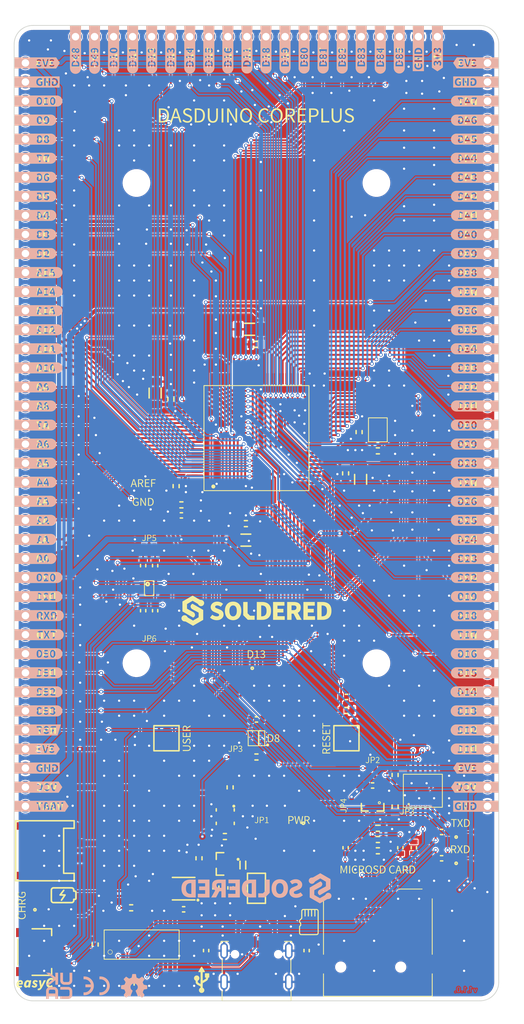
<source format=kicad_pcb>
(kicad_pcb (version 20211014) (generator pcbnew)
  (title_block (title "Dasduino COREPLUS") (date "2023-05-26") (rev "V1.0.0.") (company "SOLDERED") (comment 1 "333269"))
  (layers (0 "F.Cu" signal) (31 "B.Cu" signal) (34 "B.Paste" user) (35 "F.Paste" user) (36 "B.SilkS" user "B.Silkscreen") (37 "F.SilkS" user "F.Silkscreen") (38 "B.Mask" user) (39 "F.Mask" user) (44 "Edge.Cuts" user))
  (net 0 "")
  (net 1 "GND")
  (net 2 "RESET")
  (net 3 "VUSB")
  (net 4 "VCC")
  (net 5 "VBAT")
  (net 6 "TXD0")
  (net 7 "Net-(D1-Pad1)")
  (net 8 "RXD0")
  (net 9 "Net-(D2-Pad1)")
  (net 10 "Net-(D3-Pad1)")
  (net 11 "XTAL1")
  (net 13 "Net-(F1-Pad2)")
  (net 14 "D-")
  (net 15 "D+")
  (net 16 "SDA")
  (net 17 "SCL")
  (net 18 "SPI_MISO")
  (net 19 "SPI_MOSI")
  (net 20 "SPI_SCK")
  (net 21 "SPI_CS")
  (net 22 "XTAL2")
  (net 23 "Net-(C22-Pad2)")
  (net 24 "AREF")
  (net 25 "Net-(D6-Pad1)")
  (net 26 "RTS")
  (net 27 "D12")
  (net 28 "DTR")
  (net 29 "Net-(C2-Pad1)")
  (net 30 "Net-(D5-Pad2)")
  (net 31 "Net-(K2-PadA5)")
  (net 33 "Net-(K2-PadB5)")
  (net 40 "Net-(R1-Pad1)")
  (net 41 "Net-(R2-Pad1)")
  (net 42 "Net-(R11-Pad1)")
  (net 43 "Net-(R12-Pad1)")
  (net 45 "Net-(D4-Pad3)")
  (net 47 "D11")
  (net 48 "D10")
  (net 49 "D6")
  (net 50 "D5")
  (net 51 "D4")
  (net 52 "D3")
  (net 53 "D2")
  (net 54 "A15")
  (net 55 "A14")
  (net 56 "Net-(JP1-Pad2)")
  (net 57 "3V3")
  (net 58 "A13")
  (net 59 "Net-(C4-Pad1)")
  (net 60 "3V3_MICROSD")
  (net 61 "Net-(JP2-Pad1)")
  (net 62 "A12")
  (net 63 "A11")
  (net 64 "A10")
  (net 65 "A9")
  (net 66 "A8")
  (net 67 "A7")
  (net 68 "A6")
  (net 69 "A5")
  (net 70 "A4")
  (net 71 "A3")
  (net 72 "A2")
  (net 73 "A1")
  (net 74 "A0")
  (net 75 "SDA_5V")
  (net 76 "SCL_5V")
  (net 77 "D49")
  (net 78 "D48")
  (net 79 "D47")
  (net 80 "D46")
  (net 81 "D45")
  (net 82 "D44")
  (net 83 "D43")
  (net 84 "D42")
  (net 85 "D41")
  (net 86 "D40")
  (net 87 "D39")
  (net 88 "D38")
  (net 89 "D37")
  (net 90 "D36")
  (net 91 "D35")
  (net 92 "D34")
  (net 93 "D33")
  (net 94 "D32")
  (net 95 "D31")
  (net 96 "D30")
  (net 97 "D29")
  (net 98 "D28")
  (net 99 "D27")
  (net 100 "D26")
  (net 101 "D25")
  (net 102 "D24")
  (net 103 "D23")
  (net 104 "D22")
  (net 105 "D19")
  (net 106 "D18")
  (net 107 "D17")
  (net 108 "D16")
  (net 109 "D15")
  (net 110 "D14")
  (net 111 "D9")
  (net 112 "D70")
  (net 113 "D71")
  (net 114 "D72")
  (net 115 "D73")
  (net 116 "D74")
  (net 117 "D75")
  (net 118 "D76")
  (net 119 "D77")
  (net 120 "D78")
  (net 122 "SD_ENABLE")
  (net 124 "D79")
  (net 125 "D80")
  (net 126 "D81")
  (net 127 "D82")
  (net 128 "D83")
  (net 129 "D8")
  (net 130 "D13")
  (net 131 "D7")
  (net 132 "D84")
  (net 133 "SCL_PULL5")
  (net 134 "SDA_PULL5")
  (net 135 "SCL_PULL3,3")
  (net 136 "SDA_PULL3,3")
  (net 137 "SD_MISO")
  (net 138 "SD_SCK")
  (net 139 "SD_MOSI")
  (net 140 "SD_CS")
  (footprint "e-radionica.com footprinti:SMD_JUMPER_3_PAD_TRACE" (layer "F.Cu") (at 82.5 125.5 180)
    (fp_text reference "JP6")
    (fp_text value "SMD_JUMPER_3_PAD_TRACE")
  )
  (footprint "kibuzzard-63DB9DE3" (layer "F.Cu") (at 125.95 98.26)
    (fp_text reference "kibuzzard-63DB9DE3" hide)
    (fp_text value "G***" hide)
  )
  (footprint "Soldered Graphics:Logo-Front-easyC-5mm" (layer "F.Cu") (at 67.3 172.7)
    (fp_text reference "G***" hide)
    (fp_text value "LOGO" hide)
  )
  (footprint "kibuzzard-63DBA652" (layer "F.Cu") (at 99.1 140)
    (fp_text reference "kibuzzard-63DBA652" hide)
    (fp_text value "G***" hide)
  )
  (footprint "kibuzzard-63DB9E16" (layer "F.Cu") (at 125.96 93.18)
    (fp_text reference "kibuzzard-63DB9E16" hide)
    (fp_text value "G***" hide)
  )
  (footprint "kibuzzard-63DB9C52" (layer "F.Cu") (at 67.72 85.56)
    (fp_text reference "kibuzzard-63DB9C52" hide)
    (fp_text value "G***" hide)
  )
  (footprint "Soldered Graphics:Logo-Front-SolderedFULL-20mm" (layer "F.Cu") (at 96.81 123)
    (fp_text reference "REF**" hide)
    (fp_text value "Logo-Front-SolderedFULL-20mm" hide)
  )
  (footprint "e-radionica.com footprinti:0603R" (layer "F.Cu") (at 81.7 123 90)
    (fp_text reference "R19")
    (fp_text value "10k")
  )
  (footprint "kibuzzard-64B794FA" (layer "F.Cu") (at 98.08 48.2 90)
    (fp_text reference "kibuzzard-64B794FA" hide)
    (fp_text value "G***" hide)
  )
  (footprint "e-radionica.com footprinti:0603R" (layer "F.Cu") (at 121.5 152.5)
    (fp_text reference "R2")
    (fp_text value "1k")
  )
  (footprint "kibuzzard-63DB9BEA" (layer "F.Cu") (at 67.32 105.88)
    (fp_text reference "kibuzzard-63DB9BEA" hide)
    (fp_text value "G***" hide)
  )
  (footprint "e-radionica.com footprinti:0402R" (layer "F.Cu") (at 126.5 152.5)
    (fp_text reference "R3")
    (fp_text value "2k2")
  )
  (footprint "kibuzzard-63DB9BBC" (layer "F.Cu") (at 67.32 116.04)
    (fp_text reference "kibuzzard-63DB9BBC" hide)
    (fp_text value "G***" hide)
  )
  (footprint "Soldered Graphics:Logo-Back-CE-3.5mm" (layer "F.Cu") (at 75.5 173)
    (fp_text reference "REF**" hide)
    (fp_text value "Logo-Back-CE-3.5mm" hide)
  )
  (footprint "kibuzzard-64B794E2" (layer "F.Cu") (at 93 48.2 90)
    (fp_text reference "kibuzzard-64B794E2" hide)
    (fp_text value "G***" hide)
  )
  (footprint "kibuzzard-63DB9EA7" (layer "F.Cu") (at 125.96 67.78)
    (fp_text reference "kibuzzard-63DB9EA7" hide)
    (fp_text value "G***" hide)
  )
  (footprint "Soldered Graphics:Symbol-Front-SDcard" (layer "F.Cu") (at 103.8 164.5)
    (fp_text reference "G***" hide)
    (fp_text value "LOGO" hide)
  )
  (footprint "kibuzzard-63DB9DD3" (layer "F.Cu") (at 125.94 100.8)
    (fp_text reference "kibuzzard-63DB9DD3" hide)
    (fp_text value "G***" hide)
  )
  (footprint "kibuzzard-64B79524" (layer "F.Cu") (at 108.24 48.2 90)
    (fp_text reference "kibuzzard-64B79524" hide)
    (fp_text value "G***" hide)
  )
  (footprint "kibuzzard-63DB5956" (layer "F.Cu") (at 113 157.5)
    (fp_text reference "kibuzzard-63DB5956" hide)
    (fp_text value "G***" hide)
  )
  (footprint "kibuzzard-63DB9DF0" (layer "F.Cu") (at 125.95 95.72)
    (fp_text reference "kibuzzard-63DB9DF0" hide)
    (fp_text value "G***" hide)
  )
  (footprint "e-radionica.com footprinti:1206FUSE" (layer "F.Cu") (at 96.81 160 -90)
    (fp_text reference "F1")
    (fp_text value "1206FUSE-500mA")
  )
  (footprint "kibuzzard-63DB9E68" (layer "F.Cu") (at 125.96 80.48)
    (fp_text reference "kibuzzard-63DB9E68" hide)
    (fp_text value "G***" hide)
  )
  (footprint "kibuzzard-63DB9EC3" (layer "F.Cu") (at 125.95 62.7)
    (fp_text reference "kibuzzard-63DB9EC3" hide)
    (fp_text value "G***" hide)
  )
  (footprint "kibuzzard-63DB9B95" (layer "F.Cu") (at 67.72 121.12)
    (fp_text reference "kibuzzard-63DB9B95" hide)
    (fp_text value "G***" hide)
  )
  (footprint "e-radionica.com footprinti:0402R" (layer "F.Cu") (at 96.81 131.5 180)
    (fp_text reference "R17")
    (fp_text value "2k2")
  )
  (footprint "kibuzzard-63DB9EDD" (layer "F.Cu") (at 125.96 57.62)
    (fp_text reference "kibuzzard-63DB9EDD" hide)
    (fp_text value "G***" hide)
  )
  (footprint "e-radionica.com footprinti:0603C" (layer "F.Cu") (at 80.1 162.6)
    (fp_text reference "C26")
    (fp_text value "100n")
  )
  (footprint "e-radionica.com footprinti:0603C" (layer "F.Cu") (at 75.3 167.5 90)
    (fp_text reference "C1")
    (fp_text value "100n")
  )
  (footprint "kibuzzard-6473446E" (layer "F.Cu") (at 125.92 141.44)
    (fp_text reference "kibuzzard-6473446E" hide)
    (fp_text value "G***" hide)
  )
  (footprint "e-radionica.com footprinti:0603C" (layer "F.Cu") (at 115.3 149.1 90)
    (fp_text reference "C24")
    (fp_text value "100n")
  )
  (footprint "e-radionica.com footprinti:SOT-363" (layer "F.Cu") (at 82.5 120)
    (fp_text reference "U5")
    (fp_text value "NMOS-DUAL")
  )
  (footprint "kibuzzard-63DB9BDF" (layer "F.Cu") (at 67.32 108.42)
    (fp_text reference "kibuzzard-63DB9BDF" hide)
    (fp_text value "G***" hide)
  )
  (footprint "e-radionica.com footprinti:SMD_JUMPER" (layer "F.Cu") (at 109.5 149 90)
    (fp_text reference "JP4")
    (fp_text value "SMD_JUMPER")
  )
  (footprint "e-radionica.com footprinti:0603R" (layer "F.Cu") (at 108.81 134.5)
    (fp_text reference "R10")
    (fp_text value "10k")
  )
  (footprint "kibuzzard-63DBA594" (layer "F.Cu") (at 82.5 126.7)
    (fp_text reference "kibuzzard-63DBA594" hide)
    (fp_text value "G***" hide)
  )
  (footprint "e-radionica.com footprinti:0603C" (layer "F.Cu") (at 93.3 146.55 -90)
    (fp_text reference "C5")
    (fp_text value "2u2")
  )
  (footprint "e-radionica.com footprinti:0603R" (layer "F.Cu") (at 121.5 156)
    (fp_text reference "R1")
    (fp_text value "1k")
  )
  (footprint "e-radionica.com footprinti:0402LED" (layer "F.Cu") (at 124 156)
    (fp_text reference "D2")
    (fp_text value "orange")
  )
  (footprint "kibuzzard-63DB9D5B" (layer "F.Cu") (at 125.94 123.66)
    (fp_text reference "kibuzzard-63DB9D5B" hide)
    (fp_text value "G***" hide)
  )
  (footprint "e-radionica.com footprinti:0402R" (layer "F.Cu") (at 126.5 156)
    (fp_text reference "R4")
    (fp_text value "2k2")
  )
  (footprint "e-radionica.com footprinti:SMD-JUMPER-CONNECTED_TRACE_SOLDERMASK" (layer "F.Cu") (at 112.3 144 180)
    (fp_text reference "JP2")
    (fp_text value "SMD-JUMPER-CONNECTED_TRACE_SOLDERMASK")
  )
  (footprint "kibuzzard-63DB9C31" (layer "F.Cu") (at 67.32 93.18)
    (fp_text reference "kibuzzard-63DB9C31" hide)
    (fp_text value "G***" hide)
  )
  (footprint "kibuzzard-63DB9E22" (layer "F.Cu") (at 125.97 90.64)
    (fp_text reference "kibuzzard-63DB9E22" hide)
    (fp_text value "G***" hide)
  )
  (footprint "kibuzzard-63DB5B79" (layer "F.Cu") (at 116.9 149.75)
    (fp_text reference "kibuzzard-63DB5B79" hide)
    (fp_text value "G***" hide)
  )
  (footprint "e-radionica.com footprinti:1206C" (layer "F.Cu") (at 95.4 113.6 180)
    (fp_text reference "C14")
    (fp_text value "10u")
  )
  (footprint "kibuzzard-64B7949A" (layer "F.Cu") (at 77.76 48.2 90)
    (fp_text reference "kibuzzard-64B7949A" hide)
    (fp_text value "G***" hide)
  )
  (footprint "e-radionica.com footprinti:0603R" (layer "F.Cu") (at 83.3 117 90)
    (fp_text reference "R21")
    (fp_text value "10k")
  )
  (footprint "kibuzzard-63DB9E80" (layer "F.Cu") (at 125.95 75.4)
    (fp_text reference "kibuzzard-63DB9E80" hide)
    (fp_text value "G***" hide)
  )
  (footprint "kibuzzard-63DB9C05" (layer "F.Cu") (at 67.32 100.8)
    (fp_text reference "kibuzzard-63DB9C05" hide)
    (fp_text value "G***" hide)
  )
  (footprint "kibuzzard-63DB9C8D" (layer "F.Cu") (at 67.32 72.86)
    (fp_text reference "kibuzzard-63DB9C8D" hide)
    (fp_text value "G***" hide)
  )
  (footprint "kibuzzard-63DB9BB2" (layer "F.Cu") (at 67.72 118.58)
    (fp_text reference "kibuzzard-63DB9BB2" hide)
    (fp_text value "G***" hide)
  )
  (footprint "e-radionica.com footprinti:HOLE_3.2mm" (layer "F.Cu") (at 112.81 66)
    (fp_text reference "H3" hide)
    (fp_text value "HOLE_3.2mm" hide)
  )
  (footprint "e-radionica.com footprinti:0603C" (layer "F.Cu") (at 85.4 94.8 -90)
    (fp_text reference "C21")
    (fp_text value "100n")
  )
  (footprint "e-radionica.com footprinti:0603C" (layer "F.Cu") (at 115.3 144.9 90)
    (fp_text reference "C25")
    (fp_text value "100n")
  )
  (footprint "kibuzzard-63DB9CAE" (layer "F.Cu") (at 67.32 65.24)
    (fp_text reference "kibuzzard-63DB9CAE" hide)
    (fp_text value "G***" hide)
  )
  (footprint "kibuzzard-63DB9E5A" (layer "F.Cu") (at 125.96 83.02)
    (fp_text reference "kibuzzard-63DB9E5A" hide)
    (fp_text value "G***" hide)
  )
  (footprint "kibuzzard-64736DE1" (layer "F.Cu") (at 94 141.4)
    (fp_text reference "kibuzzard-64736DE1" hide)
    (fp_text value "G***" hide)
  )
  (footprint "e-radionica.com footprinti:0603R" (layer "F.Cu") (at 103.5 168.3 90)
    (fp_text reference "R7")
    (fp_text value "5k1")
  )
  (footprint "kibuzzard-63DB9B39" (layer "F.Cu") (at 67.72 131.28)
    (fp_text reference "kibuzzard-63DB9B39" hide)
    (fp_text value "G***" hide)
  )
  (footprint "kibuzzard-63DB9D76" (layer "F.Cu") (at 125.94 118.58)
    (fp_text reference "kibuzzard-63DB9D76" hide)
    (fp_text value "G***" hide)
  )
  (footprint "e-radionica.com footprinti:TPS7A2633DRVR" (layer "F.Cu") (at 92.65 150.45 -90)
    (fp_text reference "U2")
    (fp_text value "TPS7A2633DRVR")
  )
  (footprint "e-radionica.com footprinti:0603R" (layer "F.Cu") (at 86.8 110.3 180)
    (fp_text reference "R18")
    (fp_text value "100")
  )
  (footprint "kibuzzard-64B7953B" (layer "F.Cu") (at 115.86 48.2 90)
    (fp_text reference "kibuzzard-64B7953B" hide)
    (fp_text value "G***" hide)
  )
  (footprint "kibuzzard-63DB9C3D" (layer "F.Cu") (at 67.72 90.64)
    (fp_text reference "kibuzzard-63DB9C3D" hide)
    (fp_text value "G***" hide)
  )
  (footprint "Soldered Graphics:Logo-Back-UKCA-3.5mm" (layer "F.Cu") (at 70.5 173)
    (fp_text reference "REF**" hide)
    (fp_text value "Logo-Back-UKCA-3.5mm" hide)
  )
  (footprint "kibuzzard-63DB9D68" (layer "F.Cu") (at 125.94 121.12)
    (fp_text reference "kibuzzard-63DB9D68" hide)
    (fp_text value "G***" hide)
  )
  (footprint "Soldered Graphics:Symbol-Front-USB" (layer "F.Cu") (at 89.5 172.2)
    (fp_text reference "G***" hide)
    (fp_text value "LOGO" hide)
  )
  (footprint "e-radionica.com footprinti:0603R" (layer "F.Cu") (at 81.7 117 -90)
    (fp_text reference "R20")
    (fp_text value "10k")
  )
  (footprint "e-radionica.com footprinti:WS2812B-2020" (layer "F.Cu") (at 96.81 140)
    (fp_text reference "D4")
    (fp_text value "WS2812B-2020")
  )
  (footprint "kibuzzard-63DB9E9A" (layer "F.Cu") (at 125.96 70.32)
    (fp_text reference "kibuzzard-63DB9E9A" hide)
    (fp_text value "G***" hide)
  )
  (footprint "kibuzzard-64B794A8" (layer "F.Cu") (at 80.3 48.2 90)
    (fp_text reference "kibuzzard-64B794A8" hide)
    (fp_text value "G***" hide)
  )
  (footprint "kibuzzard-63DB9C5F" (layer "F.Cu") (at 67.72 83.02)
    (fp_text reference "kibuzzard-63DB9C5F" hide)
    (fp_text value "G***" hide)
  )
  (footprint "kibuzzard-63DB5C1A" (layer "F.Cu") (at 125.95 146.52)
    (fp_text reference "kibuzzard-63DB5C1A" hide)
    (fp_text value "G***" hide)
  )
  (footprint "kibuzzard-63D0D6BF" (layer "F.Cu") (at 106.12 140 90)
    (fp_text reference "kibuzzard-63D0D6BF" hide)
    (fp_text value "G***" hide)
  )
  (footprint "kibuzzard-63D0D78E" (layer "F.Cu") (at 65.5 162.3 90)
    (fp_text reference "kibuzzard-63D0D78E" hide)
    (fp_text value "G***" hide)
  )
  (footprint "e-radionica.com footprinti:0402R" (layer "F.Cu") (at 68 162.3 -90)
    (fp_text reference "R12")
    (fp_text value "2k2")
  )
  (footprint "kibuzzard-64B794D8" (layer "F.Cu") (at 90.46 48.2 90)
    (fp_text reference "kibuzzard-64B794D8" hide)
    (fp_text value "G***" hide)
  )
  (footprint "Soldered Graphics:Logo-Back-SolderedFULL-20mm" (layer "F.Cu") (at 96.81 160)
    (fp_text reference "REF**" hide)
    (fp_text value "Logo-Front-SolderedFULL-20mm" hide)
  )
  (footprint "kibuzzard-63DB9C76" (layer "F.Cu") (at 67.72 77.94)
    (fp_text reference "kibuzzard-63DB9C76" hide)
    (fp_text value "G***" hide)
  )
  (footprint "kibuzzard-64736B29" (layer "F.Cu") (at 75.22 48.2 90)
    (fp_text reference "kibuzzard-64736B29" hide)
    (fp_text value "G***" hide)
  )
  (footprint "kibuzzard-64734662" (layer "F.Cu") (at 67.72 55.08)
    (fp_text reference "kibuzzard-64734662" hide)
    (fp_text value "G***" hide)
  )
  (footprint "kibuzzard-63DB9B0F" (layer "F.Cu") (at 67.72 136.36)
    (fp_text reference "kibuzzard-63DB9B0F" hide)
    (fp_text value "G***" hide)
  )
  (footprint "Soldered Graphics:Logo-Back-OSH-3.5mm" (layer "F.Cu") (at 80.5 173)
    (fp_text reference "G***" hide)
    (fp_text value "LOGO" hide)
  )
  (footprint "e-radionica.com footprinti:1206C" (layer "F.Cu") (at 83.3 94 -90)
    (fp_text reference "C15")
    (fp_text value "10u")
  )
  (footprint "e-radionica.com footprinti:SMD-JUMPER-CONNECTED_TRACE_SOLDERMASK" (layer "F.Cu") (at 94 142.5)
    (fp_text reference "JP3")
    (fp_text value "SMD-JUMPER-CONNECTED_TRACE_SOLDERMASK")
  )
  (footprint "kibuzzard-63DB9D90" (layer "F.Cu") (at 125.93 113.5)
    (fp_text reference "kibuzzard-63DB9D90" hide)
    (fp_text value "G***" hide)
  )
  (footprint "kibuzzard-64D5E88C" (layer "F.Cu") (at 96.81 57)
    (fp_text reference "kibuzzard-64D5E88C" hide)
    (fp_text value "G***" hide)
  )
  (footprint "e-radionica.com footprinti:0402LED" (layer "F.Cu") (at 96.81 130)
    (fp_text reference "D6")
    (fp_text value "orange")
  )
  (footprint "e-radionica.com footprinti:0402LED" (layer "F.Cu") (at 102.5 152 180)
    (fp_text reference "D3")
    (fp_text value "purple")
  )
  (footprint "kibuzzard-63DB9B4A" (layer "F.Cu") (at 67.72 128.74)
    (fp_text reference "kibuzzard-63DB9B4A" hide)
    (fp_text value "G***" hide)
  )
  (footprint "e-radionica.com footprinti:TQFP-100" (layer "F.Cu") (at 96.81 100 90)
    (fp_text reference "U4")
    (fp_text value "ATMEGA2560-16AU")
  )
  (footprint "kibuzzard-63D0DBF0" (layer "F.Cu") (at 126.1 149.06)
    (fp_text reference "kibuzzard-63D0DBF0" hide)
    (fp_text value "G***" hide)
  )
  (footprint "e-radionica.com footprinti:0603R" (layer "F.Cu") (at 90.1 168.3 90)
    (fp_text reference "R8")
    (fp_text value "5k1")
  )
  (footprint "e-radionica.com footprinti:SOP-16" (layer "F.Cu") (at 81.5 167.5 90)
    (fp_text reference "U1")
    (fp_text value "CH340C")
  )
  (footprint "kibuzzard-64B79150" (layer "F.Cu") (at 81.7 106)
    (fp_text reference "kibuzzard-64B79150" hide)
    (fp_text value "G***" hide)
  )
  (footprint "e-radionica.com footprinti:easyC-connector" (layer "F.Cu") (at 67.8 168.5 90)
    (fp_text reference "K1")
    (fp_text value "easyC-SMD")
  )
  (footprint "e-radionica.com footprinti:HYC77-TF09-200" (layer "F.Cu") (at 113 165)
    (fp_text reference "K8")
    (fp_text value "HYC77-TF09-200")
  )
  (footprint "e-radionica.com footprinti:0402LED" (layer "F.Cu") (at 124 152.5)
    (fp_text reference "D1")
    (fp_text value "blue")
  )
  (footprint "e-radionica.com footprinti:0603R" (layer "F.Cu") (at 112.3 146.3)
    (fp_text reference "R16")
    (fp_text value "100k")
  )
  (footprint "kibuzzard-63DB9D42" (layer "F.Cu") (at 125.95 128.74)
    (fp_text reference "kibuzzard-63DB9D42" hide)
    (fp_text value "G***" hide)
  )
  (footprint "Soldered Graphics:Symbol-Front-Battery" (layer "F.Cu") (at 71.1 161)
    (fp_text reference "G***" hide)
    (fp_text value "LOGO" hide)
  )
  (footprint "kibuzzard-63DB9BD1" (layer "F.Cu") (at 67.32 110.96)
    (fp_text reference "kibuzzard-63DB9BD1" hide)
    (fp_text value "G***" hide)
  )
  (footprint "kibuzzard-63D0DB6C" (layer "F.Cu") (at 68.12 149.06)
    (fp_text reference "kibuzzard-63D0DB6C" hide)
    (fp_text value "G***" hide)
  )
  (footprint "e-radionica.com footprinti:SOT-23-3" (layer "F.Cu") (at 92.15 156.75 180)
    (fp_text reference "Q1")
    (fp_text value "PMOS")
  )
  (footprint "kibuzzard-63DBA5C2" (layer "F.Cu") (at 82.5 113.3)
    (fp_text reference "kibuzzard-63DBA5C2" hide)
    (fp_text value "G***" hide)
  )
  (footprint "e-radionica.com footprinti:0603C" (layer "F.Cu") (at 110.5 99.2 90)
    (fp_text reference "C16")
    (fp_text value "22p")
  )
  (footprint "kibuzzard-63DB9B82" (layer "F.Cu") (at 67.82 123.66)
    (fp_text reference "kibuzzard-63DB9B82" hide)
    (fp_text value "G***" hide)
  )
  (footprint "e-radionica.com footprinti:0603C" (layer "F.Cu") (at 92.6 153.1)
    (fp_text reference "C3")
    (fp_text value "2u2")
  )
  (footprint "kibuzzard-63D0DB98" (layer "F.Cu") (at 67.52 143.98)
    (fp_text reference "kibuzzard-63D0DB98" hide)
    (fp_text value "G***" hide)
  )
  (footprint "kibuzzard-63D0D5A9" (layer "F.Cu") (at 124 151.3)
    (fp_text reference "kibuzzard-63D0D5A9" hide)
    (fp_text value "G***" hide)
  )
  (footprint "kibuzzard-63DB9C25" (layer "F.Cu") (at 67.32 95.72)
    (fp_text reference "kibuzzard-63DB9C25" hide)
    (fp_text value "G***" hide)
  )
  (footprint "kibuzzard-64B79148" (layer "F.Cu") (at 81.7 108.5)
    (fp_text reference "kibuzzard-64B79148" hide)
    (fp_text value "G***" hide)
  )
  (footprint "kibuzzard-64736A4E" (layer "F.Cu") (at 120.94 48.05 90)
    (fp_text reference "kibuzzard-64736A4E" hide)
    (fp_text value "G***" hide)
  )
  (footprint "kibuzzard-64B7952A" (layer "F.Cu") (at 110.78 48.2 90)
    (fp_text reference "kibuzzard-64B7952A" hide)
    (fp_text value "G***" hide)
  )
  (footprint "kibuzzard-64B794BC" (layer "F.Cu") (at 85.38 48.2 90)
    (fp_text reference "kibuzzard-64B794BC" hide)
    (fp_text value "G***" hide)
  )
  (footprint "e-radionica.com footprinti:0603C" (layer "F.Cu") (at 113 153.5 180)
    (fp_text reference "C10")
    (fp_text value "100n")
  )
  (footprint "e-radionica.com footprinti:0603R" (layer "F.Cu") (at 93.35 159.95 90)
    (fp_text reference "R14")
    (fp_text value "100k")
  )
  (footprint "kibuzzard-63DB9E8E" (layer "F.Cu") (at 125.95 72.86)
    (fp_text reference "kibuzzard-63DB9E8E" hide)
    (fp_text value "G***" hide)
  )
  (footprint "kibuzzard-63DBA60B" (layer "F.Cu") (at 108.4 149 90)
    (fp_text reference "kibuzzard-63DBA60B" hide)
    (fp_text value "G***" hide)
  )
  (footprint "kibuzzard-63DB9C18" (layer "F.Cu") (at 67.32 98.26)
    (fp_text reference "kibuzzard-63DB9C18" hide)
    (fp_text value "G***" hide)
  )
  (footprint "kibuzzard-63DB9BC7" (layer "F.Cu") (at 67.32 113.5)
    (fp_text reference "kibuzzard-63DB9BC7" hide)
    (fp_text value "G***" hide)
  )
  (footprint "kibuzzard-6473453E" (layer "F.Cu") (at 67.32 62.7)
    (fp_text reference "kibuzzard-6473453E" hide)
    (fp_text value "G***" hide)
  )
  (footprint "kibuzzard-63D0D88E" (layer "F.Cu") (at 112.3 142.9)
    (fp_text reference "kibuzzard-63D0D88E" hide)
    (fp_text value "G***" hide)
  )
  (footprint "e-radionica.com footprinti:HOLE_3.2mm" (layer "F.Cu") (at 80.81 66)
    (fp_text reference "H4" hide)
    (fp_text value "HOLE_3.2mm" hide)
  )
  (footprint "kibuzzard-63DB9EE9" (layer "F.Cu") (at 125.96 55.08)
    (fp_text reference "kibuzzard-63DB9EE9" hide)
    (fp_text value "G***" hide)
  )
  (footprint "e-radionica.com footprinti:SMD-JUMPER-CONNECTED_TRACE_SOLDERMASK" (layer "F.Cu") (at 97.5 152)
    (fp_text reference "JP1")
    (fp_text value "SMD-JUMPER-CONNECTED_TRACE_SOLDERMASK")
  )
  (footprint "e-radionica.com footprinti:0603C" (layer "F.Cu") (at 86.8 108.9)
    (fp_text reference "C22")
    (fp_text value "100n")
  )
  (footprint "e-radionica.com footprinti:0603C" (layer "F.Cu") (at 96.7 87.5)
    (fp_text reference "C18")
    (fp_text value "100n")
  )
  (footprint "kibuzzard-64B794F0" (layer "F.Cu") (at 95.54 48.2 90)
    (fp_text reference "kibuzzard-64B794F0" hide)
    (fp_text value "G***" hide)
  )
  (footprint "e-radionica.com footprinti:0603R" (layer "F.Cu") (at 108.7 154.6 90)
    (fp_text reference "R15")
    (fp_text value "100k")
  )
  (footprint "kibuzzard-63D0DBA8" (layer "F.Cu") (at 67.52 141.44)
    (fp_text reference "kibuzzard-63D0DBA8" hide)
    (fp_text value "G***" hide)
  )
  (footprint "e-radionica.com footprinti:0603C" (layer "F.Cu") (at 86.1 106.4 -90)
    (fp_text reference "C23")
    (fp_text value "100n")
  )
  (footprint "kibuzzard-63D0D81B" (layer "F.Cu") (at 97.5 150.9)
    (fp_text reference "kibuzzard-63D0D81B" hide)
    (fp_text value "G***" hide)
  )
  (footprint "e-radionica.com footprinti:1206C" (layer "F.Cu") (at 95.9 85.5)
    (fp_text reference "C12")
    (fp_text value "10u")
  )
  (footprint "kibuzzard-63DB9DB6" (layer "F.Cu") (at 125.94 105.88)
    (fp_text reference "kibuzzard-63DB9DB6" hide)
    (fp_text value "G***" hide)
  )
  (footprint "e-radionica.com footprinti:TXB0104QPWRQ1" (layer "F.Cu") (at 119 147 90)
    (fp_text reference "U6")
    (fp_text value "TXB0104QPWRQ1")
  )
  (footprint "kibuzzard-63D0D5D8" (layer "F.Cu") (at 124 154.8)
    (fp_text reference "kibuzzard-63D0D5D8" hide)
    (fp_text value "G***" hide)
  )
  (footprint "kibuzzard-63DBA679" (layer "F.Cu") (at 96.81 128.8)
    (fp_text reference "kibuzzard-63DBA679" hide)
    (fp_text value "G***" hide)
  )
  (footprint "e-radionica.com footprinti:0603R" (layer "F.Cu") (at 116 154.6 90)
    (fp_text reference "R13")
    (fp_text value "100k")
  )
  (footprint "e-radionica.com footprinti:0402LED" (layer "F.Cu") (at 66.6 162.3 90)
    (fp_text reference "D5")
    (fp_text value "red")
  )
  (footprint "e-radionica.com footprinti:0603C" (layer "F.Cu") (at 80.9 172.7 -90)
    (fp_text reference "C2")
    (fp_text value "100n")
  )
  (footprint "kibuzzard-64B7951A" (layer "F.Cu") (at 105.7 48.2 90)
    (fp_text reference "kibuzzard-64B7951A" hide)
    (fp_text value "G***" hide)
  )
  (footprint "kibuzzard-63D0D7E7" (layer "F.Cu") (at 102.5 150.9)
    (fp_text reference "kibuzzard-63D0D7E7" hide)
    (fp_text value "G***" hide)
  )
  (footprint "kibuzzard-63DB9C47" (layer "F.Cu") (at 67.72 88.1)
    (fp_text reference "kibuzzard-63DB9C47" hide)
    (fp_text value "G***" hide)
  )
  (footprint "e-radionica.com footprinti:FIDUCIAL_23" (layer "F.Cu") (at 118.2 172.7)
    (fp_text reference "FD1")
    (fp_text value "FIDUCIAL")
  )
  (footprint "e-radionica.com footprinti:SOT-23-3" (layer "F.Cu") (at 112.3 149 90)
    (fp_text reference "Q2")
    (fp_text value "PMOS")
  )
  (footprint "e-radionica.com footprinti:0603R" (layer "F.Cu") (at 117.8 154.6 90)
    (fp_text reference "R9")
    (fp_text value "100k")
  )
  (footprint "kibuzzard-63DB9DC9" (layer "F.Cu") (at 125.94 103.34)
    (fp_text reference "kibuzzard-63DB9DC9" hide)
    (fp_text value "G***" hide)
  )
  (footprint "e-radionica.com footprinti:YTSA007A0151803B" (layer "F.Cu") (at 84.81 140 -90)
    (fp_text reference "SW1")
    (fp_text value "YTSA007A0151803B")
  )
  (footprint "kibuzzard-64B79532" (layer "F.Cu") (at 113.32 48.2 90)
    (fp_text reference "kibuzzard-64B79532" hide)
    (fp_text value "G***" hide)
  )
  (footprint "e-radionica.com footprinti:HOLE_3.2mm" (layer "F.Cu") (at 112.81 130)
    (fp_text reference "H1" hide)
    (fp_text value "HOLE_3.2mm" hide)
  )
  (footprint "kibuzzard-64734490" (layer "F.Cu") (at 125.92 133.82)
    (fp_text reference "kibuzzard-64734490" hide)
    (fp_text value "G***" hide)
  )
  (footprint "e-radionica.com footprinti:0603C" (layer "F.Cu") (at 89.15 156 -90)
    (fp_text reference "C7")
    (fp_text value "2u2")
  )
  (footprint "kibuzzard-63DB9B22" (layer "F.Cu") (at 67.72 133.82)
    (fp_text reference "kibuzzard-63DB9B22" hide)
    (fp_text value "G***" hide)
  )
  (footprint "kibuzzard-63DB9D1E" (layer "F.Cu") (at 125.95 131.28)
    (fp_text reference "kibuzzard-63DB9D1E" hide)
    (fp_text value "G***" hide)
  )
  (footprint "kibuzzard-63D0DB7A" (layer "F.Cu") (at 67.72 146.52)
    (fp_text reference "kibuzzard-63D0DB7A" hide)
    (fp_text value "G***" hide)
  )
  (footprint "e-radionica.com footprinti:0603C" (layer "F.Cu") (at 108.81 136.3 180)
    (fp_text reference "C6")
    (fp_text value "270p")
  )
  (footprint "kibuzzard-63D0DBF0" (layer "F.Cu") (at 126.1 52.54)
    (fp_text reference "kibuzzard-63D0DBF0" hide)
    (fp_text value "G***" hide)
  )
  (footprint "e-radionica.com footprinti:JST-2pin-SMD" (layer "F.Cu") (at 69.5 155 90)
    (fp_text reference "K3")
    (fp_text value "JST-2pin-SMD")
  )
  (footprint "e-radionica.com footprinti:Test_Point_SMD_0.8mm" (layer "F.Cu") (at 84 108.5)
    (fp_text reference "TP2")
    (fp_text value "Test_Point_SMD_0.8mm")
  )
  (footprint "kibuzzard-63DB9CA2" (layer "F.Cu") (at 67.32 67.78)
    (fp_text reference "kibuzzard-63DB9CA2" hide)
    (fp_text value "G***" hide)
  )
  (footprint "e-radionica.com footprinti:1206C" (layer "F.Cu") (at 110.7 105.5 90)
    (fp_text reference "C13")
    (fp_text value "10u")
  )
  (footprint "kibuzzard-63DB9C82" (layer "F.Cu") (at 67.32 75.4)
    (fp_text reference "kibuzzard-63DB9C82" hide)
    (fp_text value "G***" hide)
  )
  (footprint "kibuzzard-63DB9DA8" (layer "F.Cu") (at 125.95 108.42)
    (fp_text reference "kibuzzard-63DB9DA8" hide)
    (fp_text value "G***" hide)
  )
  (footprint "kibuzzard-64734485" (layer "F.Cu") (at 125.92 136.36)
    (fp_text reference "kibuzzard-64734485" hide)
    (fp_text value "G***" hide)
  )
  (footprint "e-radionica.com footprinti:Test_Point_SMD_0.8mm" (layer "F.Cu") (at 84 106)
    (fp_text reference "TP1")
    (fp_text value "Test_Point_SMD_0.8mm")
  )
  (footprint "e-radionica.com footprinti:0603C" (layer "F.Cu") (at 113 152 180)
    (fp_text reference "C9")
    (fp_text value "2u2")
  )
  (footprint "kibuzzard-63DB9D81" (layer "F.Cu") (at 125.96 116.04)
    (fp_text reference "kibuzzard-63DB9D81" hide)
    (fp_text value "G***" hide)
  )
  (footprint "kibuzzard-63DB9C97" (layer "F.Cu") (at 67.32 70.32)
    (fp_text reference "kibuzzard-63DB9C97" hide)
    (fp_text value "G***" hide)
  )
  (footprint "kibuzzard-63DB5C2A" (layer "F.Cu") (at 126.1 143.98)
    (fp_text reference "kibuzzard-63DB5C2A" hide)
    (fp_text value "G***" hide)
  )
  (footprint "e-radionica.com footprinti:0603R" (layer "F.Cu") (at 96.81 137.5 180)
    (fp_text reference "R5")
    (fp_text value "1k")
  )
  (footprint "kibuzzard-63DB9B6F" (layer "F.Cu") (at 67.82 126.2)
    (fp_text reference "kibuzzard-63DB9B6F" hide)
    (fp_text value "G***" hide)
  )
  (footprint "kibuzzard-63DB9C6A" (layer "F.Cu") (at 67.72 80.48)
    (fp_text reference "kibuzzard-63DB9C6A" hide)
    (fp_text value "G***" hide)
  )
  (footprint "kibuzzard-64736B32" (layer "F.Cu") (at 72.68 48.2 90)
    (fp_text reference "kibuzzard-64736B32" hide)
    (fp_text value "G***" hide)
  )
  (footprint "e-radionica.com footprinti:0603C" (layer "F.Cu") (at 91.4 159.9 -90)
    (fp_text reference "C8")
    (fp_text value "2u2")
  )
  (footprint "e-radionica.com footprinti:TP4056M-MSOP8" (layer "F.Cu") (at 87.1 160.05 180)
    (fp_text reference "U3")
    (fp_text value "TP4056M")
  )
  (footprint "e-radionica.com footprinti:0603R" (layer "F.Cu") (at 87.1 162.8)
    (fp_text reference "R11")
    (fp_text value "3k")
  )
  (footprint "e-radionica.com footprinti:YTSA007A0151803B" (layer "F.Cu") (at 108.81 140 90)
    (fp_text reference "SW2")
    (fp_text value "YTSA007A0151803B")
  )
  (footprint "e-radionica.com footprinti:0603C" (layer "F.Cu") (at 108.7 104.7 90)
    (fp_text reference "C19")
    (fp_text value "100n")
  )
  (footprint "e-radionica.com footprinti:0603C" (layer "F.Cu") (at 96.81 142.5)
    (fp_text reference "C4")
    (fp_text value "100n")
  )
  (footprint "kibuzzard-63DB5CBE" (layer "F.Cu") (at 67.525 50)
    (fp_text reference "kibuzzard-63DB5CBE" hide)
    (fp_text value "G***" hide)
  )
  (footprint "e-radionica.com footprinti:0402R" (layer "F.Cu") (at 100 152)
    (fp_text reference "R6")
    (fp_text value "330")
  )
  (footprint "kibuzzard-63DB9E75" (layer "F.Cu") (at 125.95 77.94)
    (fp_text reference "kibuzzard-63DB9E75" hide)
    (fp_text value "G***" hide)
  )
  (footprint "e-radionica.com footprinti:SOD-323" (layer "F.Cu") (at 94.996803 156.9 90)
    (fp_text reference "D7")
    (fp_text value "BAT20J")
  )
  (footprint "e-radionica.com footprinti:0603C" (layer "F.Cu") (at 113 101.7 180)
    (fp_text reference "C17")
    (fp_text value "22p")
  )
  (footprint "kibuzzard-63DB9E4D" (layer "F.Cu") (at 125.96 85.56)
    (fp_text reference "kibuzzard-63DB9E4D" hide)
    (fp_text value "G***" hide)
  )
  (footprint "e-radionica.com footprinti:0603C" (layer "F.Cu") (at 113 155 180)
    (fp_text reference "C11")
    (fp_text value "100n")
  )
  (footprint "kibuzzard-64734552" (layer "F.Cu") (at 67.32 57.62)
    (fp_text reference "kibuzzard-64734552" hide)
    (fp_text value "G***" hide)
  )
  (footprint "kibuzzard-64736A30" (layer "F.Cu") (at 118.4 48.05 90)
    (fp_text reference "kibuzzard-64736A30" hide)
    (fp_text value "G***" hide)
  )
  (footprint "e-radionica.com footprinti:0603R" (layer "F.Cu") (at 83.3 123 -90)
    (fp_text reference "R22")
    (fp_text value "10k")
  )
  (footprint "kibuzzard-64B7950D" (layer "F.Cu") (at 103.16 48.2 90)
    (fp_text reference "kibuzzard-64B7950D" hide)
    (fp_text value "G***" hide)
  )
  (footprint "kibuzzard-63DB9D4E" (layer "F.Cu") (at 125.94 126.2)
    (fp_text reference "kibuzzard-63DB9D4E" hide)
    (fp_text value "G***" hide)
  )
  (footprint "kibuzzard-63D0D6CA" (layer "F.Cu") (at 87.5 140 90)
    (fp_text reference "kibuzzard-63D0D6CA" hide)
    (fp_text value "G***" hide)
  )
  (footprint "kibuzzard-64B794C8" (layer "F.Cu") (at 87.92 48.2 90)
    (fp_text reference "kibuzzard-64B794C8" hide)
    (fp_text value "G***" hide)
  )
  (footprint "e-radionica.com footprinti:CRYSTAL_3225__4_PAD" (layer "F.Cu") (at 113 98.9 90)
    (fp_text reference "X1")
    (fp_text value "16MHz")
  )
  (footprint "kibuzzard-64B794B0" (layer "F.Cu") (at 82.84 48.2 90)
    (fp_text reference "kibuzzard-64B794B0" hide)
    (fp_text value "G***" hide)
  )
  (footprint "kibuzzard-63DB9E42" (layer "F.Cu") (at 125.94 88.1)
    (fp_text reference "kibuzzard-63DB9E42" hide)
    (fp_text value "G***" hide)
  )
  (footprint "kibuzzard-63DB5CD0" (layer "F.Cu") (at 67.5 52.54)
    (fp_text reference "kibuzzard-63DB5CD0" hide)
    (fp_text value "G***" hide)
  )
  (footprint "kibuzzard-63D0DBC0" (layer "F.Cu") (at 67.62 138.9)
    (fp_text reference "kibuzzard-63D0DBC0" hide)
    (fp_text value "G***" hide)
  )
  (footprint "kibuzzard-64B79501" (layer "F.Cu") (at 100.62 48.2 90)
    (fp_text reference "kibuzzard-64B79501" hide)
    (fp_text value "G***" hide)
  )
  (footprint "e-radionica.com footprinti:SMD_JUMPER_3_PAD_TRACE" (layer "F.Cu") (at 82.5 114.5)
    (fp_text reference "JP5")
    (fp_text value "SMD_JUMPER_3_PAD_TRACE")
  )
  (footprint "e-radionica.com footprinti:HOLE_3.2mm" (layer "F.Cu") (at 80.81 130)
    (fp_text reference "H2" hide)
    (fp_text value "HOLE_3.2mm" hide)
  )
  (footprint "e-radionica.com footprinti:0603C" (layer "F.Cu") (at 95.4 111.4 180)
    (fp_text reference "C20")
    (fp_text value "100n")
  )
  (footprint "kibuzzard-63DB9BF5" (layer "F.Cu") (at 67.32 103.34)
    (fp_text reference "kibuzzard-63DB9BF5" hide)
    (fp_text value "G***" hide)
  )
  (footprint "kibuzzard-63DB9EB7" (layer "F.Cu") (at 125.96 65.24)
    (fp_text reference "kibuzzard-63DB9EB7" hide)
    (fp_text value "G***" hide)
  )
  (footprint "kibuzzard-6473454B" (layer "F.Cu") (at 67.32 60.16)
    (fp_text reference "kibuzzard-6473454B" hide)
    (fp_text value "G***" hide)
  )
  (footprint "e-radionica.com footprinti:U262-161N-4BVC11" (layer "F.Cu") (at 96.81 172 180)
    (fp_text reference "K2")
    (fp_text value "U262-161N-4BVC11")
  )
  (footprint "kibuzzard-6473447C" (layer "F.Cu") (at 125.92 138.9)
    (fp_text reference "kibuzzard-6473447C" hide)
    (fp_text value "G***" hide)
  )
  (footprint "kibuzzard-63DB5C2A" (layer "F.Cu") (at 126.1 50)
    (fp_text reference "kibuzzard-63DB5C2A" hide)
    (fp_text value "G***" hide)
  )
  (footprint "kibuzzard-63DB9D9C" (layer "F.Cu") (at 125.95 110.96)
    (fp_text reference "kibuzzard-63DB9D9C" hide)
    (fp_text value "G***" hide)
  )
  (footprint "kibuzzard-63DB9ED0" (layer "F.Cu") (at 125.95 60.16)
    (fp_text reference "kibuzzard-63DB9ED0" hide)
    (fp_text value "G***" hide)
  )
  (footprint "kibuzzard-64736B29" (layer "B.Cu") (at 75.22 48.25 90)
    (fp_text reference "kibuzzard-64736B29" hide)
    (fp_text value "G***" hide)
  )
  (footprint "kibuzzard-63DBA0B9" (layer "B.Cu") (at 67.32 70.32 180)
    (fp_text reference "kibuzzard-63DBA0B9" hide)
    (fp_text value "G***" hide)
  )
  (footprint "kibuzzard-63DB9F70" (layer "B.Cu") (at 67.52 141.44 180)
    (fp_text reference "kibuzzard-63DB9F70" hide)
    (fp_text value "G***" hide)
  )
  (footprint "kibuzzard-63DBA28C" (layer "B.Cu") (at 125.97 90.64 180)
    (fp_text reference "kibuzzard-63DBA28C" hide)
    (fp_text value "G***" hide)
  )
  (footprint "kibuzzard-63DBA33C" (layer "B.Cu") (at 125.95 128.74 180)
    (fp_text reference "kibuzzard-63DBA33C" hide)
    (fp_text value "G***" hide)
  )
  (footprint "kibuzzard-63DBA1AD" (layer "B.Cu") (at 125.96 55.08 180)
    (fp_text reference "kibuzzard-63DBA1AD" hide)
    (fp_text value "G***" hide)
  )
  (footprint "kibuzzard-63DB9FD5" (layer "B.Cu") (at 67.82 123.66 180)
    (fp_text reference "kibuzzard-63DB9FD5" hide)
    (fp_text value "G***" hide)
  )
  (footprint "kibuzzard-63DBA1B8" (layer "B.Cu") (at 125.96 57.62 180)
    (fp_text reference "kibuzzard-63DBA1B8" hide)
    (fp_text value "G***" hide)
  )
  (footprint "kibuzzard-63DB9F37" (layer "B.Cu") (at 68.12 149.06 180)
    (fp_text reference "kibuzzard-63DB9F37" hide)
    (fp_text value "G***" hide)
  )
  (footprint "kibuzzard-64B79501" (layer "B.Cu") (at 100.62 48.2 90)
    (fp_text reference "kibuzzard-64B79501" hide)
    (fp_text value "G***" hide)
  )
  (footprint "kibuzzard-63DBA038" (layer "B.Cu") (at 67.32 105.88 180)
    (fp_text reference "kibuzzard-63DBA038" hide)
    (fp_text value "G***" hide)
  )
  (footprint "kibuzzard-63DBA2D7" (layer "B.Cu") (at 125.95 110.96 180)
    (fp_text reference "kibuzzard-63DBA2D7" hide)
    (fp_text value "G***" hide)
  )
  (footprint "kibuzzard-63DBA0A5" (layer "B.Cu") (at 67.32 75.4 180)
    (fp_text reference "kibuzzard-63DBA0A5" hide)
    (fp_text value "G***" hide)
  )
  (footprint "kibuzzard-63DB9F8B" (layer "B.Cu") (at 67.72 136.36 180)
    (fp_text reference "kibuzzard-63DB9F8B" hide)
    (fp_text value "G***" hide)
  )
  (footprint "kibuzzard-63DBA106" (layer "B.Cu") (at 67.32 67.78 180)
    (fp_text reference "kibuzzard-63DBA106" hide)
    (fp_text value "G***" hide)
  )
  (footprint "kibuzzard-63DBA264" (layer "B.Cu") (at 125.96 80.48 180)
    (fp_text reference "kibuzzard-63DBA264" hide)
    (fp_text value "G***" hide)
  )
  (footprint "kibuzzard-63DBA240" (layer "B.Cu") (at 125.95 75.4 180)
    (fp_text reference "kibuzzard-63DBA240" hide)
    (fp_text value "G***" hide)
  )
  (footprint "kibuzzard-63DBA2CC" (layer "B.Cu") (at 125.95 108.42 180)
    (fp_text reference "kibuzzard-63DBA2CC" hide)
    (fp_text value "G***" hide)
  )
  (footprint "kibuzzard-63DBA329" (layer "B.Cu") (at 125.94 123.66 180)
    (fp_text reference "kibuzzard-63DBA329" hide)
    (fp_text value "G***" hide)
  )
  (footprint "kibuzzard-63DBA29D" (layer "B.Cu") (at 125.95 95.72 180)
    (fp_text reference "kibuzzard-63DBA29D" hide)
    (fp_text value "G***" hide)
  )
  (footprint "e-radionica.com footprinti:HEADER_MALE_20x1" (layer "B.Cu") (at 96.81 46.5)
    (fp_text reference "K6")
    (fp_text value "HEADER_MALE_20X1")
  )
  (footprint "kibuzzard-64736A4E" (layer "B.Cu") (at 120.94 48.05 90)
    (fp_text reference "kibuzzard-64736A4E" hide)
    (fp_text value "G***" hide)
  )
  (footprint "kibuzzard-64B794FA" (layer "B.Cu") (at 98.08 48.2 90)
    (fp_text reference "kibuzzard-64B794FA" hide)
    (fp_text value "G***" hide)
  )
  (footprint "kibuzzard-63DBA07D" (layer "B.Cu") (at 67.72 88.1 180)
    (fp_text reference "kibuzzard-63DBA07D" hide)
    (fp_text value "G***" hide)
  )
  (footprint "kibuzzard-64B7952A" (layer "B.Cu") (at 110.78 48.2 90)
    (fp_text reference "kibuzzard-64B7952A" hide)
    (fp_text value "G***" hide)
  )
  (footprint "kibuzzard-63DBA2C2" (layer "B.Cu") (at 125.94 105.88 180)
    (fp_text reference "kibuzzard-63DBA2C2" hide)
    (fp_text value "G***" hide)
  )
  (footprint "kibuzzard-63DBA270" (layer "B.Cu") (at 125.96 83.02 180)
    (fp_text reference "kibuzzard-63DBA270" hide)
    (fp_text value "G***" hide)
  )
  (footprint "kibuzzard-6473450E" (layer "B.Cu") (at 125.92 138.9 180)
    (fp_text reference "kibuzzard-6473450E" hide)
    (fp_text value "G***" hide)
  )
  (footprint "kibuzzard-63DBA1C2" (layer "B.Cu") (at 125.95 60.16 180)
    (fp_text reference "kibuzzard-63DBA1C2" hide)
    (fp_text value "G***" hide)
  )
  (footprint "kibuzzard-63DBA110" (layer "B.Cu") (at 67.32 65.24 180)
    (fp_text reference "kibuzzard-63DBA110" hide)
    (fp_text value "G***" hide)
  )
  (footprint "kibuzzard-63DBA2B9" (layer "B.Cu") (at 125.94 103.34 180)
    (fp_text reference "kibuzzard-63DBA2B9" hide)
    (fp_text value "G***" hide)
  )
  (footprint "kibuzzard-63DBA17F" (layer "B.Cu") (at 126.1 50 180)
    (fp_text reference "kibuzzard-63DBA17F" hide)
    (fp_text value "G***" hide)
  )
  (footprint "kibuzzard-64B794F0" (layer "B.Cu") (at 95.54 48.2 90)
    (fp_text reference "kibuzzard-64B794F0" hide)
    (fp_text value "G***" hide)
  )
  (footprint "kibuzzard-63DB9FAF" (layer "B.Cu") (at 67.72 133.82 180)
    (fp_text reference "kibuzzard-63DB9FAF" hide)
    (fp_text value "G***" hide)
  )
  (footprint "kibuzzard-63DB9FEE" (layer "B.Cu") (at 67.72 118.58 180)
    (fp_text reference "kibuzzard-63DB9FEE" hide)
    (fp_text value "G***" hide)
  )
  (footprint "kibuzzard-63DBA366" (layer "B.Cu") (at 126.1 149.06 180)
    (fp_text reference "kibuzzard-63DBA366" hide)
    (fp_text value "G***" hide)
  )
  (footprint "kibuzzard-63DBA1E0" (layer "B.Cu") (at 125.96 67.78 180)
    (fp_text reference "kibuzzard-63DBA1E0" hide)
    (fp_text value "G***" hide)
  )
  (footprint "kibuzzard-63DBA011" (layer "B.Cu") (at 67.32 116.04 180)
    (fp_text reference "kibuzzard-63DBA011" hide)
    (fp_text value "G***" hide)
  )
  (footprint "kibuzzard-63DBA1EC" (layer "B.Cu") (at 125.96 70.32 180)
    (fp_text reference "kibuzzard-63DBA1EC" hide)
    (fp_text value "G***" hide)
  )
  (footprint "kibuzzard-63DBA295" (layer "B.Cu") (at 125.96 93.18 180)
    (fp_text reference "kibuzzard-63DBA295" hide)
    (fp_text value "G***" hide)
  )
  (footprint "kibuzzard-63DBA2FF" (layer "B.Cu") (at 125.93 113.5 180)
    (fp_text reference "kibuzzard-63DBA2FF" hide)
    (fp_text value "G***" hide)
  )
  (footprint "kibuzzard-63DBA02D" (layer "B.Cu") (at 67.32 108.42 180)
    (fp_text reference "kibuzzard-63DBA02D" hide)
    (fp_text value "G***" hide)
  )
  (footprint "kibuzzard-64734502" (layer "B.Cu") (at 125.92 136.36 180)
    (fp_text reference "kibuzzard-64734502" hide)
    (fp_text value "G***" hide)
  )
  (footprint "kibuzzard-63DB9F65" (layer "B.Cu") (at 67.52 143.98 180)
    (fp_text reference "kibuzzard-63DB9F65" hide)
    (fp_text value "G***" hide)
  )
  (footprint "kibuzzard-63DBA1D6" (layer "B.Cu") (at 125.96 65.24 180)
    (fp_text reference "kibuzzard-63DBA1D6" hide)
    (fp_text value "G***" hide)
  )
  (footprint "kibuzzard-63DBA315" (layer "B.Cu") (at 125.94 118.58 180)
    (fp_text reference "kibuzzard-63DBA315" hide)
    (fp_text value "G***" hide)
  )
  (footprint "e-radionica.com footprinti:HEADER_MALE_40X1" (layer "B.Cu") (at 66 98.26 -90)
    (fp_text reference "K4")
    (fp_text value "HEADER_MALE_40X1")
  )
  (footprint "kibuzzard-63DBA346" (layer "B.Cu") (at 125.95 131.28 180)
    (fp_text reference "kibuzzard-63DBA346" hide)
    (fp_text value "G***" hide)
  )
  (footprint "kibuzzard-63DBA04D" (layer "B.Cu") (at 67.32 100.8 180)
    (fp_text reference "kibuzzard-63DBA04D" hide)
    (fp_text value "G***" hide)
  )
  (footprint "kibuzzard-64B7953B" (layer "B.Cu") (at 115.86 48.2 90)
    (fp_text reference "kibuzzard-64B7953B" hide)
    (fp_text value "G***" hide)
  )
  (footprint "kibuzzard-63DBA1CC" (layer "B.Cu") (at 125.95 62.7 180)
    (fp_text reference "kibuzzard-63DBA1CC" hide)
    (fp_text value "G***" hide)
  )
  (footprint "kibuzzard-63DBA2AF" (layer "B.Cu") (at 125.94 100.8 180)
    (fp_text reference "kibuzzard-63DBA2AF" hide)
    (fp_text value "G***" hide)
  )
  (footprint "kibuzzard-64B794E2" (layer "B.Cu") (at 93 48.2 90)
    (fp_text reference "kibuzzard-64B794E2" hide)
    (fp_text value "G***" hide)
  )
  (footprint "kibuzzard-63DBA085" (layer "B.Cu") (at 67.72 85.56 180)
    (fp_text reference "kibuzzard-63DBA085" hide)
    (fp_text value "G***" hide)
  )
  (footprint "kibuzzard-63DBA332" (layer "B.Cu") (at 125.94 126.2 180)
    (fp_text reference "kibuzzard-63DBA332" hide)
    (fp_text value "G***" hide)
  )
  (footprint "kibuzzard-63DBA024" (layer "B.Cu") (at 67.32 110.96 180)
    (fp_text reference "kibuzzard-63DBA024" hide)
    (fp_text value "G***" hide)
  )
  (footprint "kibuzzard-6473451D" (layer "B.Cu") (at 125.92 141.44 180)
    (fp_text reference "kibuzzard-6473451D" hide)
    (fp_text value "G***" hide)
  )
  (footprint "kibuzzard-63DBA157" (layer "B.Cu") (at 67.525 50 180)
    (fp_text reference "kibuzzard-63DBA157" hide)
    (fp_text value "G***" hide)
  )
  (footprint "kibuzzard-64B794BC" (layer "B.Cu") (at 85.38 48.2 90)
    (fp_text reference "kibuzzard-64B794BC" hide)
    (fp_text value "G***" hide)
  )
  (footprint "kibuzzard-6473467D" (layer "B.Cu") (at 67.32 57.62 180)
    (fp_text reference "kibuzzard-6473467D" hide)
    (fp_text value "G***" hide)
  )
  (footprint "kibuzzard-63DBA09E" (layer "B.Cu") (at 67.72 77.94 180)
    (fp_text reference "kibuzzard-63DBA09E" hide)
    (fp_text value "G***" hide)
  )
  (footprint "kibuzzard-64736A30" (layer "B.Cu") (at 118.4 48.05 90)
    (fp_text reference "kibuzzard-64736A30" hide)
    (fp_text value "G***" hide)
  )
  (footprint "kibuzzard-63DBA093" (layer "B.Cu") (at 67.72 80.48 180)
    (fp_text reference "kibuzzard-63DBA093" hide)
    (fp_text value "G***" hide)
  )
  (footprint "kibuzzard-63DBA075" (layer "B.Cu") (at 67.72 90.64 180)
    (fp_text reference "kibuzzard-63DBA075" hide)
    (fp_text value "G***" hide)
  )
  (footprint "kibuzzard-63DB9FC0" (layer "B.Cu") (at 67.72 128.74 180)
    (fp_text reference "kibuzzard-63DB9FC0" hide)
    (fp_text value "G***" hide)
  )
  (footprint "kibuzzard-64B79532" (layer "B.Cu") (at 113.32 48.2 90)
    (fp_text reference "kibuzzard-64B79532" hide)
    (fp_text value "G***" hide)
  )
  (footprint "kibuzzard-63DBA0B0" (layer "B.Cu") (at 67.32 72.86 180)
    (fp_text reference "kibuzzard-63DBA0B0" hide)
    (fp_text value "G***" hide)
  )
  (footprint "kibuzzard-6473468F" (layer "B.Cu") (at 67.32 62.7 180)
    (fp_text reference "kibuzzard-6473468F" hide)
    (fp_text value "G***" hide)
  )
  (footprint "kibuzzard-63DB9FC8" (layer "B.Cu") (at 67.82 126.2 180)
    (fp_text reference "kibuzzard-63DB9FC8" hide)
    (fp_text value "G***" hide)
  )
  (footprint "kibuzzard-63DBA352" (layer "B.Cu") (at 126.1 143.98 180)
    (fp_text reference "kibuzzard-63DBA352" hide)
    (fp_text value "G***" hide)
  )
  (footprint "kibuzzard-63DBA056" (layer "B.Cu") (at 67.32 98.26 180)
    (fp_text reference "kibuzzard-63DBA056" hide)
    (fp_text value "G***" hide)
  )
  (footprint "kibuzzard-64B794A8" (layer "B.Cu") (at 80.3 48.2 90)
    (fp_text reference "kibuzzard-64B794A8" hide)
    (fp_text value "G***" hide)
  )
  (footprint "kibuzzard-63DB9FE4" (layer "B.Cu") (at 67.72 121.12 180)
    (fp_text reference "kibuzzard-63DB9FE4" hide)
    (fp_text value "G***" hide)
  )
  (footprint "kibuzzard-64B79524" (layer "B.Cu") (at 108.24 48.2 90)
    (fp_text reference "kibuzzard-64B79524" hide)
    (fp_text value "G***" hide)
  )
  (footprint "kibuzzard-64B794B0" (layer "B.Cu") (at 82.84 48.2 90)
    (fp_text reference "kibuzzard-64B794B0" hide)
    (fp_text value "G***" hide)
  )
  (footprint "kibuzzard-63DBA25A" (layer "B.Cu") (at 125.95 77.94 180)
    (fp_text reference "kibuzzard-63DBA25A" hide)
    (fp_text value "G***" hide)
  )
  (footprint "kibuzzard-63DBA019" (layer "B.Cu") (at 67.32 113.5 180)
    (fp_text reference "kibuzzard-63DBA019" hide)
    (fp_text value "G***" hide)
  )
  (footprint "kibuzzard-63DB9F59" (layer "B.Cu") (at 67.72 146.52 180)
    (fp_text reference "kibuzzard-63DB9F59" hide)
    (fp_text value "G***" hide)
  )
  (footprint "kibuzzard-63DBA35B" (layer "B.Cu") (at 125.95 146.52 180)
    (fp_text reference "kibuzzard-63DBA35B" hide)
    (fp_text value "G***" hide)
  )
  (footprint "kibuzzard-63DBA14D" (layer "B.Cu") (at 67.52 52.54 180)
    (fp_text reference "kibuzzard-63DBA14D" hide)
    (fp_text value "G***" hide)
  )
  (footprint "kibuzzard-64B794D8" (layer "B.Cu") (at 90.46 48.2 90)
    (fp_text reference "kibuzzard-64B794D8" hide)
    (fp_text value "G***" hide)
  )
  (footprint "kibuzzard-63DBA060" (layer "B.Cu") (at 67.32 95.72 180)
    (fp_text reference "kibuzzard-63DBA060" hide)
    (fp_text value "G***" hide)
  )
  (footprint "kibuzzard-63DBA282" (layer "B.Cu") (at 125.94 88.1 180)
    (fp_text reference "kibuzzard-63DBA282" hide)
    (fp_text value "G***" hide)
  )
  (footprint "kibuzzard-63DBA08C" (layer "B.Cu") (at 67.72 83.02 180)
    (fp_text reference "kibuzzard-63DBA08C" hide)
    (fp_text value "G***" hide)
  )
  (footprint "kibuzzard-64B7950D" (layer "B.Cu") (at 103.16 48.2 90)
    (fp_text reference "kibuzzard-64B7950D" hide)
    (fp_text value "G***" hide)
  )
  (footprint "kibuzzard-64B794C8" (layer "B.Cu") (at 87.92 48.2 90)
    (fp_text reference "kibuzzard-64B794C8" hide)
    (fp_text value "G***" hide)
  )
  (footprint "kibuzzard-63DB9F7D" (layer "B.Cu") (at 67.62 138.9 180)
    (fp_text reference "kibuzzard-63DB9F7D" hide)
    (fp_text value "G***" hide)
  )
  (footprint "kibuzzard-64B7949A" (layer "B.Cu") (at 77.76 48.2 90)
    (fp_text reference "kibuzzard-64B7949A" hide)
    (fp_text value "G***" hide)
  )
  (footprint "e-radionica.com footprinti:HEADER_MALE_40X1" (layer "B.Cu") (at 127.62 98.26 -90)
    (fp_text reference "K5")
    (fp_text value "HEADER_MALE_40X1")
  )
  (footprint "kibuzzard-63DBA1FB" (layer "B.Cu") (at 125.95 72.86 180)
    (fp_text reference "kibuzzard-63DBA1FB" hide)
    (fp_text value "G***" hide)
  )
  (footprint "kibuzzard-647344B7" (layer "B.Cu") (at 125.92 133.82 180)
    (fp_text reference "kibuzzard-647344B7" hide)
    (fp_text value "G***" hide)
  )
  (footprint "kibuzzard-63DBA308" (layer "B.Cu") (at 125.96 116.04 180)
    (fp_text reference "kibuzzard-63DBA308" hide)
    (fp_text value "G***" hide)
  )
  (footprint "kibuzzard-63DBA043" (layer "B.Cu") (at 67.32 103.34 180)
    (fp_text reference "kibuzzard-63DBA043" hide)
    (fp_text value "G***" hide)
  )
  (footprint "kibuzzard-64736B32" (layer "B.Cu") (at 72.68 48.25 90)
    (fp_text reference "kibuzzard-64736B32" hide)
    (fp_text value "G***" hide)
  )
  (footprint "kibuzzard-64B7951A" (layer "B.Cu") (at 105.7 48.2 90)
    (fp_text reference "kibuzzard-64B7951A" hide)
    (fp_text value "G***" hide)
  )
  (footprint "kibuzzard-64734686" (layer "B.Cu") (at 67.32 60.16 180)
    (fp_text reference "kibuzzard-64734686" hide)
    (fp_text value "G***" hide)
  )
  (footprint "kibuzzard-63DBA06B" (layer "B.Cu") (at 67.32 93.18 180)
    (fp_text reference "kibuzzard-63DBA06B" hide)
    (fp_text value "G***" hide)
  )
  (footprint "kibuzzard-63DB9FB8" (layer "B.Cu") (at 67.72 131.28 180)
    (fp_text reference "kibuzzard-63DB9FB8" hide)
    (fp_text value "G***" hide)
  )
  (footprint "kibuzzard-63DBA31E" (layer "B.Cu") (at 125.94 121.12 180)
    (fp_text reference "kibuzzard-63DBA31E" hide)
    (fp_text value "G***" hide)
  )
  (footprint "kibuzzard-63DBA18A" (layer "B.Cu") (at 126.1 52.54 180)
    (fp_text reference "kibuzzard-63DBA18A" hide)
    (fp_text value "G***" hide)
  )
  (footprint "kibuzzard-64734674" (layer "B.Cu") (at 67.72 55.08 180)
    (fp_text reference "kibuzzard-64734674" hide)
    (fp_text value "G***" hide)
  )
  (footprint "kibuzzard-63DBA279" (layer "B.Cu") (at 125.96 85.56 180)
    (fp_text reference "kibuzzard-63DBA279" hide)
    (fp_text value "G***" hide)
  )
  (footprint "kibuzzard-63DBA2A7" (layer "B.Cu") (at 125.95 98.26 180)
    (fp_text reference "kibuzzard-63DBA2A7" hide)
    (fp_text value "G***" hide)
  )
  (footprint "Soldered Graphics:Version1.1.0" (layer "B.Cu") (at 124.7 173.5 180)
    (fp_text reference "Ref**" hide)
    (fp_text value "Val**" hide)
  )
  (gr_arc (start 126.62 45) (mid 128.387767 45.732233) (end 129.12 47.5) (layer "Edge.Cuts") (width 0.1))
  (gr_arc (start 64.5 47.5) (mid 65.232233 45.732233) (end 67 45) (layer "Edge.Cuts") (width 0.1))
  (gr_arc (start 67 175) (mid 65.232233 174.267767) (end 64.5 172.5) (layer "Edge.Cuts") (width 0.1))
  (gr_line (start 64.5 172.5) (end 64.5 47.5) (layer "Edge.Cuts") (width 0.1))
  (gr_line (start 129.12 47.5) (end 129.12 172.5) (layer "Edge.Cuts") (width 0.1))
  (gr_line (start 126.62 175) (end 67 175) (layer "Edge.Cuts") (width 0.1))
  (gr_line (start 67 45) (end 126.62 45) (layer "Edge.Cuts") (width 0.1))
  (gr_arc (start 129.12 172.5) (mid 128.387767 174.267767) (end 126.62 175) (layer "Edge.Cuts") (width 0.1))
  (via (at 102.5 141) (size 0.5) (drill 0.3) (layers "F.Cu" "B.Cu") (net 1))
  (via (at 85.4 92.8) (size 0.5) (drill 0.3) (layers "F.Cu" "B.Cu") (net 1))
  (via (at 115.8 150.8) (size 0.5) (drill 0.3) (layers "F.Cu" "B.Cu") (net 1))
  (via (at 91.1 171.4) (size 0.5) (drill 0.3) (layers "F.Cu" "B.Cu") (net 1))
  (via (at 80.5 111) (size 0.5) (drill 0.3) (layers "F.Cu" "B.Cu") (net 1))
  (via (at 116.5 71) (size 0.5) (drill 0.3) (layers "F.Cu" "B.Cu") (net 1))
  (via (at 104.5 151) (size 0.5) (drill 0.3) (layers "F.Cu" "B.Cu") (net 1))
  (via (at 114.5 121) (size 0.5) (drill 0.3) (layers "F.Cu" "B.Cu") (net 1))
  (via (at 84.8 107) (size 0.5) (drill 0.3) (layers "F.Cu" "B.Cu") (net 1))
  (via (at 80.5 59) (size 0.5) (drill 0.3) (layers "F.Cu" "B.Cu") (net 1))
  (via (at 116.5 77) (size 0.5) (drill 0.3) (layers "F.Cu" "B.Cu") (net 1))
  (via (at 120.5 137) (size 0.5) (drill 0.3) (layers "F.Cu" "B.Cu") (net 1))
  (via (at 89.4 109.7) (size 0.5) (drill 0.3) (layers "F.Cu" "B.Cu") (net 1))
  (via (at 82.5 141) (size 0.5) (drill 0.3) (layers "F.Cu" "B.Cu") (net 1))
  (via (at 117.2 152.5) (size 0.5) (drill 0.3) (layers "F.Cu" "B.Cu") (net 1))
  (via (at 111.8 51.9) (size 0.5) (drill 0.3) (layers "F.Cu" "B.Cu") (net 1))
  (via (at 100.5 139) (size 0.5) (drill 0.3) (layers "F.Cu" "B.Cu") (net 1))
  (via (at 122.5 87) (size 0.5) (drill 0.3) (layers "F.Cu" "B.Cu") (net 1))
  (via (at 80.5 89) (size 0.5) (drill 0.3) (layers "F.Cu" "B.Cu") (net 1))
  (via (at 78.5 89) (size 0.5) (drill 0.3) (layers "F.Cu" "B.Cu") (net 1))
  (via (at 92.5 137) (size 0.5) (drill 0.3) (layers "F.Cu" "B.Cu") (net 1))
  (via (at 114.5 147) (size 0.5) (drill 0.3) (layers "F.Cu" "B.Cu") (net 1))
  (via (at 110.5 117) (size 0.5) (drill 0.3) (layers "F.Cu" "B.Cu") (net 1))
  (via (at 69.4 47) (size 0.5) (drill 0.3) (layers "F.Cu" "B.Cu") (net 1))
  (via (at 91.4 86) (size 0.5) (drill 0.3) (layers "F.Cu" "B.Cu") (net 1))
  (via (at 80.5 91) (size 0.5) (drill 0.3) (layers "F.Cu" "B.Cu") (net 1))
  (via (at 78.5 61) (size 0.5) (drill 0.3) (layers "F.Cu" "B.Cu") (net 1))
  (via (at 88.5 111) (size 0.5) (drill 0.3) (layers "F.Cu" "B.Cu") (net 1))
  (via (at 119.5 146) (size 0.5) (drill 0.3) (layers "F.Cu" "B.Cu") (net 1))
  (via (at 72.6 56.5) (size 0.5) (drill 0.3) (layers "F.Cu" "B.Cu") (net 1))
  (via (at 104.5 93) (size 0.5) (drill 0.3) (layers "F.Cu" "B.Cu") (net 1))
  (via (at 104.5 79) (size 0.5) (drill 0.3) (layers "F.Cu" "B.Cu") (net 1))
  (via (at 89.5 165.1) (size 0.5) (drill 0.3) (layers "F.Cu" "B.Cu") (net 1))
  (via (at 78.4 72.2) (size 0.5) (drill 0.3) (layers "F.Cu" "B.Cu") (net 1))
  (via (at 97.4 75) (size 0.5) (drill 0.3) (layers "F.Cu" "B.Cu") (net 1))
  (via (at 109.5 48.5) (size 0.5) (drill 0.3) (layers "F.Cu" "B.Cu") (net 1))
  (via (at 81.8 91) (size 0.5) (drill 0.3) (layers "F.Cu" "B.Cu") (net 1))
  (via (at 71.2 48.4) (size 0.5) (drill 0.3) (layers "F.Cu" "B.Cu") (net 1))
  (via (at 105.2 118.3) (size 0.5) (drill 0.3) (layers "F.Cu" "B.Cu") (net 1))
  (via (at 100.5 104.8) (size 0.5) (drill 0.3) (layers "F.Cu" "B.Cu") (net 1))
  (via (at 80.5 61) (size 0.5) (drill 0.3) (layers "F.Cu" "B.Cu") (net 1))
  (via (at 96.8 48.4) (size 0.5) (drill 0.3) (layers "F.Cu" "B.Cu") (net 1))
  (via (at 112.5 127) (size 0.5) (drill 0.3) (layers "F.Cu" "B.Cu") (net 1))
  (via (at 112.5 75) (size 0.5) (drill 0.3) (layers "F.Cu" "B.Cu") (net 1))
  (via (at 76.5 149) (size 0.5) (drill 0.3) (layers "F.Cu" "B.Cu") (net 1))
  (via (at 72.5 61) (size 0.5) (drill 0.3) (layers "F.Cu" "B.Cu") (net 1))
  (via (at 119.5 48.5) (size 0.5) (drill 0.3) (layers "F.Cu" "B.Cu") (net 1))
  (via (at 91.3 162) (size 0.5) (drill 0.3) (layers "F.Cu" "B.Cu") (net 1))
  (via (at 97.4 67) (size 0.5) (drill 0.3) (layers "F.Cu" "B.Cu") (net 1))
  (via (at 75.4 99.6) (size 0.5) (drill 0.3) (layers "F.Cu" "B.Cu") (net 1))
  (via (at 116.5 121) (size 0.5) (drill 0.3) (layers "F.Cu" "B.Cu") (net 1))
  (via (at 90.5 53) (size 0.5) (drill 0.3) (layers "F.Cu" "B.Cu") (net 1))
  (via (at 76.5 173) (size 0.5) (drill 0.3) (layers "F.Cu" "B.Cu") (net 1))
  (via (at 122.5 117) (size 0.5) (drill 0.3) (layers "F.Cu" "B.Cu") (net 1))
  (via (at 88.5 167) (size 0.5) (drill 0.3) (layers "F.Cu" "B.Cu") (net 1))
  (via (at 122.5 148) (size 0.5) (drill 0.3) (layers "F.Cu" "B.Cu") (net 1))
  (via (at 122.5 77) (size 0.5) (drill 0.3) (layers "F.Cu" "B.Cu") (net 1))
  (via (at 118.5 148) (size 0.5) (drill 0.3) (layers "F.Cu" "B.Cu") (net 1))
  (via (at 90.5 58.2) (size 0.5) (drill 0.3) (layers "F.Cu" "B.Cu") (net 1))
  (via (at 114.7 155) (size 0.5) (drill 0.3) (layers "F.Cu" "B.Cu") (net 1))
  (via (at 116.5 131) (size 0.5) (drill 0.3) (layers "F.Cu" "B.Cu") (net 1))
  (via (at 88.5 145) (size 0.5) (drill 0.3) (layers "F.Cu" "B.Cu") (net 1))
  (via (at 104.5 83) (size 0.5) (drill 0.3) (layers "F.Cu" "B.Cu") (net 1))
  (via (at 112.5 107) (size 0.5) (drill 0.3) (layers "F.Cu" "B.Cu") (net 1))
  (via (at 95 150.4) (size 0.5) (drill 0.3) (layers "F.Cu" "B.Cu") (net 1))
  (via (at 82.5 155) (size 0.5) (drill 0.3) (layers "F.Cu" "B.Cu") (net 1))
  (via (at 104.2 125) (size 0.5) (drill 0.3) (layers "F.Cu" "B.Cu") (net 1))
  (via (at 123.5 47.6) (size 0.5) (drill 0.3) (layers "F.Cu" "B.Cu") (net 1))
  (via (at 82.5 85) (size 0.5) (drill 0.3) (layers "F.Cu" "B.Cu") (net 1))
  (via (at 108.5 147) (size 0.5) (drill 0.3) (layers "F.Cu" "B.Cu") (net 1))
  (via (at 78 140.2) (size 0.5) (drill 0.3) (layers "F.Cu" "B.Cu") (net 1))
  (via (at 115.2 107.1) (size 0.5) (drill 0.3) (layers "F.Cu" "B.Cu") (net 1))
  (via (at 86.6 52.4) (size 0.5) (drill 0.3) (layers "F.Cu" "B.Cu") (net 1))
  (via (at 93.3 163.6) (size 0.5) (drill 0.3) (layers "F.Cu" "B.Cu") (net 1))
  (via (at 72.3 149) (size 0.5) (drill 0.3) (layers "F.Cu" "B.Cu") (net 1))
  (via (at 100 95.5) (size 0.5) (drill 0.3) (layers "F.Cu" "B.Cu") (net 1))
  (via (at 110.5 109) (size 0.5) (drill 0.3) (layers "F.Cu" "B.Cu") (net 1))
  (via (at 73.3 137.8) (size 0.5) (drill 0.3) (layers "F.Cu" "B.Cu") (net 1))
  (via (at 94.3 171.4) (size 0.5) (drill 0.3) (layers "F.Cu" "B.Cu") (net 1))
  (via (at 85.4 72.2) (size 0.5) (drill 0.3) (layers "F.Cu" "B.Cu") (net 1))
  (via (at 72.5 81) (size 0.5) (drill 0.3) (layers "F.Cu" "B.Cu") (net 1))
  (via (at 76.5 143) (size 0.5) (drill 0.3) (layers "F.Cu" "B.Cu") (net 1))
  (via (at 87.4 106.4) (size 0.5) (drill 0.3) (layers "F.Cu" "B.Cu") (net 1))
  (via (at 93.3 162) (size 0.5) (drill 0.3) (layers "F.Cu" "B.Cu") (net 1))
  (via (at 101.9 96.3) (size 0.5) (drill 0.3) (layers "F.Cu" "B.Cu") (net 1))
  (via (at 100.1 101.2) (size 0.5) (drill 0.3) (layers "F.Cu" "B.Cu") (net 1))
  (via (at 114.5 77) (size 0.5) (drill 0.3) (layers "F.Cu" "B.Cu") (net 1))
  (via (at 85.3 87.4) (size 0.5) (drill 0.3) (layers "F.Cu" "B.Cu") (net 1))
  (via (at 120.5 107) (size 0.5) (drill 0.3) (layers "F.Cu" "B.Cu") (net 1))
  (via (at 80.5 107) (size 0.5) (drill 0.3) (layers "F.Cu" "B.Cu") (net 1))
  (via (at 118.5 133) (size 0.5) (drill 0.3) (layers "F.Cu" "B.Cu") (net 1))
  (via (at 80.4 118.7) (size 0.5) (drill 0.3) (layers "F.Cu" "B.Cu") (net 1))
  (via (at 88.5 149) (size 0.5) (drill 0.3) (layers "F.Cu" "B.Cu") (net 1))
  (via (at 105.6 106.8) (size 0.5) (drill 0.3) (layers "F.Cu" "B.Cu") (net 1))
  (via (at 116.5 69.1) (size 0.5) (drill 0.3) (layers "F.Cu" "B.Cu") (net 1))
  (via (at 96.5 135) (size 0.5) (drill 0.3) (layers "F.Cu" "B.Cu") (net 1))
  (via (at 119.4 81.7) (size 0.5) (drill 0.3) (layers "F.Cu" "B.Cu") (net 1))
  (via (at 116.5 79) (size 0.5) (drill 0.3) (layers "F.Cu" "B.Cu") (net 1))
  (via (at 101.6 105.9) (size 0.5) (drill 0.3) (layers "F.Cu" "B.Cu") (net 1))
  (via (at 88.5 63) (size 0.5) (drill 0.3) (layers "F.Cu" "B.Cu") (net 1))
  (via (at 78.5 153) (size 0.5) (drill 0.3) (layers "F.Cu" "B.Cu") (net 1))
  (via (at 120.5 159) (size 0.5) (drill 0.3) (layers "F.Cu" "B.Cu") (net 1))
  (via (at 120.5 79) (size 0.5) (drill 0.3) (layers "F.Cu" "B.Cu") (net 1))
  (via (at 78.5 167) (size 0.5) (drill 0.3) (layers "F.Cu" "B.Cu") (net 1))
  (via (at 82.5 173) (size 0.5) (drill 0.3) (layers "F.Cu" "B.Cu") (net 1))
  (via (at 76.5 153) (size 0.5) (drill 0.3) (layers "F.Cu" "B.Cu") (net 1))
  (via (at 122.5 79) (size 0.5) (drill 0.3) (layers "F.Cu" "B.Cu") (net 1))
  (via (at 73.1 99.6) (size 0.5) (drill 0.3) (layers "F.Cu" "B.Cu") (net 1))
  (via (at 95.4 106.4) (size 0.5) (drill 0.3) (layers "F.Cu" "B.Cu") (net 1))
  (via (at 117.2 48.5) (size 0.5) (drill 0.3) (layers "F.Cu" "B.Cu") (net 1))
  (via (at 82.9 163) (size 0.5) (drill 0.3) (layers "F.Cu" "B.Cu") (net 1))
  (via (at 106.5 147) (size 0.5) (drill 0.3) (layers "F.Cu" "B.Cu") (net 1))
  (via (at 118.5 123) (size 0.5) (drill 0.3) (layers "F.Cu" "B.Cu") (net 1))
  (via (at 92.5 63) (size 0.5) (drill 0.3) (layers "F.Cu" "B.Cu") (net 1))
  (via (at 97.1 90.3) (size 0.5) (drill 0.3) (layers "F.Cu" "B.Cu") (net 1))
  (via (at 104.5 111) (size 0.5) (drill 0.3) (layers "F.Cu" "B.Cu") (net 1))
  (via (at 97.3 126.5) (size 0.5) (drill 0.3) (layers "F.Cu" "B.Cu") (net 1))
  (via (at 88.5 169) (size 0.5) (drill 0.3) (layers "F.Cu" "B.Cu") (net 1))
  (via (at 92.3 166.3) (size 0.5) (drill 0.3) (layers "F.Cu" "B.Cu") (net 1))
  (via (at 118.5 77) (size 0.5) (drill 0.3) (layers "F.Cu" "B.Cu") (net 1))
  (via (at 114.5 91) (size 0.5) (drill 0.3) (layers "F.Cu" "B.Cu") (net 1))
  (via (at 116.5 135) (size 0.5) (drill 0.3) (layers "F.Cu" "B.Cu") (net 1))
  (via (at 92.5 71) (size 0.5) (drill 0.3) (layers "F.Cu" "B.Cu") (net 1))
  (via (at 86.5 169) (size 0.5) (drill 0.3) (layers "F.Cu" "B.Cu") (net 1))
  (via (at 82.2 137.7) (size 0.5) (drill 0.3) (layers "F.Cu" "B.Cu") (net 1))
  (via (at 73.1 94.4) (size 0.5) (drill 0.3) (layers "F.Cu" "B.Cu") (net 1))
  (via (at 79 48.6) (size 0.5) (drill 0.3) (layers "F.Cu" "B.Cu") (net 1))
  (via (at 109.3 140.4) (size 0.5) (drill 0.3) (layers "F.Cu" "B.Cu") (net 1))
  (via (at 79.6 90) (size 0.5) (drill 0.3) (layers "F.Cu" "B.Cu") (net 1))
  (via (at 94.9 168.8) (size 0.5) (drill 0.3) (layers "F.Cu" "B.Cu") (net 1))
  (via (at 122.5 145) (size 0.5) (drill 0.3) (layers "F.Cu" "B.Cu") (net 1))
  (via (at 120.5 131) (size 0.5) (drill 0.3) (layers "F.Cu" "B.Cu") (net 1))
  (via (at 92.5 52.2) (size 0.5) (drill 0.3) (layers "F.Cu" "B.Cu") (net 1))
  (via (at 78.5 145) (size 0.5) (drill 0.3) (layers "F.Cu" "B.Cu") (net 1))
  (via (at 118 84.6) (size 0.5) (drill 0.3) (layers "F.Cu" "B.Cu") (net 1))
  (via (at 94.5 125) (size 0.5) (drill 0.3) (layers "F.Cu" "B.Cu") (net 1))
  (via (at 92.5 131) (size 0.5) (drill 0.3) (layers "F.Cu" "B.Cu") (net 1))
  (via (at 108.5 107) (size 0.5) (drill 0.3) (layers "F.Cu" "B.Cu") (net 1))
  (via (at 122.4 91.7) (size 0.5) (drill 0.3) (layers "F.Cu" "B.Cu") (net 1))
  (via (at 78.5 155) (size 0.5) (drill 0.3) (layers "F.Cu" "B.Cu") (net 1))
  (via (at 84.5 169) (size 0.5) (drill 0.3) (layers "F.Cu" "B.Cu") (net 1))
  (via (at 110.5 145) (size 0.5) (drill 0.3) (layers "F.Cu" "B.Cu") (net 1))
  (via (at 109.4 100.1) (size 0.5) (drill 0.3) (layers "F.Cu" "B.Cu") (net 1))
  (via (at 120.5 123) (size 0.5) (drill 0.3) (layers "F.Cu" "B.Cu") (net 1))
  (via (at 120.5 63.6) (size 0.5) (drill 0.3) (layers "F.Cu" "B.Cu") (net 1))
  (via (at 90.5 111) (size 0.5) (drill 0.3) (layers "F.Cu" "B.Cu") (net 1))
  (via (at 80.5 63) (size 0.5) (drill 0.3) (layers "F.Cu" "B.Cu") (net 1))
  (via (at 90.8 150.4) (size 0.5) (drill 0.3) (layers "F.Cu" "B.Cu") (net 1))
  (via (at 116.5 61.3) (size 0.5) (drill 0.3) (layers "F.Cu" "B.Cu") (net 1))
  (via (at 91.4 84.2) (size 0.5) (drill 0.3) (layers "F.Cu" "B.Cu") (net 1))
  (via (at 114.5 93) (size 0.5) (drill 0.3) (layers "F.Cu" "B.Cu") (net 1))
  (via (at 76.5 157) (size 0.5) (drill 0.3) (layers "F.Cu" "B.Cu") (net 1))
  (via (at 102.5 97) (size 0.5) (drill 0.3) (layers "F.Cu" "B.Cu") (net 1))
  (via (at 80.6 139.8) (size 0.5) (drill 0.3) (layers "F.Cu" "B.Cu") (net 1))
  (via (at 94.2 48.5) (size 0.5) (drill 0.3) (layers "F.Cu" "B.Cu") (net 1))
  (via (at 105.8 93) (size 0.5) (drill 0.3) (layers "F.Cu" "B.Cu") (net 1))
  (via (at 70.5 155) (size 0.5) (drill 0.3) (layers "F.Cu" "B.Cu") (net 1))
  (via (at 110.5 125) (size 0.5) (drill 0.3) (layers "F.Cu" "B.Cu") (net 1))
  (via (at 117.6 107.1) (size 0.5) (drill 0.3) (layers "F.Cu" "B.Cu") (net 1))
  (via (at 100.6 149) (size 0.5) (drill 0.3) (layers "F.Cu" "B.Cu") (net 1))
  (via (at 120.5 115) (size 0.5) (drill 0.3) (layers "F.Cu" "B.Cu") (net 1))
  (via (at 91.3 163.6) (size 0.5) (drill 0.3) (layers "F.Cu" "B.Cu") (net 1))
  (via (at 78.5 81) (size 0.5) (drill 0.3) (layers "F.Cu" "B.Cu") (net 1))
  (via (at 120.5 148) (size 0.5) (drill 0.3) (layers "F.Cu" "B.Cu") (net 1))
  (via (at 104.3 54) (size 0.5) (drill 0.3) (layers "F.Cu" "B.Cu") (net 1))
  (via (at 93.4 58.2) (size 0.5) (drill 0.3) (layers "F.Cu" "B.Cu") (net 1))
  (via (at 120.5 99) (size 0.5) (drill 0.3) (layers "F.Cu" "B.Cu") (net 1))
  (via (at 82.5 77) (size 0.5) (drill 0.3) (layers "F.Cu" "B.Cu") (net 1))
  (via (at 78.5 85) (size 0.5) (drill 0.3) (layers "F.Cu" "B.Cu") (net 1))
  (via (at 76.5 48.6) (size 0.5) (drill 0.3) (layers "F.Cu" "B.Cu") (net 1))
  (via (at 88.4 118.1) (size 0.5) (drill 0.3) (layers "F.Cu" "B.Cu") (net 1))
  (via (at 102.5 139) (size 0.5) (drill 0.3) (layers "F.Cu" "B.Cu") (net 1))
  (via (at 72.5 79) (size 0.5) (drill 0.3) (layers "F.Cu" "B.Cu") (net 1))
  (via (at 99.4 48.5) (size 0.5) (drill 0.3) (layers "F.Cu" "B.Cu") (net 1))
  (via (at 92.5 61) (size 0.5) (drill 0.3) (layers "F.Cu" "B.Cu") (net 1))
  (via (at 89.5 163.6) (size 0.5) (drill 0.3) (layers "F.Cu" "B.Cu") (net 1))
  (via (at 97.4 82.7) (size 0.5) (drill 0.3) (layers "F.Cu" "B.Cu") (net 1))
  (via (at 84.5 135) (size 0.5) (drill 0.3) (layers "F.Cu" "B.Cu") (net 1))
  (via (at 89.3 52.3) (size 0.5) (drill 0.3) (layers "F.Cu" "B.Cu") (net 1))
  (via (at 82.5 169) (size 0.5) (drill 0.3) (layers "F.Cu" "B.Cu") (net 1))
  (via (at 90.4 115) (size 0.5) (drill 0.3) (layers "F.Cu" "B.Cu") (net 1))
  (via (at 103.9 91.4) (size 0.5) (drill 0.3) (layers "F.Cu" "B.Cu") (net 1))
  (via (at 78.5 77) (size 0.5) (drill 0.3) (layers "F.Cu" "B.Cu") (net 1))
  (via (at 82.5 69) (size 0.5) (drill 0.3) (layers "F.Cu" "B.Cu") (net 1))
  (via (at 124.5 167) (size 0.5) (drill 0.3) (layers "F.Cu" "B.Cu") (net 1))
  (via (at 116.6 147.6) (size 0.5) (drill 0.3) (layers "F.Cu" "B.Cu") (net 1))
  (via (at 120.5 125) (size 0.5) (drill 0.3) (layers "F.Cu" "B.Cu") (net 1))
  (via (at 112.5 93) (size 0.5) (drill 0.3) (layers "F.Cu" "B.Cu") (net 1))
  (via (at 80.5 85) (size 0.5) (drill 0.3) (layers "F.Cu" "B.Cu") (net 1))
  (via (at 90.5 143) (size 0.5) (drill 0.3) (layers "F.Cu" "B.Cu") (net 1))
  (via (at 112.2 112.3) (size 0.5) (drill 0.3) (layers "F.Cu" "B.Cu") (net 1))
  (via (at 88.5 55) (size 0.5) (drill 0.3) (layers "F.Cu" "B.Cu") (net 1))
  (via (at 74.5 113) (size 0.5) (drill 0.3) (layers "F.Cu" "B.Cu") (net 1))
  (via (at 80.5 149) (size 0.5) (drill 0.3) (layers "F.Cu" "B.Cu") (net 1))
  (via (at 104.4 48.6) (size 0.5) (drill 0.3) (layers "F.Cu" "B.Cu") (net 1))
  (via (at 90.5 69) (size 0.5) (drill 0.3) (layers "F.Cu" "B.Cu") (net 1))
  (via (at 96.6 55.6) (size 0.5) (drill 0.3) (layers "F.Cu" "B.Cu") (net 1))
  (via (at 85.4 74.1) (size 0.5) (drill 0.3) (layers "F.Cu" "B.Cu") (net 1))
  (via (at 122.5 115) (size 0.5) (drill 0.3) (layers "F.Cu" "B.Cu") (net 1))
  (via (at 88.5 81) (size 0.5) (drill 0.3) (layers "F.Cu" "B.Cu") (net 1))
  (via (at 106.5 145) (size 0.5) (drill 0.3) (layers "F.Cu" "B.Cu") (net 1))
  (via (at 108.5 151) (size 0.5) (drill 0.3) (layers "F.Cu" "B.Cu") (net 1))
  (via (at 99.4 171.4) (size 0.5) (drill 0.3) (layers "F.Cu" "B.Cu") (net 1))
  (via (at 97.2 115.6) (size 0.5) (drill 0.3) (layers "F.Cu" "B.Cu") (net 1))
  (via (at 119.5 117.6) (size 0.5) (drill 0.3) (layers "F.Cu" "B.Cu") (net 1))
  (via (at 79.8 93.2) (size 0.5) (drill 0.3) (layers "F.Cu" "B.Cu") (net 1))
  (via (at 78.5 151) (size 0.5) (drill 0.3) (layers "F.Cu" "B.Cu") (net 1))
  (via (at 86.5 173) (size 0.5) (drill 0.3) (layers "F.Cu" "B.Cu") (net 1))
  (via (at 110.5 151) (size 0.5) (drill 0.3) (layers "F.Cu" "B.Cu") (net 1))
  (via (at 113.8 156.2) (size 0.5) (drill 0.3) (layers "F.Cu" "B.Cu") (net 1))
  (via (at 76.5 145) (size 0.5) (drill 0.3) (layers "F.Cu" "B.Cu") (net 1))
  (via (at 120.5 68.9) (size 0.5) (drill 0.3) (layers "F.Cu" "B.Cu") (net 1))
  (via (at 88.5 141) (size 0.5) (drill 0.3) (layers "F.Cu" "B.Cu") (net 1))
  (via (at 117.6 99) (size 0.5) (drill 0.3) (layers "F.Cu" "B.Cu") (net 1))
  (via (at 78.5 137) (size 0.5) (drill 0.3) (layers "F.Cu" "B.Cu") (net 1))
  (via (at 69.1 162.8) (size 0.5) (drill 0.3) (layers "F.Cu" "B.Cu") (net 1))
  (via (at 117.6 95.7) (size 0.5) (drill 0.3) (layers "F.Cu" "B.Cu") (net 1))
  (via (at 108.5 167) (size 0.5) (drill 0.3) (layers "F.Cu" "B.Cu") (net 1))
  (via (at 88.5 151) (size 0.5) (drill 0.3) (layers "F.Cu" "B.Cu") (net 1))
  (via (at 118.5 161.4) (size 0.5) (drill 0.3) (layers "F.Cu" "B.Cu") (net 1))
  (via (at 87.6 154.2) (size 0.5) (drill 0.3) (layers "F.Cu" "B.Cu") (net 1))
  (via (at 85.1 55.9) (size 0.5) (drill 0.3) (layers "F.Cu" "B.Cu") (net 1))
  (via (at 85.4 88.9) (size 0.5) (drill 0.3) (layers "F.Cu" "B.Cu") (net 1))
  (via (at 87.6 74.2) (size 0.5) (drill 0.3) (layers "F.Cu" "B.Cu") (net 1))
  (via (at 68.5 157) (size 0.5) (drill 0.3) (layers "F.Cu" "B.Cu") (net 1))
  (via (at 92.5 115) (size 0.5) (drill 0.3) (layers "F.Cu" "B.Cu") (net 1))
  (via (at 111.9 109) (size 0.5) (drill 0.3) (layers "F.Cu" "B.Cu") (net 1))
  (via (at 76.5 169) (size 0.5) (drill 0.3) (layers "F.Cu" "B.Cu") (net 1))
  (via (at 92.5 55) (size 0.5) (drill 0.3) (layers "F.Cu" "B.Cu") (net 1))
  (via (at 110 101.6) (size 0.5) (drill 0.3) (layers "F.Cu" "B.Cu") (net 1))
  (via (at 72.5 159) (size 0.5) (drill 0.3) (layers "F.Cu" "B.Cu") (net 1))
  (via (at 76.4 163) (size 0.5) (drill 0.3) (layers "F.Cu" "B.Cu") (net 1))
  (via (at 88.5 92.6) (size 0.5) (drill 0.3) (layers "F.Cu" "B.Cu") (net 1))
  (via (at 101.4 166.3) (size 0.5) (drill 0.3) (layers "F.Cu" "B.Cu") (net 1))
  (via (at 92.5 69) (size 0.5) (drill 0.3) (layers "F.Cu" "B.Cu") (net 1))
  (via (at 115.3 102.1) (size 0.5) (drill 0.3) (layers "F.Cu" "B.Cu") (net 1))
  (via (at 88.5 135) (size 0.5) (drill 0.3) (layers "F.Cu" "B.Cu") (net 1))
  (via (at 94.5 140.6) (size 0.5) (drill 0.3) (layers "F.Cu" "B.Cu") (net 1))
  (via (at 110.9 101.6) (size 0.5) (drill 0.3) (layers "F.Cu" "B.Cu") (net 1))
  (via (at 89.6 76.6) (size 0.5) (drill 0.3) (layers "F.Cu" "B.Cu") (net 1))
  (via (at 81.1 167.7) (size 0.5) (drill 0.3) (layers "F.Cu" "B.Cu") (net 1))
  (via (at 110 156.2) (size 0.5) (drill 0.3) (layers "F.Cu" "B.Cu") (net 1))
  (via (at 120.5 102.2) (size 0.5) (drill 0.3) (layers "F.Cu" "B.Cu") (net 1))
  (via (at 125.8 47.6) (size 0.5) (drill 0.3) (layers "F.Cu" "B.Cu") (net 1))
  (via (at 84.5 143) (size 0.5) (drill 0.3) (layers "F.Cu" "B.Cu") (net 1))
  (via (at 122.5 109) (size 0.5) (drill 0.3) (layers "F.Cu" "B.Cu") (net 1))
  (via (at 80.3 115) (size 0.5) (drill 0.3) (layers "F.Cu" "B.Cu") (net 1))
  (via (at 114.5 133) (size 0.5) (drill 0.3) (layers "F.Cu" "B.Cu") (net 1))
  (via (at 82.5 81) (size 0.5) (drill 0.3) (layers "F.Cu" "B.Cu") (net 1))
  (via (at 80.5 145) (size 0.5) (drill 0.3) (layers "F.Cu" "B.Cu") (net 1))
  (via (at 78.5 111) (size 0.5) (drill 0.3) (layers "F.Cu" "B.Cu") (net 1))
  (via (at 112.5 79) (size 0.5) (drill 0.3) (layers "F.Cu" "B.Cu") (net 1))
  (via (at 102.2 103.3) (size 0.5) (drill 0.3) (layers "F.Cu" "B.Cu") (net 1))
  (via (at 77.7 120.2) (size 0.5) (drill 0.3) (layers "F.Cu" "B.Cu") (net 1))
  (via (at 80.5 135) (size 0.5) (drill 0.3) (layers "F.Cu" "B.Cu") (net 1))
  (via (at 73 115.7) (size 0.5) (drill 0.3) (layers "F.Cu" "B.Cu") (net 1))
  (via (at 96 58.1) (size 0.5) (drill 0.3) (layers "F.Cu" "B.Cu") (net 1))
  (via (at 95.8 113.7) (size 0.5) (drill 0.3) (layers "F.Cu" "B.Cu") (net 1))
  (via (at 108.5 127) (size 0.5) (drill 0.3) (layers "F.Cu" "B.Cu") (net 1))
  (via (at 73.1 109.4) (size 0.5) (drill 0.3) (layers "F.Cu" "B.Cu") (net 1))
  (via (at 94.8 97.1) (size 0.5) (drill 0.3) (layers "F.Cu" "B.Cu") (net 1))
  (via (at 88.5 69) (size 0.5) (drill 0.3) (layers "F.Cu" "B.Cu") (net 1))
  (via (at 70.5 153) (size 0.5) (drill 0.3) (layers "F.Cu" "B.Cu") (net 1))
  (via (at 72.5 173) (size 0.5) (drill 0.3) (layers "F.Cu" "B.Cu") (net 1))
  (via (at 92.8 120.2) (size 0.5) (drill 0.3) (layers "F.Cu" "B.Cu") (net 1))
  (via (at 108.5 123) (size 0.5) (drill 0.3) (layers "F.Cu" "B.Cu") (net 1))
  (via (at 116.5 75) (size 0.5) (drill 0.3) (layers "F.Cu" "B.Cu") (net 1))
  (via (at 104.5 75) (size 0.5) (drill 0.3) (layers "F.Cu" "B.Cu") (net 1))
  (via (at 76.5 53) (size 0.5) (drill 0.3) (layers "F.Cu" "B.Cu") (net 1))
  (via (at 90.5 71) (size 0.5) (drill 0.3) (layers "F.Cu" "B.Cu") (net 1))
  (via (at 92.5 73) (size 0.5) (drill 0.3) (layers "F.Cu" "B.Cu") (net 1))
  (via (at 116.5 117) (size 0.5) (drill 0.3) (layers "F.Cu" "B.Cu") (net 1))
  (via (at 114.7 153.8) (size 0.5) (drill 0.3) (layers "F.Cu" "B.Cu") (net 1))
  (via (at 112 48.5) (size 0.5) (drill 0.3) (layers "F.Cu" "B.Cu") (net 1))
  (via (at 97.4 93.5) (size 0.5) (drill 0.3) (layers "F.Cu" "B.Cu") (net 1))
  (via (at 98.3 52.7) (size 0.5) (drill 0.3) (layers "F.Cu" "B.Cu") (net 1))
  (via (at 78.5 79) (size 0.5) (drill 0.3) (layers "F.Cu" "B.Cu") (net 1))
  (via (at 120.5 97) (size 0.5) (drill 0.3) (layers "F.Cu" "B.Cu") (net 1))
  (via (at 78.5 173) (size 0.5) (drill 0.3) (layers "F.Cu" "B.Cu") (net 1))
  (via (at 98.444889 55.804035) (size 0.5) (drill 0.3) (layers "F.Cu" "B.Cu") (net 1))
  (via (at 86.5 123) (size 0.5) (drill 0.3) (layers "F.Cu" "B.Cu") (net 1))
  (via (at 109 101.6) (size 0.5) (drill 0.3) (layers "F.Cu" "B.Cu") (net 1))
  (via (at 97.3 111.1) (size 0.5) (drill 0.3) (layers "F.Cu" "B.Cu") (net 1))
  (via (at 116.5 123) (size 0.5) (drill 0.3) (layers "F.Cu" "B.Cu") (net 1))
  (via (at 103.6 120.2) (size 0.5) (drill 0.3) (layers "F.Cu" "B.Cu") (net 1))
  (via (at 110 157.5) (size 0.5) (drill 0.3) (layers "F.Cu" "B.Cu") (net 1))
  (via (at 89.6 107.2) (size 0.5) (drill 0.3) (layers "F.Cu" "B.Cu") (net 1))
  (via (at 72.5 67) (size 0.5) (drill 0.3) (layers "F.Cu" "B.Cu") (net 1))
  (via (at 116.5 64.1) (size 0.5) (drill 0.3) (layers "F.Cu" "B.Cu") (net 1))
  (via (at 84.5 167) (size 0.5) (drill 0.3) (layers "F.Cu" "B.Cu") (net 1))
  (via (at 77 129.9) (size 0.5) (drill 0.3) (layers "F.Cu" "B.Cu") (net 1))
  (via (at 82.5 166.3) (size 0.5) (drill 0.3) (layers "F.Cu" "B.Cu") (net 1))
  (via (at 73.3 124.9) (size 0.5) (drill 0.3) (layers "F.Cu" "B.Cu") (net 1))
  (via (at 122.5 107) (size 0.5) (drill 0.3) (layers "F.Cu" "B.Cu") (net 1))
  (via (at 122.5 149) (size 0.5) (drill 0.3) (layers "F.Cu" "B.Cu") (net 1))
  (via (at 108.5 145) (size 0.5) (drill 0.3) (layers "F.Cu" "B.Cu") (net 1))
  (via (at 115 112.3) (size 0.5) (drill 0.3) (layers "F.Cu" "B.Cu") (net 1))
  (via (at 82.1 74.1) (size 0.5) (drill 0.3) (layers "F.Cu" "B.Cu") (net 1))
  (via (at 79.2 117.4) (size 0.5) (drill 0.3) (layers "F.Cu" "B.Cu") (net 1))
  (via (at 84.5 163) (size 0.5) (drill 0.3) (layers "F.Cu" "B.Cu") (net 1))
  (via (at 68.5 153) (size 0.5) (drill 0.3) (layers "F.Cu" "B.Cu") (net 1))
  (via (at 117.6 104.6) (size 0.5) (drill 0.3) (layers "F.Cu" "B.Cu") (net 1))
  (via (at 88.5 91) (size 0.5) (drill 0.3) (layers "F.Cu" "B.Cu") (net 1))
  (via (at 109.5 51.9) (size 0.5) (drill 0.3) (layers "F.Cu" "B.Cu") (net 1))
  (via (at 96.255512 53.622087) (size 0.5) (drill 0.3) (layers "F.Cu" "B.Cu") (net 1))
  (via (at 80.9 94.2) (size 0.5) (drill 0.3) (layers "F.Cu" "B.Cu") (net 1))
  (via (at 96.7 153.4) (size 0.5) (drill 0.3) (layers "F.Cu" "B.Cu") (net 1))
  (via (at 112.5 119) (size 0.5) (drill 0.3) (layers "F.Cu" "B.Cu") (net 1))
  (via (at 88.2 127.9) (size 0.5) (drill 0.3) (layers "F.Cu" "B.Cu") (net 1))
  (via (at 118.9 54.1) (size 0.5) (drill 0.3) (layers "F.Cu" "B.Cu") (net 1))
  (via (at 109.7 161.4) (size 0.5) (drill 0.3) (layers "F.Cu" "B.Cu") (net 1))
  (via (at 112.5 171) (size 0.5) (drill 0.3) (layers "F.Cu" "B.Cu") (net 1))
  (via (at 86.6 48.6) (size 0.5) (drill 0.3) (layers "F.Cu" "B.Cu") (net 1))
  (via (at 122.5 81.6) (size 0.5) (drill 0.3) (layers "F.Cu" "B.Cu") (net 1))
  (via (at 73.1 107.3) (size 0.5) (drill 0.3) (layers "F.Cu" "B.Cu") (net 1))
  (via (at 117.6 112.2) (size 0.5) (drill 0.3) (layers "F.Cu" "B.Cu") (net 1))
  (via (at 113.3 150.8) (size 0.5) (drill 0.3) (layers "F.Cu" "B.Cu") (net 1))
  (via (at 118.5 121) (size 0.5) (drill 0.3) (layers "F.Cu" "B.Cu") (net 1))
  (via (at 124.5 171) (size 0.5) (drill 0.3) (layers "F.Cu" "B.Cu") (net 1))
  (via (at 117.8 139.6) (size 0.5) (drill 0.3) (layers "F.Cu" "B.Cu") (net 1))
  (via (at 107.9 109) (size 0.5) (drill 0.3) (layers "F.Cu" "B.Cu") (net 1))
  (via (at 120.5 104.6) (size 0.5) (drill 0.3) (layers "F.Cu" "B.Cu") (net 1))
  (via (at 116.5 59) (size 0.5) (drill 0.3) (layers "F.Cu" "B.Cu") (net 1))
  (via (at 108.5 125) (size 0.5) (drill 0.3) (layers "F.Cu" "B.Cu") (net 1))
  (via (at 82.5 61) (size 0.5) (drill 0.3) (layers "F.Cu" "B.Cu") (net 1))
  (via (at 87.4 107.2) (size 0.5) (drill 0.3) (layers "F.Cu" "B.Cu") (net 1))
  (via (at 84.5 173) (size 0.5) (drill 0.3) (layers "F.Cu" "B.Cu") (net 1))
  (via (at 100.5 155) (size 0.5) (drill 0.3) (layers "F.Cu" "B.Cu") (net 1))
  (via (at 114.6 48.5) (size 0.5) (drill 0.3) (layers "F.Cu" "B.Cu") (net 1))
  (via (at 77.5 161.9) (size 0.5) (drill 0.3) (layers "F.Cu" "B.Cu") (net 1))
  (via (at 97.4 79) (size 0.5) (drill 0.3) (layers "F.Cu" "B.Cu") (net 1))
  (via (at 117.6 102.1) (size 0.5) (drill 0.3) (layers "F.Cu" "B.Cu") (net 1))
  (via (at 101 55.4) (size 0.5) (drill 0.3) (layers "F.Cu" "B.Cu") (net 1))
  (via (at 112.5 83) (size 0.5) (drill 0.3) (layers "F.Cu" "B.Cu") (net 1))
  (via (at 85.3 85) (size 0.5) (drill 0.3) (layers "F.Cu" "B.Cu") (net 1))
  (via (at 110.5 127) (size 0.5) (drill 0.3) (layers "F.Cu" "B.Cu") (net 1))
  (via (at 104.5 85) (size 0.5) (drill 0.3) (layers "F.Cu" "B.Cu") (net 1))
  (via (at 120.4 141.9) (size 0.5) (drill 0.3) (layers "F.Cu" "B.Cu") (net 1))
  (via (at 91.7 48.4) (size 0.5) (drill 0.3) (layers "F.Cu" "B.Cu") (net 1))
  (via (at 92.9 127.9) (size 0.5) (drill 0.3) (layers "F.Cu" "B.Cu") (net 1))
  (via (at 90.5 137) (size 0.5) (drill 0.3) (layers "F.Cu" "B.Cu") (net 1))
  (via (at 122.5 84.3) (size 0.5) (drill 0.3) (layers "F.Cu" "B.Cu") (net 1))
  (via (at 118.5 159) (size 0.5) (drill 0.3) (layers "F.Cu" "B.Cu") (net 1))
  (via (at 73.9 48.7) (size 0.5) (drill 0.3) (layers "F.Cu" "B.Cu") (net 1))
  (via (at 84.5 111) (size 0.5) (drill 0.3) (layers "F.Cu" "B.Cu") (net 1))
  (via (at 122.5 99) (size 0.5) (drill 0.3) (layers "F.Cu" "B.Cu") (net 1))
  (via (at 112.5 55) (size 0.5) (drill 0.3) (layers "F.Cu" "B.Cu") (net 1))
  (via (at 125.9 160) (size 0.5) (drill 0.3) (layers "F.Cu" "B.Cu") (net 1))
  (via (at 120.5 135) (size 0.5) (drill 0.3) (layers "F.Cu" "B.Cu") (net 1))
  (via (at 70.5 173) (size 0.5) (drill 0.3) (layers "F.Cu" "B.Cu") (net 1))
  (via (at 104.5 63) (size 0.5) (drill 0.3) (layers "F.Cu" "B.Cu") (net 1))
  (via (at 103.2 98.1) (size 0.5) (drill 0.3) (layers "F.Cu" "B.Cu") (net 1))
  (via (at 73.1 102.2) (size 0.5) (drill 0.3) (layers "F.Cu" "B.Cu") (net 1))
  (via (at 104.5 135) (size 0.5) (drill 0.3) (layers "F.Cu" "B.Cu") (net 1))
  (via (at 80.5 137) (size 0.5) (drill 0.3) (layers "F.Cu" "B.Cu") (net 1))
  (via (at 82.5 151) (size 0.5) (drill 0.3) (layers "F.Cu" "B.Cu") (net 1))
  (via (at 118.5 137) (size 0.5) (drill 0.3) (layers "F.Cu" "B.Cu") (net 1))
  (via (at 73.3 119.9) (size 0.5) (drill 0.3) (layers "F.Cu" "B.Cu") (net 1))
  (via (at 88.5 173) (size 0.5) (drill 0.3) (layers "F.Cu" "B.Cu") (net 1))
  (via (at 90.1 74.2) (size 0.5) (drill 0.3) (layers "F.Cu" "B.Cu") (net 1))
  (via (at 120.5 66.2) (size 0.5) (drill 0.3) (layers "F.Cu" "B.Cu") (net 1))
  (via (at 96.3 150.4) (size 0.5) (drill 0.3) (layers "F.Cu" "B.Cu") (net 1))
  (via (at 76.5 135) (size 0.5) (drill 0.3) (layers "F.Cu" "B.Cu") (net 1))
  (via (at 72.5 165) (size 0.5) (drill 0.3) (layers "F.Cu" "B.Cu") (net 1))
  (via (at 82.5 79) (size 0.5) (drill 0.3) (layers "F.Cu" "B.Cu") (net 1))
  (via (at 120.5 56.1) (size 0.5) (drill 0.3) (layers "F.Cu" "B.Cu") (net 1))
  (via (at 74.5 171) (size 0.5) (drill 0.3) (layers "F.Cu" "B.Cu") (net 1))
  (via (at 84.6 128.4) (size 0.5) (drill 0.3) (layers "F.Cu" "B.Cu") (net 1))
  (via (at 72.1 162.8) (size 0.5) (drill 0.3) (layers "F.Cu" "B.Cu") (net 1))
  (via (at 82.7 109.5) (size 0.5) (drill 0.3) (layers "F.Cu" "B.Cu") (net 1))
  (via (at 66.5 169) (size 0.5) (drill 0.3) (layers "F.Cu" "B.Cu") (net 1))
  (via (at 116.8 52.4) (size 0.5) (drill 0.3) (layers "F.Cu" "B.Cu") (net 1))
  (via (at 83 158.1) (size 0.5) (drill 0.3) (layers "F.Cu" "B.Cu") (net 1))
  (via (at 112.5 77) (size 0.5) (drill 0.3) (layers "F.Cu" "B.Cu") (net 1))
  (via (at 82.2 72.2) (size 0.5) (drill 0.3) (layers "F.Cu" "B.Cu") (net 1))
  (via (at 86 96.4) (size 0.5) (drill 0.3) (layers "F.Cu" "B.Cu") (net 1))
  (via (at 76.2 137.8) (size 0.5) (drill 0.3) (layers "F.Cu" "B.Cu") (net 1))
  (via (at 78.5 59) (size 0.5) (drill 0.3) (layers "F.Cu" "B.Cu") (net 1))
  (via (at 120.5 59) (size 0.5) (drill 0.3) (layers "F.Cu" "B.Cu") (net 1))
  (via (at 120.5 89) (size 0.5) (drill 0.3) (layers "F.Cu" "B.Cu") (net 1))
  (via (at 105.4 120.2) (size 0.5) (drill 0.3) (layers "F.Cu" "B.Cu") (net 1))
  (via (at 82.5 153) (size 0.5) (drill 0.3) (layers "F.Cu" "B.Cu") (net 1))
  (via (at 68.5 155) (size 0.5) (drill 0.3) (layers "F.Cu" "B.Cu") (net 1))
  (via (at 90.8 153) (size 0.5) (drill 0.3) (layers "F.Cu" "B.Cu") (net 1))
  (via (at 87.5 72.3) (size 0.5) (drill 0.3) (layers "F.Cu" "B.Cu") (net 1))
  (via (at 89.5 162) (size 0.5) (drill 0.3) (layers "F.Cu" "B.Cu") (net 1))
  (via (at 110.9 97.1) (size 0.5) (drill 0.3) (layers "F.Cu" "B.Cu") (net 1))
  (via (at 101.1 102.2) (size 0.5) (drill 0.3) (layers "F.Cu" "B.Cu") (net 1))
  (via (at 69 48.2) (size 0.5) (drill 0.3) (layers "F.Cu" "B.Cu") (net 1))
  (via (at 97.3 165.1) (size 0.5) (drill 0.3) (layers "F.Cu" "B.Cu") (net 1))
  (via (at 104.5 109) (size 0.5) (drill 0.3) (layers "F.Cu" "B.Cu") (net 1))
  (via (at 92.2 154.3) (size 0.5) (drill 0.3) (layers "F.Cu" "B.Cu") (net 1))
  (via (at 80.5 151) (size 0.5) (drill 0.3) (layers "F.Cu" "B.Cu") (net 1))
  (via (at 116.5 93) (size 0.5) (drill 0.3) (layers "F.Cu" "B.Cu") (net 1))
  (via (at 74.5 53) (size 0.5) (drill 0.3) (layers "F.Cu" "B.Cu") (net 1))
  (via (at 73.3 135.1) (size 0.5) (drill 0.3) (layers "F.Cu" "B.Cu") (net 1))
  (via (at 88.5 133) (size 0.5) (drill 0.3) (layers "F.Cu" "B.Cu") (net 1))
  (via (at 94.5 117) (size 0.5) (drill 0.3) (layers "F.Cu" "B.Cu") (net 1))
  (via (at 91.4 90.2) (size 0.5) (drill 0.3) (layers "F.Cu" "B.Cu") (net 1))
  (via (at 88.1 58.2) (size 0.5) (drill 0.3) (layers "F.Cu" "B.Cu") (net 1))
  (via (at 111 110) (size 0.5) (drill 0.3) (layers "F.Cu" "B.Cu") (net 1))
  (via (at 106.8 51.9) (size 0.5) (drill 0.3) (layers "F.Cu" "B.Cu") (net 1))
  (via (at 103.8 118.2) (size 0.5) (drill 0.3) (layers "F.Cu" "B.Cu") (net 1))
  (via (at 78.6 122.2) (size 0.5) (drill 0.3) (layers "F.Cu" "B.Cu") (net 1))
  (via (at 78.3 91.5) (size 0.5) (drill 0.3) (layers "F.Cu" "B.Cu") (net 1))
  (via (at 80.5 125) (size 0.5) (drill 0.3) (layers "F.Cu" "B.Cu") (net 1))
  (via (at 87.5 155.2) (size 0.5) (drill 0.3) (layers "F.Cu" "B.Cu") (net 1))
  (via (at 114.5 75) (size 0.5) (drill 0.3) (layers "F.Cu" "B.Cu") (net 1))
  (via (at 99.9 54.3) (size 0.5) (drill 0.3) (layers "F.Cu" "B.Cu") (net 1))
  (via (at 96.5 123) (size 0.5) (drill 0.3) (layers "F.Cu" "B.Cu") (net 1))
  (via (at 80.5 79) (size 0.5) (drill 0.3) (layers "F.Cu" "B.Cu") (net 1))
  (via (at 89.1 154.2) (size 0.5) (drill 0.3) (layers "F.Cu" "B.Cu") (net 1))
  (via (at 76.5 111) (size 0.5) (drill 0.3) (layers "F.Cu" "B.Cu") (net 1))
  (via (at 112.5 91) (size 0.5) (drill 0.3) (layers "F.Cu" "B.Cu") (net 1))
  (via (at 97.4 63.2) (size 0.5) (drill 0.3) (layers "F.Cu" "B.Cu") (net 1))
  (via (at 73.3 140.2) (size 0.5) (drill 0.3) (layers "F.Cu" "B.Cu") (net 1))
  (via (at 98.5 133) (size 0.5) (drill 0.3) (layers "F.Cu" "B.Cu") (net 1))
  (via (at 121.1 112.2) (size 0.5) (drill 0.3) (layers "F.Cu" "B.Cu") (net 1))
  (via (at 92.5 67) (size 0.5) (drill 0.3) (layers "F.Cu" "B.Cu") (net 1))
  (via (at 100.5 137) (size 0.5) (drill 0.3) (layers "F.Cu" "B.Cu") (net 1))
  (via (at 98.9 126.5) (size 0.5) (drill 0.3) (layers "F.Cu" "B.Cu") (net 1))
  (via (at 73.3 122.2) (size 0.5) (drill 0.3) (layers "F.Cu" "B.Cu") (net 1))
  (via (at 102.5 147) (size 0.5) (drill 0.3) (layers "F.Cu" "B.Cu") (net 1))
  (via (at 88.5 79) (size 0.5) (drill 0.3) (layers "F.Cu" "B.Cu") (net 1))
  (via (at 90.5 141) (size 0.5) (drill 0.3) (layers "F.Cu" "B.Cu") (net 1))
  (via (at 84.5 155) (size 0.5) (drill 0.3) (layers "F.Cu" "B.Cu") (net 1))
  (via (at 122.5 89) (size 0.5) (drill 0.3) (layers "F.Cu" "B.Cu") (net 1))
  (via (at 80.6 140.9) (size 0.5) (drill 0.3) (layers "F.Cu" "B.Cu") (net 1))
  (via (at 84.5 137) (size 0.5) (drill 0.3) (layers "F.Cu" "B.Cu") (net 1))
  (via (at 110.5 115) (size 0.5) (drill 0.3) (layers "F.Cu" "B.Cu") (net 1))
  (via (at 100.5 145) (size 0.5) (drill 0.3) (layers "F.Cu" "B.Cu") (net 1))
  (via (at 96.2 106.6) (size 0.5) (drill 0.3) (layers "F.Cu" "B.Cu") (net 1))
  (via (at 88.5 67) (size 0.5) (drill 0.3) (layers "F.Cu" "B.Cu") (net 1))
  (via (at 94.5 145) (size 0.5) (drill 0.3) (layers "F.Cu" "B.Cu") (net 1))
  (via (at 102.5 135) (size 0.5) (drill 0.3) (layers "F.Cu" "B.Cu") (net 1))
  (via (at 71.6 145) (size 0.5) (drill 0.3) (layers "F.Cu" "B.Cu") (net 1))
  (via (at 85.1 118.1) (size 0.5) (drill 0.3) (layers "F.Cu" "B.Cu") (net 1))
  (via (at 105.9 130.2) (size 0.5) (drill 0.3) (layers "F.Cu" "B.Cu") (net 1))
  (via (at 116 140.2) (size 0.5) (drill 0.3) (layers "F.Cu" "B.Cu") (net 1))
  (via (at 78.5 157) (size 0.5) (drill 0.3) (layers "F.Cu" "B.Cu") (net 1))
  (via (at 114.5 83) (size 0.5) (drill 0.3) (layers "F.Cu" "B.Cu") (net 1))
  (via (at 79 92.4) (size 0.5) (drill 0.3) (layers "F.Cu" "B.Cu") (net 1))
  (via (at 103.3 96.3) (size 0.5) (drill 0.3) (layers "F.Cu" "B.Cu") (net 1))
  (via (at 76.5 159) (size 0.5) (drill 0.3) (layers "F.Cu" "B.Cu") (net 1))
  (via (at 122.5 150) (size 0.5) (drill 0.3) (layers "F.Cu" "B.Cu") (net 1))
  (via (at 109.2 53.7) (size 0.5) (drill 0.3) (layers "F.Cu" "B.Cu") (net 1))
  (via (at 104.5 137) (size 0.5) (drill 0.3) (layers "F.Cu" "B.Cu") (net 1))
  (via (at 85.4 61) (size 0.5) (drill 0.3) (layers "F.Cu" "B.Cu") (net 1))
  (via (at 97.4 98.6) (size 0.5) (drill 0.3) (layers "F.Cu" "B.Cu") (net 1))
  (via (at 101.4 165.1) (size 0.5) (drill 0.3) (layers "F.Cu" "B.Cu") (net 1))
  (via (at 73.1 97.1) (size 0.5) (drill 0.3) (layers "F.Cu" "B.Cu") (net 1))
  (via (at 104.3 51.9) (size 0.5) (drill 0.3) (layers "F.Cu" "B.Cu") (net 1))
  (via (at 92.5 125) (size 0.5) (drill 0.3) (layers "F.Cu" "B.Cu") (net 1))
  (via (at 118.5 75) (size 0.5) (drill 0.3) (layers "F.Cu" "B.Cu") (net 1))
  (via (at 96.1 115.4) (size 0.5) (drill 0.3) (layers "F.Cu" "B.Cu") (net 1))
  (via (at 115.3 97.7) (size 0.5) (drill 0.3) (layers "F.Cu" "B.Cu") (net 1))
  (via (at 79.4 54.3) (size 0.5) (drill 0.3) (layers "F.Cu" "B.Cu") (net 1))
  (via (at 91.4 98.2) (size 0.5) (drill 0.3) (layers "F.Cu" "B.Cu") (net 1))
  (via (at 102.5 133) (size 0.5) (drill 0.3) (layers "F.Cu" "B.Cu") (net 1))
  (via (at 119.6 50.4) (size 0.5) (drill 0.3) (layers "F.Cu" "B.Cu") (net 1))
  (via (at 91.4 88.1) (size 0.5) (drill 0.3) (layers "F.Cu" "B.Cu") (net 1))
  (via (at 70.5 165) (size 0.5) (drill 0.3) (layers "F.Cu" "B.Cu") (net 1))
  (via (at 122.9 163) (size 0.5) (drill 0.3) (layers "F.Cu" "B.Cu") (net 1))
  (via (at 106.9 48.6) (size 0.5) (drill 0.3) (layers "F.Cu" "B.Cu") (net 1))
  (via (at 86.5 145) (size 0.5) (drill 0.3) (layers "F.Cu" "B.Cu") (net 1))
  (via (at 116.8 54) (size 0.5) (drill 0.3) (layers "F.Cu" "B.Cu") (net 1))
  (via (at 78.5 74.1) (size 0.5) (drill 0.3) (layers "F.Cu" "B.Cu") (net 1))
  (via (at 117.1 50.5) (size 0.5) (drill 0.3) (layers "F.Cu" "B.Cu") (net 1))
  (via (at 73.1 104.8) (size 0.5) (drill 0.3) (layers "F.Cu" "B.Cu") (net 1))
  (via (at 73.2 129.9) (size 0.5) (drill 0.3) (layers "F.Cu" "B.Cu") (net 1))
  (via (at 71.4 51.4) (size 0.5) (drill 0.3) (layers "F.Cu" "B.Cu") (net 1))
  (via (at 98.8 57.9) (size 0.5) (drill 0.3) (layers "F.Cu" "B.Cu") (net 1))
  (via (at 94.8 53.8) (size 0.5) (drill 0.3) (layers "F.Cu" "B.Cu") (net 1))
  (via (at 96.5 145) (size 0.5) (drill 0.3) (layers "F.Cu" "B.Cu") (net 1))
  (via (at 89.4 108.3) (size 0.5) (drill 0.3) (layers "F.Cu" "B.Cu") (net 1))
  (via (at 102.5 171.4) (size 0.5) (drill 0.3) (layers "F.Cu" "B.Cu") (net 1))
  (via (at 124.5 145) (size 0.5) (drill 0.3) (layers "F.Cu" "B.Cu") (net 1))
  (via (at 91.4 81.1) (size 0.5) (drill 0.3) (layers "F.Cu" "B.Cu") (net 1))
  (via (at 74.3 51.9) (size 0.5) (drill 0.3) (layers "F.Cu" "B.Cu") (net 1))
  (via (at 86.5 167) (size 0.5) (drill 0.3) (layers "F.Cu" "B.Cu") (net 1))
  (via (at 97.4 118.1) (size 0.5) (drill 0.3) (layers "F.Cu" "B.Cu") (net 1))
  (via (at 121.2 53.8) (size 0.5) (drill 0.3) (layers "F.Cu" "B.Cu") (net 1))
  (via (at 68.5 171) (size 0.5) (drill 0.3) (layers "F.Cu" "B.Cu") (net 1))
  (via (at 104.5 139) (size 0.5) (drill 0.3) (layers "F.Cu" "B.Cu") (net 1))
  (via (at 90.8 77.8) (size 0.5) (drill 0.3) (layers "F.Cu" "B.Cu") (net 1))
  (via (at 117.6 109.9) (size 0.5) (drill 0.3) (layers "F.Cu" "B.Cu") (net 1))
  (via (at 86.5 149) (size 0.5) (drill 0.3) (layers "F.Cu" "B.Cu") (net 1))
  (via (at 72.5 59) (size 0.5) (drill 0.3) (layers "F.Cu" "B.Cu") (net 1))
  (via (at 111.4 161.4) (size 0.5) (drill 0.3) (layers "F.Cu" "B.Cu") (net 1))
  (via (at 120.5 75) (size 0.5) (drill 0.3) (layers "F.Cu" "B.Cu") (net 1))
  (via (at 118.9 52.4) (size 0.5) (drill 0.3) (layers "F.Cu" "B.Cu") (net 1))
  (via (at 72.5 171) (size 0.5) (drill 0.3) (layers "F.Cu" "B.Cu") (net 1))
  (via (at 88.5 143) (size 0.5) (drill 0.3) (layers "F.Cu" "B.Cu") (net 1))
  (via (at 112.3 105.3) (size 0.5) (drill 0.3) (layers "F.Cu" "B.Cu") (net 1))
  (via (at 111.1 156.2) (size 0.5) (drill 0.3) (layers "F.Cu" "B.Cu") (net 1))
  (via (at 107.6 104.8) (size 0.5) (drill 0.3) (layers "F.Cu" "B.Cu") (net 1))
  (via (at 112 142.2) (size 0.5) (drill 0.3) (layers "F.Cu" "B.Cu") (net 1))
  (via (at 106.3 126.1) (size 0.5) (drill 0.3) (layers "F.Cu" "B.Cu") (net 1))
  (via (at 102.5 137) (size 0.5) (drill 0.3) (layers "F.Cu" "B.Cu") (net 1))
  (via (at 122.5 143) (size 0.5) (drill 0.3) (layers "F.Cu" "B.Cu") (net 1))
  (via (at 73.3 127.6) (size 0.5) (drill 0.3) (layers "F.Cu" "B.Cu") (net 1))
  (via (at 75.8 161) (size 0.5) (drill 0.3) (layers "F.Cu" "B.Cu") (net 1))
  (via (at 84.5 149) (size 0.5) (drill 0.3) (layers "F.Cu" "B.Cu") (net 1))
  (via (at 103.2 99.3) (size 0.5) (drill 0.3) (layers "F.Cu" "B.Cu") (net 1))
  (via (at 84.7 125.4) (size 0.5) (drill 0.3) (layers "F.Cu" "B.Cu") (net 1))
  (via (at 112.5 167) (size 0.5) (drill 0.3) (layers "F.Cu" "B.Cu") (net 1))
  (via (at 108.5 59) (size 0.5) (drill 0.3) (layers "F.Cu" "B.Cu") (net 1))
  (via (at 68.5 167) (size 0.5) (drill 0.3) (layers "F.Cu" "B.Cu") (net 1))
  (via (at 121.8 52) (size 0.5) (drill 0.3) (layers "F.Cu" "B.Cu") (net 1))
  (via (at 92.6 76) (size 0.5) (drill 0.3) (layers "F.Cu" "B.Cu") (net 1))
  (via (at 101.9 51.9) (size 0.5) (drill 0.3) (layers "F.Cu" "B.Cu") (net 1))
  (via (at 96.3 149) (size 0.5) (drill 0.3) (layers "F.Cu" "B.Cu") (net 1))
  (via (at 120.5 61.3) (size 0.5) (drill 0.3) (layers "F.Cu" "B.Cu") (net 1))
  (via (at 90.9 152.2) (size 0.5) (drill 0.3) (layers "F.Cu" "B.Cu") (net 1))
  (via (at 116.5 137) (size 0.5) (drill 0.3) (layers "F.Cu" "B.Cu") (net 1))
  (via (at 86.5 151) (size 0.5) (drill 0.3) (layers "F.Cu" "B.Cu") (net 1))
  (via (at 104.5 71) (size 0.5) (drill 0.3) (layers "F.Cu" "B.Cu") (net 1))
  (via (at 70.5 157) (size 0.5) (drill 0.3) (layers "F.Cu" "B.Cu") (net 1))
  (via (at 85.4 79) (size 0.5) (drill 0.3) (layers "F.Cu" "B.Cu") (net 1))
  (via (at 75.6 117.5) (size 0.5) (drill 0.3) (layers "F.Cu" "B.Cu") (net 1))
  (via (at 122.4 94.2) (size 0.5) (drill 0.3) (layers "F.Cu" "B.Cu") (net 1))
  (via (at 115.7 161.4) (size 0.5) (drill 0.3) (layers "F.Cu" "B.Cu") (net 1))
  (via (at 71.6 147.8) (size 0.5) (drill 0.3) (layers "F.Cu" "B.Cu") (net 1))
  (via (at 86.5 125) (size 0.5) (drill 0.3) (layers "F.Cu" "B.Cu") (net 1))
  (via (at 70.5 159) (size 0.5) (drill 0.3) (layers "F.Cu" "B.Cu") (net 1))
  (via (at 109.5 70.5) (size 0.5) (drill 0.3) (layers "F.Cu" "B.Cu") (net 1))
  (via (at 88.5 87) (size 0.5) (drill 0.3) (layers "F.Cu" "B.Cu") (net 1))
  (via (at 92.5 141) (size 0.5) (drill 0.3) (layers "F.Cu" "B.Cu") (net 1))
  (via (at 85.4 81) (size 0.5) (drill 0.3) (layers "F.Cu" "B.Cu") (net 1))
  (via (at 85 109.8) (size 0.5) (drill 0.3) (layers "F.Cu" "B.Cu") (net 1))
  (via (at 98.2 149) (size 0.5) (drill 0.3) (layers "F.Cu" "B.Cu") (net 1))
  (via (at 90.8 148.8) (size 0.5) (drill 0.3) (layers "F.Cu" "B.Cu") (net 1))
  (via (at 110 155) (size 0.5) (drill 0.3) (layers "F.Cu" "B.Cu") (net 1))
  (via (at 88.5 115) (size 0.5) (drill 0.3) (layers "F.Cu" "B.Cu") (net 1))
  (via (at 101.9 97.9) (size 0.5) (drill 0.3) (layers "F.Cu" "B.Cu") (net 1))
  (via (at 89.9 90.2) (size 0.5) (drill 0.3) (layers "F.Cu" "B.Cu") (net 1))
  (via (at 98.5 135) (size 0.5) (drill 0.3) (layers "F.Cu" "B.Cu") (net 1))
  (via (at 93.1 111.7) (size 0.5) (drill 0.3) (layers "F.Cu" "B.Cu") (net 1))
  (via (at 93.3 110) (size 0.5) (drill 0.3) (layers "F.Cu" "B.Cu") (net 1))
  (via (at 102 162.4) (size 0.5) (drill 0.3) (layers "F.Cu" "B.Cu") (net 1))
  (via (at 82.5 147) (size 0.5) (drill 0.3) (layers "F.Cu" "B.Cu") (net 1))
  (via (at 114.8 109.9) (size 0.5) (drill 0.3) (layers "F.Cu" "B.Cu") (net 1))
  (via (at 80.5 157) (size 0.5) (drill 0.3) (layers "F.Cu" "B.Cu") (net 1))
  (via (at 104.1 128.4) (size 0.5) (drill 0.3) (layers "F.Cu" "B.Cu") (net 1))
  (via (at 97.3 120.3) (size 0.5) (drill 0.3) (layers "F.Cu" "B.Cu") (net 1))
  (via (at 82.5 159) (size 0.5) (drill 0.3) (layers "F.Cu" "B.Cu") (net 1))
  (via (at 114.5 105) (size 0.5) (drill 0.3) (layers "F.Cu" "B.Cu") (net 1))
  (via (at 96.5 133) (size 0.5) (drill 0.3) (layers "F.Cu" "B.Cu") (net 1))
  (via (at 109.5 110.6) (size 0.5) (drill 0.3) (layers "F.Cu" "B.Cu") (net 1))
  (via (at 104.5 67) (size 0.5) (drill 0.3) (layers "F.Cu" "B.Cu") (net 1))
  (via (at 80.5 153) (size 0.5) (drill 0.3) (layers "F.Cu" "B.Cu") (net 1))
  (via (at 80.5 81) (size 0.5) (drill 0.3) (layers "F.Cu" "B.Cu") (net 1))
  (via (at 91.4 79) (size 0.5) (drill 0.3) (layers "F.Cu" "B.Cu") (net 1))
  (via (at 105.9 91.4) (size 0.5) (drill 0.3) (layers "F.Cu" "B.Cu") (net 1))
  (via (at 100.5 135) (size 0.5) (drill 0.3) (layers "F.Cu" "B.Cu") (net 1))
  (via (at 98.5 145) (size 0.5) (drill 0.3) (layers "F.Cu" "B.Cu") (net 1))
  (via (at 75.9 102) (size 0.5) (drill 0.3) (layers "F.Cu" "B.Cu") (net 1))
  (via (at 75.2 97.3) (size 0.5) (drill 0.3) (layers "F.Cu" "B.Cu") (net 1))
  (via (at 116.5 56.1) (size 0.5) (drill 0.3) (layers "F.Cu" "B.Cu") (net 1))
  (via (at 68.5 165) (size 0.5) (drill 0.3) (layers "F.Cu" "B.Cu") (net 1))
  (via (at 118.5 125) (size 0.5) (drill 0.3) (layers "F.Cu" "B.Cu") (net 1))
  (via (at 88.5 61) (size 0.5) (drill 0.3) (layers "F.Cu" "B.Cu") (net 1))
  (via (at 114.9 152.1) (size 0.5) (drill 0.3) (layers "F.Cu" "B.Cu") (net 1))
  (via (at 66.5 47) (size 0.5) (drill 0.3) (layers "F.Cu" "B.Cu") (net 1))
  (via (at 76.1 140.2) (size 0.5) (drill 0.3) (layers "F.Cu" "B.Cu") (net 1))
  (via (at 76.5 155) (size 0.5) (drill 0.3) (layers "F.Cu" "B.Cu") (net 1))
  (via (at 79.4 53) (size 0.5) (drill 0.3) (layers "F.Cu" "B.Cu") (net 1))
  (via (at 104.5 155) (size 0.5) (drill 0.3) (layers "F.Cu" "B.Cu") (net 1))
  (via (at 72.5 53) (size 0.5) (drill 0.3) (layers "F.Cu" "B.Cu") (net 1))
  (via (at 76.8 121.8) (size 0.5) (drill 0.3) (layers "F.Cu" "B.Cu") (net 1))
  (via (at 122.5 121) (size 0.5) (drill 0.3) (layers "F.Cu" "B.Cu") (net 1))
  (via (at 111.1 155) (size 0.5) (drill 0.3) (layers "F.Cu" "B.Cu") (net 1))
  (via (at 78.5 143) (size 0.5) (drill 0.3) (layers "F.Cu" "B.Cu") (net 1))
  (via (at 106.8 54) (size 0.5) (drill 0.3) (layers "F.Cu" "B.Cu") (net 1))
  (via (at 100.6 163.7) (size 0.5) (drill 0.3) (layers "F.Cu" "B.Cu") (net 1))
  (via (at 81.5 48.6) (size 0.5) (drill 0.3) (layers "F.Cu" "B.Cu") (net 1))
  (via (at 84.1 48.6) (size 0.5) (drill 0.3) (layers "F.Cu" "B.Cu") (net 1))
  (via (at 92.3 165.1) (size 0.5) (drill 0.3) (layers "F.Cu" "B.Cu") (net 1))
  (via (at 77.6 117.7) (size 0.5) (drill 0.3) (layers "F.Cu" "B.Cu") (net 1))
  (via (at 122.5 140.3) (size 0.5) (drill 0.3) (layers "F.Cu" "B.Cu") (net 1))
  (via (at 91.5 106.1) (size 0.5) (drill 0.3) (layers "F.Cu" "B.Cu") (net 1))
  (via (at 81.7 92.1) (size 0.5) (drill 0.3) (layers "F.Cu" "B.Cu") (net 1))
  (via (at 108.5 129) (size 0.5) (drill 0.3) (layers "F.Cu" "B.Cu") (net 1))
  (via (at 115.3 99.6) (size 0.5) (drill 0.3) (layers "F.Cu" "B.Cu") (net 1))
  (via (at 76.5 151) (size 0.5) (drill 0.3) (layers "F.Cu" "B.Cu") (net 1))
  (via (at 95.4 110.3) (size 0.5) (drill 0.3) (layers "F.Cu" "B.Cu") (net 1))
  (via (at 100.5 133) (size 0.5) (drill 0.3) (layers "F.Cu" "B.Cu") (net 1))
  (via (at 89.1 48.4) (size 0.5) (drill 0.3) (layers "F.Cu" "B.Cu") (net 1))
  (via (at 85.4 90.9) (size 0.5) (drill 0.3) (layers "F.Cu" "B.Cu") (net 1))
  (via (at 80.5 77) (size 0.5) (drill 0.3) (layers "F.Cu" "B.Cu") (net 1))
  (via (at 84.5 115) (size 0.5) (drill 0.3) (layers "F.Cu" "B.Cu") (net 1))
  (via (at 118.5 87) (size 0.5) (drill 0.3) (layers "F.Cu" "B.Cu") (net 1))
  (via (at 73.3 132.6) (size 0.5) (drill 0.3) (layers "F.Cu" "B.Cu") (net 1))
  (via (at 88.9 126.1) (size 0.5) (drill 0.3) (layers "F.Cu" "B.Cu") (net 1))
  (via (at 127.6 160.5) (size 0.5) (drill 0.3) (layers "F.Cu" "B.Cu") (net 1))
  (via (at 104.5 141) (size 0.5) (drill 0.3) (layers "F.Cu" "B.Cu") (net 1))
  (via (at 100 96.4) (size 0.5) (drill 0.3) (layers "F.Cu" "B.Cu") (net 1))
  (via (at 105.1 167.5) (size 0.5) (drill 0.3) (layers "F.Cu" "B.Cu") (net 1))
  (via (at 117.5 146) (size 0.5) (drill 0.3) (layers "F.Cu" "B.Cu") (net 1))
  (via (at 72.5 77) (size 0.5) (drill 0.3) (layers "F.Cu" "B.Cu") (net 1))
  (via (at 72.5 69) (size 0.5) (drill 0.3) (layers "F.Cu" "B.Cu") (net 1))
  (via (at 78.5 69) (size 0.5) (drill 0.3) (layers "F.Cu" "B.Cu") (net 1))
  (via (at 78.5 109) (size 0.5) (drill 0.3) (layers "F.Cu" "B.Cu") (net 1))
  (via (at 120.5 87) (size 0.5) (drill 0.3) (layers "F.Cu" "B.Cu") (net 1))
  (via (at 112.5 85) (size 0.5) (drill 0.3) (layers "F.Cu" "B.Cu") (net 1))
  (via (at 120.5 71) (size 0.5) (drill 0.3) (layers "F.Cu" "B.Cu") (net 1))
  (via (at 107.8 161.4) (size 0.5) (drill 0.3) (layers "F.Cu" "B.Cu") (net 1))
  (via (at 122.5 159) (size 0.5) (drill 0.3) (layers "F.Cu" "B.Cu") (net 1))
  (via (at 95.6 151.9) (size 0.5) (drill 0.3) (layers "F.Cu" "B.Cu") (net 1))
  (via (at 82.5 107) (size 0.5) (drill 0.3) (layers "F.Cu" "B.Cu") (net 1))
  (via (at 86.5 155) (size 0.5) (drill 0.3) (layers "F.Cu" "B.Cu") (net 1))
  (via (at 85.4 77) (size 0.5) (drill 0.3) (layers "F.Cu" "B.Cu") (net 1))
  (via (at 78.5 135) (size 0.5) (drill 0.3) (layers "F.Cu" "B.Cu") (net 1))
  (via (at 101.8 48.5) (size 0.5) (drill 0.3) (layers "F.Cu" "B.Cu") (net 1))
  (via (at 114.5 79) (size 0.5) (drill 0.3) (layers "F.Cu" "B.Cu") (net 1))
  (via (at 82 105.1) (size 0.5) (drill 0.3) (layers "F.Cu" "B.Cu") (net 1))
  (via (at 80.7 158.4) (size 0.5) (drill 0.3) (layers "F.Cu" "B.Cu") (net 1))
  (via (at 79.7 159.5) (size 0.5) (drill 0.3) (layers "F.Cu" "B.Cu") (net 1))
  (via (at 108.5 115) (size 0.5) (drill 0.3) (layers "F.Cu" "B.Cu") (net 1))
  (via (at 86.5 135) (size 0.5) (drill 0.3) (layers "F.Cu" "B.Cu") (net 1))
  (via (at 78.5 149) (size 0.5) (drill 0.3) (layers "F.Cu" "B.Cu") (net 1))
  (via (at 72.5 74.2) (size 0.5) (drill 0.3) (layers "F.Cu" "B.Cu") (net 1))
  (via (at 84.5 153) (size 0.5) (drill 0.3) (layers "F.Cu" "B.Cu") (net 1))
  (via (at 71.4 70.9) (size 0.5) (drill 0.3) (layers "F.Cu" "B.Cu") (net 1))
  (via (at 111.3 70.3) (size 0.5) (drill 0.3) (layers "F.Cu" "B.Cu") (net 1))
  (via (at 98.5 125) (size 0.5) (drill 0.3) (layers "F.Cu" "B.Cu") (net 1))
  (via (at 82.5 89) (size 0.5) (drill 0.3) (layers "F.Cu" "B.Cu") (net 1))
  (via (at 82.5 53) (size 0.5) (drill 0.3) (layers "F.Cu" "B.Cu") (net 1))
  (via (at 85.4 69) (size 0.5) (drill 0.3) (layers "F.Cu" "B.Cu") (net 1))
  (segment (start 107.81 141.95) (end 107.81 138.05) (width 0.254) (layer "F.Cu") (net 2))
  (segment (start 107.81 138.05) (end 107.81 137.39) (width 0.254) (layer "F.Cu") (net 2))
  (segment (start 108.1 132.4) (end 108.1 134.435) (width 0.254) (layer "F.Cu") (net 2))
  (segment (start 106.7 104.3) (end 107 104.6) (width 0.254) (layer "F.Cu") (net 2))
  (segment (start 79.37 162.6) (end 78.5 162.6) (width 0.254) (layer "F.Cu") (net 2))
  (segment (start 106.4 104) (end 106.7 104.3) (width 0.254) (layer "F.Cu") (net 2))
  (segment (start 107.3 143.5) (end 107.81 142.99) (width 0.254) (layer "F.Cu") (net 2))
  (segment (start 107 104.6) (end 107 108.8) (width 0.254) (layer "F.Cu") (net 2))
  (segment (start 107.81 137.39) (end 108.08 137.12) (width 0.254) (layer "F.Cu") (net 2))
  (segment (start 104.71 104) (end 106.4 104) (width 0.254) (layer "F.Cu") (net 2))
  (segment (start 99.8 143.5) (end 107.3 143.5) (width 0.254) (layer "F.Cu") (net 2))
  (segment (start 108.08 136.3) (end 108.08 134.545) (width 0.254) (layer "F.Cu") (net 2))
  (segment (start 66 138.9) (end 77.1 138.9) (width 0.254) (layer "F.Cu") (net 2))
  (segment (start 108.08 137.12) (end 108.08 136.3) (width 0.254) (layer "F.Cu") (net 2))
  (segment (start 107 108.8) (end 107 127.2) (width 0.254) (layer "F.Cu") (net 2))
  (segment (start 108.08 134.545) (end 108.035 134.5) (width 0.254) (layer "F.Cu") (net 2))
  (segment (start 107.81 142.99) (end 107.81 141.95) (width 0.254) (layer "F.Cu") (net 2))
  (segment (start 108.1 134.435) (end 108.035 134.5) (width 0.254) (layer "F.Cu") (net 2))
  (via (at 107 127.2) (size 0.5) (drill 0.3) (layers "F.Cu" "B.Cu") (net 2))
  (via (at 77.1 138.9) (size 0.5) (drill 0.3) (layers "F.Cu" "B.Cu") (net 2))
  (via (at 78.5 162.6) (size 0.5) (drill 0.3) (layers "F.Cu" "B.Cu") (net 2))
  (via (at 99.8 143.5) (size 0.5) (drill 0.3) (layers "F.Cu" "B.Cu") (net 2))
  (via (at 108.1 132.4) (size 0.5) (drill 0.3) (layers "F.Cu" "B.Cu") (net 2))
  (segment (start 78.5 159.2) (end 79.4 158.3) (width 0.254) (layer "B.Cu") (net 2))
  (segment (start 79.4 140.1) (end 80.6 138.9) (width 0.254) (layer "B.Cu") (net 2))
  (segment (start 108.1 132.4) (end 107 131.3) (width 0.254) (layer "B.Cu") (net 2))
  (segment (start 79.4 158.3) (end 79.4 140.1) (width 0.254) (layer "B.Cu") (net 2))
  (segment (start 95.2 138.9) (end 99.8 143.5) (width 0.254) (layer "B.Cu") (net 2))
  (segment (start 80.6 138.9) (end 95.2 138.9) (width 0.254) (layer "B.Cu") (net 2))
  (segment (start 107 131.3) (end 107 127.2) (width 0.254) (layer "B.Cu") (net 2))
  (segment (start 77.1 138.9) (end 80.6 138.9) (width 0.254) (layer "B.Cu") (net 2))
  (segment (start 78.5 162.6) (end 78.5 159.2) (width 0.254) (layer "B.Cu") (net 2))
  (segment (start 127 156) (end 127 160) (width 0.254) (layer "F.Cu") (net 3))
  (segment (start 74 163.7) (end 75.35 162.35) (width 0.3) (layer "F.Cu") (net 3))
  (segment (start 77.055 166.245) (end 76.53 166.77) (width 0.3) (layer "F.Cu") (net 3))
  (segment (start 76.53 166.77) (end 75.3 166.77) (width 0.3) (layer "F.Cu") (net 3))
  (segment (start 65.5 163.2) (end 65.5 162.2) (width 0.3) (layer "F.Cu") (net 3))
  (segment (start 102.51 164.3) (end 96.81 158.6) (width 0.254) (layer "F.Cu") (net 3))
  (segment (start 65.95 161.75) (end 65.5 162.2) (width 0.3) (layer "F.Cu") (net 3))
  (segment (start 127 160) (end 122.7 164.3) (width 0.254) (layer "F.Cu") (net 3))
  (segment (start 75.3 162.4) (end 75.35 162.35) (width 0.3) (layer "F.Cu") (net 3))
  (segment (start 76.675 161.025) (end 85.125 161.025) (width 0.3) (layer "F.Cu") (net 3))
  (segment (start 122.7 164.3) (end 102.51 164.3) (width 0.254) (layer "F.Cu") (net 3))
  (segment (start 127 152.5) (end 127 156) (width 0.254) (layer "F.Cu") (net 3))
  (segment (start 66 163.7) (end 65.5 163.2) (width 0.3) (layer "F.Cu") (net 3))
  (segment (start 66 163.7) (end 74 163.7) (width 0.3) (layer "F.Cu") (net 3))
  (segment (start 75.35 162.35) (end 76.675 161.025) (width 0.3) (layer "F.Cu") (net 3))
  (segment (start 75.3 166.77) (end 75.3 162.4) (width 0.3) (layer "F.Cu") (net 3))
  (segment (start 77.055 164.55) (end 77.055 166.245) (width 0.3) (layer "F.Cu") (net 3))
  (segment (start 86.075 161.025) (end 85.125 161.025) (width 0.4) (layer "F.Cu") (net 3))
  (segment (start 89.075 159.075) (end 88.025 159.075) (width 0.4) (layer "F.Cu") (net 3))
  (segment (start 88.025 159.075) (end 86.075 161.025) (width 0.4) (layer "F.Cu") (net 3))
  (segment (start 66.6 161.75) (end 65.95 161.75) (width 0.3) (layer "F.Cu") (net 3))
  (segment (start 74.7 88.2) (end 76.5 88.2) (width 0.5) (layer "F.Cu") (net 4))
  (segment (start 81.8 93.5) (end 81.8 94.9) (width 0.5) (layer "F.Cu") (net 4))
  (segment (start 97.425 84.025) (end 97.425 85.5) (width 0.5) (layer "F.Cu") (net 4))
  (segment (start 82.5 114.5) (end 82.5 113.8) (width 0.3) (layer "F.Cu") (net 4))
  (segment (start 86.025 112.725) (end 86.025 110.3) (width 0.3) (layer "F.Cu") (net 4))
  (segment (start 92.3 155.8) (end 89.6 153.1) (width 0.8) (layer "F.Cu") (net 4))
  (segment (start 114.73 144.17) (end 114 144.9) (width 0.254) (layer "F.Cu") (net 4))
  (segment (start 72.9 86.4) (end 74.7 88.2) (width 0.5) (layer "F.Cu") (net 4))
  (segment (start 88.91 96) (end 86.8 96) (width 0.3) (layer "F.Cu") (net 4))
  (segment (start 82.425 95.525) (end 83.3 95.525) (width 0.5) (layer "F.Cu") (net 4))
  (segment (start 97.81 88.91) (end 97.43 88.53) (width 0.3) (layer "F.Cu") (net 4))
  (segment (start 82.5 113.8) (end 82.2 113.5) (width 0.3) (layer "F.Cu") (net 4))
  (segment (start 115.33 144.2) (end 115.3 144.17) (width 0.254) (layer "F.Cu") (net 4))
  (segment (start 95.31 109.49) (end 94.67 110.13) (width 0.3) (layer "F.Cu") (net 4))
  (segment (start 90.755 151.445) (end 89.3 152.9) (width 0.254) (layer "F.Cu") (net 4))
  (segment (start 81.8 94.9) (end 82.425 95.525) (width 0.5) (layer "F.Cu") (net 4))
  (segment (start 117.05 144.2) (end 115.33 144.2) (width 0.254) (layer "F.Cu") (net 4))
  (segment (start 85.395 95.525) (end 85.4 95.53) (width 0.5) (layer "F.Cu") (net 4))
  (segment (start 93.775 113.5) (end 93.875 113.6) (width 0.8) (layer "F.Cu") (net 4))
  (segment (start 93.65 142.5) (end 92.8 142.5) (width 0.3) (layer "F.Cu") (net 4))
  (segment (start 96.4 83) (end 97.425 84.025) (width 0.5) (layer "F.Cu") (net 4))
  (segment (start 112.075 103.975) (end 110.7 103.975) (width 0.5) (layer "F.Cu") (net 4))
  (segment (start 72.9 85.4) (end 75.3 83) (width 0.5) (layer "F.Cu") (net 4))
  (segment (start 94.6 153) (end 93.33 153) (width 0.8) (layer "F.Cu") (net 4))
  (segment (start 93.35 155.8) (end 92.3 155.8) (width 0.8) (layer "F.Cu") (net 4))
  (segment (start 107.9 112.7) (end 109.7 112.7) (width 0.5) (layer "F.Cu") (net 4))
  (segment (start 114 108.4) (end 114 105.9) (width 0.5) (layer "F.Cu") (net 4))
  (segment (start 94.67 110.13) (end 94.67 111.4) (width 0.3) (layer "F.Cu") (net 4))
  (segment (start 107.775 103.975) (end 108.705 103.975) (width 0.3) (layer "F.Cu") (net 4))
  (segment (start 86.33 95.53) (end 85.4 95.53) (width 0.3) (layer "F.Cu") (net 4))
  (segment (start 115.3 139.8) (end 115.3 144.17) (width 0.254) (layer "F.Cu") (net 4))
  (segment (start 104.6 163) (end 94.6 153) (width 0.8) (layer "F.Cu") (net 4))
  (segment (start 121.1 163) (end 104.6 163) (width 0.8) (layer "F.Cu") (net 4))
  (segment (start 72.9 85.4) (end 72.9 86.4) (width 0.5) (layer "F.Cu") (net 4))
  (segment (start 107.3 103.5) (end 107.775 103.975) (width 0.3) (layer "F.Cu") (net 4))
  (segment (start 109.585 134.5) (end 110 134.5) (width 0.254) (layer "F.Cu") (net 4))
  (segment (start 92.8 113.5) (end 93.775 113.5) (width 0.8) (layer "F.Cu") (net 4))
  (segment (start 79.82 146.52) (end 66 146.52) (width 0.8) (layer "F.Cu") (net 4))
  (segment (start 82.2 113.5) (end 80.6 113.5) (width 0.3) (layer "F.Cu") (net 4))
  (segment (start 109.7 112.7) (end 114 108.4) (width 0.5) (layer "F.Cu") (net 4))
  (segment (start 125 159.1) (end 121.1 163) (width 0.8) (layer "F.Cu") (net 4))
  (segment (start 86.4 153.1) (end 79.82 146.52) (width 0.8) (layer "F.Cu") (net 4))
  (segment (start 86.8 113.5) (end 86.025 112.725) (width 0.3) (layer "F.Cu") (net 4))
  (segment (start 75.3 83) (end 96.4 83) (width 0.5) (layer "F.Cu") (net 4))
  (segment (start 94.67 112.805) (end 93.875 113.6) (width 0.5) (layer "F.Cu") (net 4))
  (segment (start 76.5 88.2) (end 81.8 93.5) (width 0.5) (layer "F.Cu") (net 4))
  (segment (start 83.3 95.525) (end 85.395 95.525) (width 0.5) (layer "F.Cu") (net 4))
  (segment (start 89.3 152.9) (end 89.3 153.1) (width 0.254) (layer "F.Cu") (net 4))
  (segment (start 108.705 103.975) (end 108.7 103.97) (width 0.6) (layer "F.Cu") (net 4))
  (segment (start 97.81 92.1) (end 97.81 88.91) (width 0.3) (layer "F.Cu") (net 4))
  (segment (start 89.6 153.1) (end 86.4 153.1) (width 0.8) (layer "F.Cu") (net 4))
  (segment (start 110.7 103.975) (end 108.705 103.975) (width 0.5) (layer "F.Cu") (net 4))
  (segment (start 103.7 116.7) (end 103.7 114.4) (width 0.5) (layer "F.Cu") (net 4))
  (segment (start 103.7 114.4) (end 105.4 112.7) (width 0.5) (layer "F.Cu") (net 4))
  (segment (start 97.43 88.53) (end 97.43 87.5) (width 0.3) (layer "F.Cu") (net 4))
  (segment (start 86.8 96) (end 86.33 95.53) (width 0.3) (layer "F.Cu") (net 4))
  (segment (start 95.31 107.9) (end 95.31 109.49) (width 0.3) (layer "F.Cu") (net 4))
  (segment (start 115.3 144.17) (end 114.73 144.17) (width 0.254) (layer "F.Cu") (net 4))
  (segment (start 97.425 85.5) (end 97.425 87.495) (width 0.5) (layer "F.Cu") (net 4))
  (segment (start 104.71 103.5) (end 107.3 103.5) (width 0.3) (layer "F.Cu") (net 4))
  (segment (start 92 151.445) (end 90.755 151.445) (width 0.254) (layer "F.Cu") (net 4))
  (segment (start 94.67 111.4) (end 94.67 112.805) (width 0.5) (layer "F.Cu") (net 4))
  (segment (start 114 105.9) (end 112.075 103.975) (width 0.5) (layer "F.Cu") (net 4))
  (segment (start 97.425 87.495) (end 97.43 87.5) (width 0.5) (layer "F.Cu") (net 4))
  (segment (start 110 134.5) (end 115.3 139.8) (width 0.254) (layer "F.Cu") (net 4))
  (via (at 123.9 160.2) (size 0.5) (drill 0.3) (layers "F.Cu" "B.Cu") (net 4))
  (via (at 80.6 113.5) (size 0.5) (drill 0.3) (layers "F.Cu" "B.Cu") (net 4))
  (via (at 107.9 112.7) (size 0.5) (drill 0.3) (layers "F.Cu" "B.Cu") (net 4))
  (via (at 72.9 85.4) (size 0.5) (drill 0.3) (layers "F.Cu" "B.Cu") (net 4))
  (via (at 103.7 116.7) (size 0.5) (drill 0.3) (layers "F.Cu" "B.Cu") (net 4))
  (via (at 92.8 142.5) (size 0.5) (drill 0.3) (layers "F.Cu" "B.Cu") (net 4))
  (via (at 92.8 113.5) (size 0.5) (drill 0.3) (layers "F.Cu" "B.Cu") (net 4))
  (via (at 73.4 84.9) (size 0.5) (drill 0.3) (layers "F.Cu" "B.Cu") (net 4))
  (via (at 86.8 113.5) (size 0.5) (drill 0.3) (layers "F.Cu" "B.Cu") (net 4))
  (via (at 73.9 84.4) (size 0.5) (drill 0.3) (layers "F.Cu" "B.Cu") (net 4))
  (via (at 105.4 112.7) (size 0.5) (drill 0.3) (layers "F.Cu" "B.Cu") (net 4))
  (via (at 114 144.9) (size 0.5) (drill 0.3) (layers "F.Cu" "B.Cu") (net 4))
  (via (at 89.6 153.1) (size 0.5) (drill 0.3) (layers "F.Cu" "B.Cu") (net 4))
  (via (at 124.5 159.6) (size 0.5) (drill 0.3) (layers "F.Cu" "B.Cu") (net 4))
  (via (at 125 159.1) (size 0.5) (drill 0.3) (layers "F.Cu" "B.Cu") (net 4))
  (segment (start 96 116.7) (end 92.8 113.5) (width 0.5) (layer "B.Cu") (net 4))
  (segment (start 73.9 84.4) (end 71.9 86.4) (width 0.8) (layer "B.Cu") (net 4))
  (segment (start 126.38 146.52) (end 127.62 146.52) (width 0.6) (layer "B.Cu") (net 4))
  (segment (start 68.18 146.52) (end 71.9 142.8) (width 0.8) (layer "B.Cu") (net 4))
  (segment (start 89.6 145.7) (end 89.6 153.1) (width 0.3) (layer "B.Cu") (net 4))
  (segment (start 125.4 147.5) (end 126.1 146.8) (width 0.6) (layer "B.Cu") (net 4))
  (segment (start 71.9 86.4) (end 71.9 118.5) (width 0.8) (layer "B.Cu") (net 4))
  (segment (start 107.9 112.7) (end 105.4 112.7) (width 0.5) (layer "B.Cu") (net 4))
  (segment (start 92.8 142.5) (end 89.6 145.7) (width 0.3) (layer "B.Cu") (net 4))
  (segment (start 123.9 160.2) (end 125.4 158.7) (width 0.6) (layer "B.Cu") (net 4))
  (segment (start 76.9 113.5) (end 79.4 113.5) (width 0.8) (layer "B.Cu") (net 4))
  (segment (start 103.7 116.7) (end 96 116.7) (width 0.5) (layer "B.Cu") (net 4))
  (segment (start 71.9 142.8) (end 71.9 118.5) (width 0.8) (layer "B.Cu") (net 4))
  (segment (start 125.4 158.7) (end 125.4 147.5) (width 0.6) (layer "B.Cu") (net 4))
  (segment (start 71.9 118.5) (end 76.9 113.5) (width 0.8) (layer "B.Cu") (net 4))
  (segment (start 126.1 146.8) (end 126.38 146.52) (width 0.6) (layer "B.Cu") (net 4))
  (segment (start 115.9 146.8) (end 126.1 146.8) (width 0.254) (layer "B.Cu") (net 4))
  (segment (start 79.4 113.5) (end 80.6 113.5) (width 0.8) (layer "B.Cu") (net 4))
  (segment (start 86.8 113.5) (end 92.8 113.5) (width 0.8) (layer "B.Cu") (net 4))
  (segment (start 80.6 113.5) (end 86.8 113.5) (width 0.8) (layer "B.Cu") (net 4))
  (segment (start 66 146.52) (end 68.18 146.52) (width 0.8) (layer "B.Cu") (net 4))
  (segment (start 114 144.9) (end 115.9 146.8) (width 0.254) (layer "B.Cu") (net 4))
  (segment (start 70.26 149.06) (end 66 149.06) (width 0.8) (layer "F.Cu") (net 5))
  (segment (start 72.65 154) (end 79.4 154) (width 0.8) (layer "F.Cu") (net 5))
  (segment (start 79.4 154) (end 82.3 156.9) (width 0.8) (layer "F.Cu") (net 5))
  (segment (start 72.65 154) (end 72.65 151.45) (width 0.8) (layer "F.Cu") (net 5))
  (segment (start 82.3 156.9) (end 85.9 156.9) (width 0.8) (layer "F.Cu") (net 5))
  (segment (start 72.65 151.45) (end 70.26 149.06) (width 0.8) (layer "F.Cu") (net 5))
  (segment (start 78.3 116.6) (end 78.3 121.3) (width 0.254) (layer "F.Cu") (net 6))
  (segment (start 122.3 152.475) (end 122.275 152.5) (width 0.254) (layer "F.Cu") (net 6))
  (segment (start 122.275 152.5) (end 123.45 152.5) (width 0.254) (layer "F.Cu") (net 6))
  (segment (start 91.8 107.91) (end 91.81 107.9) (width 0.254) (layer "F.Cu") (net 6))
  (segment (start 78.3 121.3) (end 73.4 126.2) (width 0.254) (layer "F.Cu") (net 6))
  (segment (start 91.8 131.4) (end 90.9 132.3) (width 0.254) (layer "F.Cu") (net 6))
  (segment (start 122.3 151.5) (end 122.3 152.475) (width 0.254) (layer "F.Cu") (net 6))
  (segment (start 91.8 116.6) (end 91.8 107.91) (width 0.254) (layer "F.Cu") (net 6))
  (segment (start 73.4 126.2) (end 66 126.2) (width 0.254) (layer "F.Cu") (net 6))
  (segment (start 91.8 116.6) (end 91.8 131.4) (width 0.254) (layer "F.Cu") (net 6))
  (via (at 91.8 116.6) (size 0.5) (drill 0.3) (layers "F.Cu" "B.Cu") (net 6))
  (via (at 122.3 151.5) (size 0.5) (drill 0.3) (layers "F.Cu" "B.Cu") (net 6))
  (via (at 78.3 116.6) (size 0.5) (drill 0.3) (layers "F.Cu" "B.Cu") (net 6))
  (via (at 90.9 132.3) (size 0.5) (drill 0.3) (layers "F.Cu" "B.Cu") (net 6))
  (segment (start 107.8 149.2) (end 120 149.2) (width 0.254) (layer "B.Cu") (net 6))
  (segment (start 91.8 116.6) (end 78.3 116.6) (width 0.254) (layer "B.Cu") (net 6))
  (segment (start 120 149.2) (end 122.3 151.5) (width 0.254) (layer "B.Cu") (net 6))
  (segment (start 90.9 132.3) (end 107.8 149.2) (width 0.254) (layer "B.Cu") (net 6))
  (segment (start 124.55 152.5) (end 126 152.5) (width 0.254) (layer "F.Cu") (net 7))
  (segment (start 123.45 156) (end 122.275 156) (width 0.254) (layer "F.Cu") (net 8))
  (segment (start 91.31 115.69) (end 91.31 107.9) (width 0.254) (layer "F.Cu") (net 8))
  (segment (start 76.9 116) (end 76.9 120.5) (width 0.254) (layer "F.Cu") (net 8))
  (segment (start 91 116) (end 91.31 115.69) (width 0.254) (layer "F.Cu") (net 8))
  (segment (start 91 131) (end 89.7 132.3) (width 0.254) (layer "F.Cu") (net 8))
  (segment (start 91 116) (end 91 131) (width 0.254) (layer "F.Cu") (net 8))
  (segment (start 122.3 154.9) (end 122.3 155.975) (width 0.254) (layer "F.Cu") (net 8))
  (segment (start 73.74 123.66) (end 66 123.66) (width 0.254) (layer "F.Cu") (net 8))
  (segment (start 122.3 155.975) (end 122.275 156) (width 0.254) (layer "F.Cu") (net 8))
  (segment (start 76.9 120.5) (end 73.74 123.66) (width 0.254) (layer "F.Cu") (net 8))
  (via (at 89.7 132.3) (size 0.5) (drill 0.3) (layers "F.Cu" "B.Cu") (net 8))
  (via (at 91 116) (size 0.5) (drill 0.3) (layers "F.Cu" "B.Cu") (net 8))
  (via (at 76.9 116) (size 0.5) (drill 0.3) (layers "F.Cu" "B.Cu") (net 8))
  (via (at 122.3 154.9) (size 0.5) (drill 0.3) (layers "F.Cu" "B.Cu") (net 8))
  (segment (start 107.5 150.1) (end 115.3 150.1) (width 0.254) (layer "B.Cu") (net 8))
  (segment (start 122.3 153) (end 122.3 154.9) (width 0.254) (layer "B.Cu") (net 8))
  (segment (start 91 116) (end 76.9 116) (width 0.254) (layer "B.Cu") (net 8))
  (segment (start 115.3 150.1) (end 119.4 150.1) (width 0.254) (layer "B.Cu") (net 8))
  (segment (start 119.4 150.1) (end 121.5 152.2) (width 0.254) (layer "B.Cu") (net 8))
  (segment (start 121.5 152.2) (end 122.3 153) (width 0.254) (layer "B.Cu") (net 8))
  (segment (start 89.7 132.3) (end 107.5 150.1) (width 0.254) (layer "B.Cu") (net 8))
  (segment (start 126 156) (end 124.55 156) (width 0.254) (layer "F.Cu") (net 9))
  (segment (start 101.95 152) (end 100.5 152) (width 0.254) (layer "F.Cu") (net 10))
  (segment (start 106.7 102) (end 110.23 98.47) (width 0.254) (layer "F.Cu") (net 11))
  (segment (start 110.23 98.47) (end 110.5 98.47) (width 0.254) (layer "F.Cu") (net 11))
  (segment (start 110.5 98.47) (end 111.53 98.47) (width 0.254) (layer "F.Cu") (net 11))
  (segment (start 104.71 102) (end 106.7 102) (width 0.254) (layer "F.Cu") (net 11))
  (segment (start 111.53 98.47) (end 112.2 97.8) (width 0.254) (layer "F.Cu") (net 11))
  (segment (start 96.8 168.7) (end 96.3 168.7) (width 0.254) (layer "F.Cu") (net 14))
  (segment (start 97.073 167.525) (end 97.073 168.427) (width 0.254) (layer "F.Cu") (net 14))
  (segment (start 83.4 171.7) (end 83.405 171.695) (width 0.254) (layer "F.Cu") (net 14))
  (segment (start 97.073 168.427) (end 96.8 168.7) (width 0.254) (layer "F.Cu") (net 14))
  (segment (start 83.405 171.695) (end 83.405 170.45) (width 0.254) (layer "F.Cu") (net 14))
  (segment (start 96.073 168.473) (end 96.073 167.525) (width 0.254) (layer "F.Cu") (net 14))
  (segment (start 96.3 168.7) (end 96.073 168.473) (width 0.254) (layer "F.Cu") (net 14))
  (via (at 83.4 171.7) (size 0.4) (drill 0.2) (layers "F.Cu" "B.Cu") (net 14))
  (via (at 96.8 168.7) (size 0.4) (drill 0.2) (layers "F.Cu" "B.Cu") (net 14))
  (segment (start 83.4 171.7) (end 84.3 170.8) (width 0.254) (layer "B.Cu") (net 14))
  (segment (start 84.3 170.8) (end 94.7 170.8) (width 0.254) (layer "B.Cu") (net 14))
  (segment (start 94.7 170.8) (end 96.8 168.7) (width 0.254) (layer "B.Cu") (net 14))
  (segment (start 97.573 167.525) (end 97.573 166.473) (width 0.254) (layer "F.Cu") (net 15))
  (segment (start 96.573 166.527) (end 96.573 167.525) (width 0.254) (layer "F.Cu") (net 15))
  (segment (start 96.8 166.3) (end 96.573 166.527) (width 0.254) (layer "F.Cu") (net 15))
  (segment (start 82.2 170.515) (end 82.135 170.45) (width 0.254) (layer "F.Cu") (net 15))
  (segment (start 97.573 166.473) (end 97.4 166.3) (width 0.254) (layer "F.Cu") (net 15))
  (segment (start 97.4 166.3) (end 96.8 166.3) (width 0.254) (layer "F.Cu") (net 15))
  (segment (start 82.2 171.8) (end 82.2 170.515) (width 0.254) (layer "F.Cu") (net 15))
  (via (at 82.2 171.8) (size 0.4) (drill 0.2) (layers "F.Cu" "B.Cu") (net 15))
  (via (at 96.8 166.3) (size 0.4) (drill 0.2) (layers "F.Cu" "B.Cu") (net 15))
  (segment (start 96.8 166.3) (end 96.8 167.8) (width 0.254) (layer "B.Cu") (net 15))
  (segment (start 83.8 170.2) (end 82.2 171.8) (width 0.254) (layer "B.Cu") (net 15))
  (segment (start 96.8 167.8) (end 94.5 170.1) (width 0.254) (layer "B.Cu") (net 15))
  (segment (start 89.3 170.2) (end 83.8 170.2) (width 0.254) (layer "B.Cu") (net 15))
  (segment (start 94.5 170.1) (end 94.4 170.2) (width 0.254) (layer "B.Cu") (net 15))
  (segment (start 94.4 170.2) (end 89.3 170.2) (width 0.254) (layer "B.Cu") (net 15))
  (segment (start 80 121.8) (end 80 119.9) (width 0.254) (layer "F.Cu") (net 16))
  (segment (start 69.95 169) (end 71.8 169) (width 0.254) (layer "F.Cu") (net 16))
  (segment (start 80.55 119.35) (end 81.58 119.35) (width 0.254) (layer "F.Cu") (net 16))
  (segment (start 80 119.9) (end 80.55 119.35) (width 0.254) (layer "F.Cu") (net 16))
  (segment (start 81.7 122.225) (end 80.425 122.225) (width 0.254) (layer "F.Cu") (net 16))
  (segment (start 80.425 122.225) (end 80 121.8) (width 0.254) (layer "F.Cu") (net 16))
  (via (at 71.8 169) (size 0.5) (drill 0.3) (layers "F.Cu" "B.Cu") (net 16))
  (via (at 80 121.8) (size 0.5) (drill 0.3) (layers "F.Cu" "B.Cu") (net 16))
  (segment (start 80 121.8) (end 74.3 127.5) (width 0.254) (layer "B.Cu") (net 16))
  (segment (start 74.3 166.5) (end 71.8 169) (width 0.254) (layer "B.Cu") (net 16))
  (segment (start 74.3 127.5) (end 74.3 166.5) (width 0.254) (layer "B.Cu") (net 16))
  (segment (start 83.325 122.2) (end 83.3 122.225) (width 0.254) (layer "F.Cu") (net 17))
  (segment (start 84.3 122.2) (end 83.325 122.2) (width 0.254) (layer "F.Cu") (net 17))
  (segment (start 83.3 122.225) (end 83.3 120.77) (width 0.254) (layer "F.Cu") (net 17))
  (segment (start 69.95 170) (end 72.5 170) (width 0.254) (layer "F.Cu") (net 17))
  (segment (start 83.3 120.77) (end 83.42 120.65) (width 0.254) (layer "F.Cu") (net 17))
  (via (at 84.3 122.2) (size 0.5) (drill 0.3) (layers "F.Cu" "B.Cu") (net 17))
  (via (at 72.5 170) (size 0.5) (drill 0.3) (layers "F.Cu" "B.Cu") (net 17))
  (segment (start 72.5 170) (end 75.1 167.4) (width 0.254) (layer "B.Cu") (net 17))
  (segment (start 80.9 122.2) (end 84.3 122.2) (width 0.254) (layer "B.Cu") (net 17))
  (segment (start 75.1 128) (end 80.9 122.2) (width 0.254) (layer "B.Cu") (net 17))
  (segment (start 75.1 167.4) (end 75.1 128) (width 0.254) (layer "B.Cu") (net 17))
  (segment (start 117.7 141.6) (end 117.7 144.2) (width 0.254) (layer "F.Cu") (net 18))
  (segment (start 76.1 128.8) (end 76.04 128.74) (width 0.254) (layer "F.Cu") (net 18))
  (segment (start 76.04 128.74) (end 66 128.74) (width 0.254) (layer "F.Cu") (net 18))
  (segment (start 101.6 127.9) (end 101.31 127.61) (width 0.254) (layer "F.Cu") (net 18))
  (segment (start 101.31 127.61) (end 101.31 107.9) (width 0.254) (layer "F.Cu") (net 18))
  (via (at 117.7 141.6) (size 0.5) (drill 0.3) (layers "F.Cu" "B.Cu") (net 18))
  (via (at 76.1 128.8) (size 0.5) (drill 0.3) (layers "F.Cu" "B.Cu") (net 18))
  (via (at 101.6 127.9) (size 0.5) (drill 0.3) (layers "F.Cu" "B.Cu") (net 18))
  (segment (start 115.3 141.6) (end 101.6 127.9) (width 0.254) (layer "B.Cu") (net 18))
  (segment (start 101 127.3) (end 77.6 127.3) (width 0.254) (layer "B.Cu") (net 18))
  (segment (start 117.7 141.6) (end 115.3 141.6) (width 0.254) (layer "B.Cu") (net 18))
  (segment (start 77.6 127.3) (end 76.1 128.8) (width 0.254) (layer "B.Cu") (net 18))
  (segment (start 101.6 127.9) (end 101 127.3) (width 0.254) (layer "B.Cu") (net 18))
  (segment (start 76.1 131.3) (end 76.08 131.28) (width 0.254) (layer "F.Cu") (net 19))
  (segment (start 118.9 141.6) (end 119 141.7) (width 0.254) (layer "F.Cu") (net 19))
  (segment (start 100.81 128.21) (end 101.1 128.5) (width 0.254) (layer "F.Cu") (net 19))
  (segment (start 119 141.7) (end 119 144.2) (width 0.254) (layer "F.Cu") (net 19))
  (segment (start 100.81 125.19) (end 100.81 128.21) (width 0.254) (layer "F.Cu") (net 19))
  (segment (start 76.08 131.28) (end 66 131.28) (width 0.254) (layer "F.Cu") (net 19))
  (segment (start 100.81 107.9) (end 100.81 125.19) (width 0.254) (layer "F.Cu") (net 19))
  (via (at 101.1 128.5) (size 0.5) (drill 0.3) (layers "F.Cu" "B.Cu") (net 19))
  (via (at 118.9 141.6) (size 0.5) (drill 0.3) (layers "F.Cu" "B.Cu") (net 19))
  (via (at 76.1 131.3) (size 0.5) (drill 0.3) (layers "F.Cu" "B.Cu") (net 19))
  (segment (start 118.3 142.2) (end 114.8 142.2) (width 0.254) (layer "B.Cu") (net 19))
  (segment (start 83 133) (end 87.5 128.5) (width 0.254) (layer "B.Cu") (net 19))
  (segment (start 118.9 141.6) (end 118.3 142.2) (width 0.254) (layer "B.Cu") (net 19))
  (segment (start 76.1 131.3) (end 77.8 133) (width 0.254) (layer "B.Cu") (net 19))
  (segment (start 87.5 128.5) (end 101.1 128.5) (width 0.254) (layer "B.Cu") (net 19))
  (segment (start 77.8 133) (end 83 133) (width 0.254) (layer "B.Cu") (net 19))
  (segment (start 114.8 142.2) (end 101.1 128.5) (width 0.254) (layer "B.Cu") (net 19))
  (segment (start 66 133.82) (end 76.08 133.82) (width 0.254) (layer "F.Cu") (net 20))
  (segment (start 118.4 142.8) (end 118.35 142.85) (width 0.254) (layer "F.Cu") (net 20))
  (segment (start 76.08 133.82) (end 76.1 133.8) (width 0.254) (layer "F.Cu") (net 20))
  (segment (start 100.31 107.9) (end 100.31 128.91) (width 0.254) (layer "F.Cu") (net 20))
  (segment (start 100.31 128.91) (end 100.6 129.2) (width 0.254) (layer "F.Cu") (net 20))
  (segment (start 118.35 142.85) (end 118.35 144.2) (width 0.254) (layer "F.Cu") (net 20))
  (via (at 100.6 129.2) (size 0.5) (drill 0.3) (layers "F.Cu" "B.Cu") (net 20))
  (via (at 118.4 142.8) (size 0.5) (drill 0.3) (layers "F.Cu" "B.Cu") (net 20))
  (via (at 76.1 133.8) (size 0.5) (drill 0.3) (layers "F.Cu" "B.Cu") (net 20))
  (segment (start 118.4 142.8) (end 114.2 142.8) (width 0.254) (layer "B.Cu") (net 20))
  (segment (start 114.2 142.8) (end 100.6 129.2) (width 0.254) (layer "B.Cu") (net 20))
  (segment (start 100.6 129.2) (end 88.1 129.2) (width 0.254) (layer "B.Cu") (net 20))
  (segment (start 88.1 129.2) (end 83.5 133.8) (width 0.254) (layer "B.Cu") (net 20))
  (segment (start 83.5 133.8) (end 76.1 133.8) (width 0.254) (layer "B.Cu") (net 20))
  (segment (start 99.8 130) (end 99.81 129.99) (width 0.254) (layer "F.Cu") (net 21))
  (segment (start 99.81 129.99) (end 99.81 107.9) (width 0.254) (layer "F.Cu") (net 21))
  (segment (start 76.1 136.3) (end 76.04 136.36) (width 0.254) (layer "F.Cu") (net 21))
  (segment (start 76.04 136.36) (end 66 136.36) (width 0.254) (layer "F.Cu") (net 21))
  (via (at 76.1 136.3) (size 0.5) (drill 0.3) (layers "F.Cu" "B.Cu") (net 21))
  (via (at 99.8 130) (size 0.5) (drill 0.3) (layers "F.Cu" "B.Cu") (net 21))
  (segment (start 99.8 130) (end 88.7 130) (width 0.254) (layer "B.Cu") (net 21))
  (segment (start 82.4 136.3) (end 76.1 136.3) (width 0.254) (layer "B.Cu") (net 21))
  (segment (start 88.7 130) (end 82.4 136.3) (width 0.254) (layer "B.Cu") (net 21))
  (segment (start 111.2 102.5) (end 111.6 102.9) (width 0.254) (layer "F.Cu") (net 22))
  (segment (start 104.71 102.5) (end 111.2 102.5) (width 0.254) (layer "F.Cu") (net 22))
  (segment (start 113.73 101.7) (end 113.73 100.07) (width 0.254) (layer "F.Cu") (net 22))
  (segment (start 113.73 100.07) (end 113.8 100) (width 0.254) (layer "F.Cu") (net 22))
  (segment (start 113.73 102.37) (end 113.73 101.7) (width 0.254) (layer "F.Cu") (net 22))
  (segment (start 113.2 102.9) (end 113.73 102.37) (width 0.254) (layer "F.Cu") (net 22))
  (segment (start 111.6 102.9) (end 113.2 102.9) (width 0.254) (layer "F.Cu") (net 22))
  (segment (start 87.53 108.17) (end 88.91 106.79) (width 0.3) (layer "F.Cu") (net 23))
  (segment (start 88.91 106.79) (end 88.91 106) (width 0.3) (layer "F.Cu") (net 23))
  (segment (start 87.53 108.9) (end 87.53 108.17) (width 0.3) (layer "F.Cu") (net 23))
  (segment (start 87.575 108.945) (end 87.53 108.9) (width 0.3) (layer "F.Cu") (net 23))
  (segment (start 87.575 110.3) (end 87.575 108.945) (width 0.3) (layer "F.Cu") (net 23))
  (segment (start 86.93 105.67) (end 87.6 105) (width 0.3) (layer "F.Cu") (net 24))
  (segment (start 84.33 105.67) (end 86.1 105.67) (width 0.3) (layer "F.Cu") (net 24))
  (segment (start 86.1 105.67) (end 86.93 105.67) (width 0.3) (layer "F.Cu") (net 24))
  (segment (start 87.6 105) (end 88.91 105) (width 0.3) (layer "F.Cu") (net 24))
  (segment (start 84 106) (end 84.33 105.67) (width 0.3) (layer "F.Cu") (net 24))
  (segment (start 96.31 131.5) (end 96.31 131.29) (width 0.254) (layer "F.Cu") (net 25))
  (segment (start 97.36 130.24) (end 97.36 130) (width 0.254) (layer "F.Cu") (net 25))
  (segment (start 96.31 131.29) (end 97.36 130.24) (width 0.254) (layer "F.Cu") (net 25))
  (segment (start 127.62 138.9) (end 116.4 138.9) (width 0.254) (layer "F.Cu") (net 27))
  (segment (start 102.81 125.31) (end 102.81 107.9) (width 0.254) (layer "F.Cu") (net 27))
  (segment (start 116.4 138.9) (end 102.81 125.31) (width 0.254) (layer "F.Cu") (net 27))
  (segment (start 80.865 164.55) (end 80.865 162.635) (width 0.254) (layer "F.Cu") (net 28))
  (segment (start 80.865 162.635) (end 80.83 162.6) (width 0.3) (layer "F.Cu") (net 28))
  (segment (start 80.9 171.97) (end 80.9 170.485) (width 0.254) (layer "F.Cu") (net 29))
  (segment (start 80.9 170.485) (end 80.865 170.45) (width 0.254) (layer "F.Cu") (net 29))
  (segment (start 67.95 162.85) (end 68 162.8) (width 0.254) (layer "F.Cu") (net 30))
  (segment (start 66.6 162.85) (end 67.95 162.85) (width 0.254) (layer "F.Cu") (net 30))
  (segment (start 95.573 169.227) (end 95.573 167.525) (width 0.254) (layer "F.Cu") (net 31))
  (segment (start 90.9 170.3) (end 94.5 170.3) (width 0.254) (layer "F.Cu") (net 31))
  (segment (start 90.1 169.5) (end 90.9 170.3) (width 0.254) (layer "F.Cu") (net 31))
  (segment (start 94.5 170.3) (end 95.573 169.227) (width 0.254) (layer "F.Cu") (net 31))
  (segment (start 90.1 169.075) (end 90.1 169.5) (width 0.254) (layer "F.Cu") (net 31))
  (segment (start 98.573 169.573) (end 98.573 167.525) (width 0.254) (layer "F.Cu") (net 33))
  (segment (start 103.5 169.075) (end 103.5 169.4) (width 0.254) (layer "F.Cu") (net 33))
  (segment (start 102.7 170.2) (end 99.2 170.2) (width 0.254) (layer "F.Cu") (net 33))
  (segment (start 99.2 170.2) (end 98.573 169.573) (width 0.254) (layer "F.Cu") (net 33))
  (segment (start 103.5 169.4) (end 102.7 170.2) (width 0.254) (layer "F.Cu") (net 33))
  (segment (start 78.325 170.45) (end 78.325 169.075) (width 0.254) (layer "F.Cu") (net 40))
  (segment (start 120.7 154.9) (end 120.7 155.975) (width 0.254) (layer "F.Cu") (net 40))
  (segment (start 78.325 169.075) (end 78.4 169) (width 0.254) (layer "F.Cu") (net 40))
  (segment (start 120.7 155.975) (end 120.725 156) (width 0.254) (layer "F.Cu") (net 40))
  (via (at 120.7 154.9) (size 0.5) (drill 0.3) (layers "F.Cu" "B.Cu") (net 40))
  (via (at 78.4 169) (size 0.5) (drill 0.3) (layers "F.Cu" "B.Cu") (net 40))
  (segment (start 109.9 165.7) (end 120.7 154.9) (width 0.254) (layer "B.Cu") (net 40))
  (segment (start 84 165.7) (end 109.9 165.7) (width 0.254) (layer "B.Cu") (net 40))
  (segment (start 80.7 169) (end 84 165.7) (width 0.254) (layer "B.Cu") (net 40))
  (segment (start 78.4 169) (end 80.7 169) (width 0.254) (layer "B.Cu") (net 40))
  (segment (start 79.6 168.3) (end 79.595 168.305) (width 0.254) (layer "F.Cu") (net 41))
  (segment (start 120.7 153.6) (end 120.7 152.525) (width 0.254) (layer "F.Cu") (net 41))
  (segment (start 120.7 152.525) (end 120.725 152.5) (width 0.254) (layer "F.Cu") (net 41))
  (segment (start 79.595 168.305) (end 79.595 170.45) (width 0.254) (layer "F.Cu") (net 41))
  (via (at 79.6 168.3) (size 0.5) (drill 0.3) (layers "F.Cu" "B.Cu") (net 41))
  (via (at 120.7 153.6) (size 0.5) (drill 0.3) (layers "F.Cu" "B.Cu") (net 41))
  (segment (start 109.8 164.5) (end 120.7 153.6) (width 0.254) (layer "B.Cu") (net 41))
  (segment (start 83.4 164.5) (end 109.8 164.5) (width 0.254) (layer "B.Cu") (net 41))
  (segment (start 79.6 168.3) (end 83.4 164.5) (width 0.254) (layer "B.Cu") (net 41))
  (segment (start 86.325 162.075) (end 88.025 160.375) (width 0.254) (layer "F.Cu") (net 42))
  (segment (start 86.325 162.8) (end 86.325 162.075) (width 0.254) (layer "F.Cu") (net 42))
  (segment (start 88.025 160.375) (end 89.075 160.375) (width 0.254) (layer "F.Cu") (net 42))
  (segment (start 69.425 160.375) (end 85.125 160.375) (width 0.254) (layer "F.Cu") (net 43))
  (segment (start 68 161.8) (end 69.425 160.375) (width 0.254) (layer "F.Cu") (net 43))
  (segment (start 95.895 138.84) (end 96.035 138.7) (width 0.254) (layer "F.Cu") (net 45))
  (segment (start 95.895 139.45) (end 95.895 138.84) (width 0.254) (layer "F.Cu") (net 45))
  (segment (start 96.035 137.5) (end 96.035 138.7) (width 0.254) (layer "F.Cu") (net 45))
  (segment (start 102.31 107.9) (end 102.31 125.71) (width 0.254) (layer "F.Cu") (net 47))
  (segment (start 102.31 125.71) (end 116.8 140.2) (width 0.254) (layer "F.Cu") (net 47))
  (segment (start 120.4 140.2) (end 121.64 141.44) (width 0.254) (layer "F.Cu") (net 47))
  (segment (start 116.8 140.2) (end 120.4 140.2) (width 0.254) (layer "F.Cu") (net 47))
  (segment (start 121.64 141.44) (end 127.62 141.44) (width 0.254) (layer "F.Cu") (net 47))
  (segment (start 101.81 107.01) (end 101.81 107.9) (width 0.254) (layer "F.Cu") (net 48))
  (segment (start 77.48 55.08) (end 66 55.08) (width 0.254) (layer "F.Cu") (net 48))
  (segment (start 97.1 102.3) (end 101.81 107.01) (width 0.254) (layer "F.Cu") (net 48))
  (segment (start 119.6 141.3) (end 119.65 141.35) (width 0.254) (layer "F.Cu") (net 48))
  (segment (start 77.5 55.1) (end 77.48 55.08) (width 0.254) (layer "F.Cu") (net 48))
  (segment (start 102.1 127.3) (end 101.81 127.01) (width 0.254) (layer "F.Cu") (net 48))
  (segment (start 119.65 141.35) (end 119.65 144.21) (width 0.254) (layer "F.Cu") (net 48))
  (segment (start 95.9 102.3) (end 97.1 102.3) (width 0.254) (layer "F.Cu") (net 48))
  (segment (start 101.81 127.01) (end 101.81 107.9) (width 0.254) (layer "F.Cu") (net 48))
  (via (at 95.9 102.3) (size 0.5) (drill 0.3) (layers "F.Cu" "B.Cu") (net 48))
  (via (at 102.1 127.3) (size 0.5) (drill 0.3) (layers "F.Cu" "B.Cu") (net 48))
  (via (at 77.5 55.1) (size 0.5) (drill 0.3) (layers "F.Cu" "B.Cu") (net 48))
  (via (at 119.6 141.3) (size 0.5) (drill 0.3) (layers "F.Cu" "B.Cu") (net 48))
  (segment (start 119.3 141) (end 115.8 141) (width 0.254) (layer "B.Cu") (net 48))
  (segment (start 119.6 141.3) (end 119.3 141) (width 0.254) (layer "B.Cu") (net 48))
  (segment (start 115.8 141) (end 102.1 127.3) (width 0.254) (layer "B.Cu") (net 48))
  (segment (start 77.5 92.2) (end 87.6 102.3) (width 0.254) (layer "B.Cu") (net 48))
  (segment (start 87.6 102.3) (end 95.9 102.3) (width 0.254) (layer "B.Cu") (net 48))
  (segment (start 77.5 55.1) (end 77.5 92.2) (width 0.254) (layer "B.Cu") (net 48))
  (segment (start 96.6 105.1) (end 97.81 106.31) (width 0.254) (layer "F.Cu") (net 49))
  (segment (start 73.44 65.24) (end 66 65.24) (width 0.254) (layer "F.Cu") (net 49))
  (segment (start 73.5 65.3) (end 73.44 65.24) (width 0.254) (layer "F.Cu") (net 49))
  (segment (start 95.9 105.1) (end 96.6 105.1) (width 0.254) (layer "F.Cu") (net 49))
  (segment (start 97.81 106.31) (end 97.81 107.9) (width 0.254) (layer "F.Cu") (net 49))
  (via (at 73.5 65.3) (size 0.5) (drill 0.3) (layers "F.Cu" "B.Cu") (net 49))
  (via (at 95.9 105.1) (size 0.5) (drill 0.3) (layers "F.Cu" "B.Cu") (net 49))
  (segment (start 74.8 66.6) (end 74.8 93.5) (width 0.254) (layer "B.Cu") (net 49))
  (segment (start 74.8 93.5) (end 86.4 105.1) (width 0.254) (layer "B.Cu") (net 49))
  (segment (start 86.4 105.1) (end 95.9 105.1) (width 0.254) (layer "B.Cu") (net 49))
  (segment (start 73.5 65.3) (end 74.8 66.6) (width 0.254) (layer "B.Cu") (net 49))
  (segment (start 72.3 70.6) (end 69.48 67.78) (width 0.254) (layer "F.Cu") (net 50))
  (segment (start 92.1 99.3) (end 92.81 100.01) (width 0.254) (layer "F.Cu") (net 50))
  (segment (start 92.81 100.01) (end 92.81 107.9) (width 0.254) (layer "F.Cu") (net 50))
  (segment (start 89.3 70.6) (end 72.3 70.6) (width 0.254) (layer "F.Cu") (net 50))
  (segment (start 92.1 98.9) (end 92.1 99.3) (width 0.254) (layer "F.Cu") (net 50))
  (segment (start 69.48 67.78) (end 66 67.78) (width 0.254) (layer "F.Cu") (net 50))
  (via (at 92.1 98.9) (size 0.5) (drill 0.3) (layers "F.Cu" "B.Cu") (net 50))
  (via (at 89.3 70.6) (size 0.5) (drill 0.3) (layers "F.Cu" "B.Cu") (net 50))
  (segment (start 89.3 75.2) (end 92.1 78) (width 0.254) (layer "B.Cu") (net 50))
  (segment (start 89.3 70.6) (end 89.3 75.2) (width 0.254) (layer "B.Cu") (net 50))
  (segment (start 92.1 78) (end 92.1 98.9) (width 0.254) (layer "B.Cu") (net 50))
  (segment (start 90.81 97.41) (end 90.81 107.9) (width 0.254) (layer "F.Cu") (net 51))
  (segment (start 70.7 71.6) (end 69.42 70.32) (width 0.254) (layer "F.Cu") (net 51))
  (segment (start 69.42 70.32) (end 66 70.32) (width 0.254) (layer "F.Cu") (net 51))
  (segment (start 88.3 71.6) (end 70.7 71.6) (width 0.254) (layer "F.Cu") (net 51))
  (segment (start 90.8 97.4) (end 90.81 97.41) (width 0.254) (layer "F.Cu") (net 51))
  (via (at 90.8 97.4) (size 0.5) (drill 0.3) (layers "F.Cu" "B.Cu") (net 51))
  (via (at 88.3 71.6) (size 0.5) (drill 0.3) (layers "F.Cu" "B.Cu") (net 51))
  (segment (start 88.3 71.6) (end 88.3 76.5) (width 0.254) (layer "B.Cu") (net 51))
  (segment (start 90.7 97.3) (end 90.8 97.4) (width 0.254) (layer "B.Cu") (net 51))
  (segment (start 88.3 76.5) (end 90.7 78.9) (width 0.254) (layer "B.Cu") (net 51))
  (segment (start 90.7 78.9) (end 90.7 97.3) (width 0.254) (layer "B.Cu") (net 51))
  (segment (start 93.6 99.3) (end 93.81 99.51) (width 0.254) (layer "F.Cu") (net 52))
  (segment (start 93.81 99.51) (end 93.81 107.9) (width 0.254) (layer "F.Cu") (net 52))
  (segment (start 90.5 72.8) (end 90.44 72.86) (width 0.254) (layer "F.Cu") (net 52))
  (segment (start 90.44 72.86) (end 66 72.86) (width 0.254) (layer "F.Cu") (net 52))
  (via (at 93.6 99.3) (size 0.5) (drill 0.3) (layers "F.Cu" "B.Cu") (net 52))
  (via (at 90.5 72.8) (size 0.5) (drill 0.3) (layers "F.Cu" "B.Cu") (net 52))
  (segment (start 93.6 99.3) (end 93.4 99.1) (width 0.254) (layer "B.Cu") (net 52))
  (segment (start 93.4 75.7) (end 90.5 72.8) (width 0.254) (layer "B.Cu") (net 52))
  (segment (start 93.4 99.1) (end 93.4 75.7) (width 0.254) (layer "B.Cu") (net 52))
  (segment (start 92.8 99.3) (end 92.8 98.8) (width 0.254) (layer "F.Cu") (net 53))
  (segment (start 93.263511 99.763511) (end 93.263511 107.853511) (width 0.254) (layer "F.Cu") (net 53))
  (segment (start 93.263511 107.853511) (end 93.31 107.9) (width 0.254) (layer "F.Cu") (net 53))
  (segment (start 93.263511 99.763511) (end 92.8 99.3) (width 0.254) (layer "F.Cu") (net 53))
  (segment (start 90.5 75.4) (end 66 75.4) (width 0.254) (layer "F.Cu") (net 53))
  (via (at 92.8 98.8) (size 0.5) (drill 0.3) (layers "F.Cu" "B.Cu") (net 53))
  (via (at 90.5 75.4) (size 0.5) (drill 0.3) (layers "F.Cu" "B.Cu") (net 53))
  (segment (start 92.6 77.5) (end 90.5 75.4) (width 0.254) (layer "B.Cu") (net 53))
  (segment (start 92.8 98.8) (end 92.6 98.6) (width 0.254) (layer "B.Cu") (net 53))
  (segment (start 92.6 98.6) (end 92.6 77.5) (width 0.254) (layer "B.Cu") (net 53))
  (segment (start 88.91 97) (end 82.2 97) (width 0.254) (layer "F.Cu") (net 54))
  (segment (start 68.14 77.94) (end 66 77.94) (width 0.254) (layer "F.Cu") (net 54))
  (segment (start 71.9 81.7) (end 68.14 77.94) (width 0.254) (layer "F.Cu") (net 54))
  (segment (start 71.9 86.7) (end 71.9 81.7) (width 0.254) (layer "F.Cu") (net 54))
  (segment (start 82.2 97) (end 71.9 86.7) (width 0.254) (layer "F.Cu") (net 54))
  (segment (start 88.91 97.5) (end 82 97.5) (width 0.254) (layer "F.Cu") (net 55))
  (segment (start 71 82.8) (end 68.68 80.48) (width 0.254) (layer "F.Cu") (net 55))
  (segment (start 82 97.5) (end 71 86.5) (width 0.254) (layer "F.Cu") (net 55))
  (segment (start 71 86.5) (end 71 82.8) (width 0.254) (layer "F.Cu") (net 55))
  (segment (start 68.68 80.48) (end 66 80.48) (width 0.254) (layer "F.Cu") (net 55))
  (segment (start 99.5 152) (end 97.85 152) (width 0.254) (layer "F.Cu") (net 56))
  (segment (start 85.6 126.1) (end 85.6 132.8) (width 0.254) (layer "F.Cu") (net 57))
  (segment (start 83.42 120) (end 85.1 120) (width 0.254) (layer "F.Cu") (net 57))
  (segment (start 81.3 137.1) (end 81.3 142.8) (width 0.254) (layer "F.Cu") (net 57))
  (segment (start 79.94 141.44) (end 73.26 141.44) (width 0.6) (layer "F.Cu") (net 57))
  (segment (start 85.6 132.8) (end 81.3 137.1) (width 0.254) (layer "F.Cu") (net 57))
  (segment (start 97.15 152) (end 97.15 148.01) (width 0.254) (layer "F.Cu") (net 57))
  (segment (start 73.26 141.44) (end 66 141.44) (width 0.6) (layer "F.Cu") (net 57))
  (segment (start 83.1 127.1) (end 82.5 126.5) (width 0.254) (layer "F.Cu") (net 57))
  (segment (start 111.35 148.35) (end 111.35 147.8) (width 0.6) (layer "F.Cu") (net 57))
  (segment (start 85.78 147.28) (end 81.3 142.8) (width 0.6) (layer "F.Cu") (net 57))
  (segment (start 111.35 146.475) (end 111.525 146.3) (width 0.6) (layer "F.Cu") (net 57))
  (segment (start 111.05 148.65) (end 111.35 148.35) (width 0.6) (layer "F.Cu") (net 57))
  (segment (start 82.5 126.5) (end 82.5 125.5) (width 0.254) (layer "F.Cu") (net 57))
  (segment (start 109.5 148.65) (end 111.05 148.65) (width 0.6) (layer "F.Cu") (net 57))
  (segment (start 69.95 168) (end 71.5 168) (width 0.4) (layer "F.Cu") (net 57))
  (segment (start 109.5 148.65) (end 109.5 147.8) (width 0.6) (layer "F.Cu") (net 57))
  (segment (start 84.6 127.1) (end 83.1 127.1) (width 0.254) (layer "F.Cu") (net 57))
  (segment (start 109.5 147.8) (end 110.2 147.1) (width 0.6) (layer "F.Cu") (net 57))
  (segment (start 93.3 147.28) (end 96.42 147.28) (width 0.6) (layer "F.Cu") (net 57))
  (segment (start 85.6 120.5) (end 85.6 126.1) (width 0.254) (layer "F.Cu") (net 57))
  (segment (start 81.58 120) (end 83.42 120) (width 0.254) (layer "F.Cu") (net 57))
  (segment (start 102.05 148.65) (end 109.5 148.65) (width 0.6) (layer "F.Cu") (net 57))
  (segment (start 111.35 147.8) (end 111.35 146.475) (width 0.6) (layer "F.Cu") (net 57))
  (segment (start 96.42 147.28) (end 100.68 147.28) (width 0.6) (layer "F.Cu") (net 57))
  (segment (start 85.1 120) (end 85.6 120.5) (width 0.254) (layer "F.Cu") (net 57))
  (segment (start 97.15 148.01) (end 96.42 147.28) (width 0.254) (layer "F.Cu") (net 57))
  (segment (start 93.3 147.28) (end 85.78 147.28) (width 0.6) (layer "F.Cu") (net 57))
  (segment (start 81.3 142.8) (end 79.94 141.44) (width 0.6) (layer "F.Cu") (net 57))
  (segment (start 85.6 126.1) (end 84.6 127.1) (width 0.254) (layer "F.Cu") (net 57))
  (segment (start 100.68 147.28) (end 102.05 148.65) (width 0.6) (layer "F.Cu") (net 57))
  (via (at 109.5 147.8) (size 0.5) (drill 0.3) (layers "F.Cu" "B.Cu") (net 57))
  (via (at 73.26 141.44) (size 0.5) (drill 0.3) (layers "F.Cu" "B.Cu") (net 57))
  (via (at 110.2 147.1) (size 0.5) (drill 0.3) (layers "F.Cu" "B.Cu") (net 57))
  (via (at 71.5 168) (size 0.5) (drill 0.3) (layers "F.Cu" "B.Cu") (net 57))
  (segment (start 109.5 147.8) (end 110.2 147.1) (width 0.6) (layer "B.Cu") (net 57))
  (segment (start 73.26 166.24) (end 73.26 141.44) (width 0.4) (layer "B.Cu") (net 57))
  (segment (start 120.94 48.26) (end 120.94 46.5) (width 0.6) (layer "B.Cu") (net 57))
  (segment (start 113.32 143.98) (end 127.62 143.98) (width 0.6) (layer "B.Cu") (net 57))
  (segment (start 70.7 50) (end 71.3 49.4) (width 0.6) (layer "B.Cu") (net 57))
  (segment (start 110.2 147.1) (end 113.32 143.98) (width 0.6) (layer "B.Cu") (net 57))
  (segment (start 125.1 50) (end 127.62 50) (width 0.6) (layer "B.Cu") (net 57))
  (segment (start 71.3 49.4) (end 119.8 49.4) (width 0.6) (layer "B.Cu") (net 57))
  (segment (start 119.8 49.4) (end 120.94 48.26) (width 0.6) (layer "B.Cu") (net 57))
  (segment (start 68.16 141.44) (end 66 141.44) (width 0.6) (layer "B.Cu") (net 57))
  (segment (start 71.5 168) (end 73.26 166.24) (width 0.4) (layer "B.Cu") (net 57))
  (segment (start 119.8 49.4) (end 124.5 49.4) (width 0.6) (layer "B.Cu") (net 57))
  (segment (start 124.5 49.4) (end 125.1 50) (width 0.6) (layer "B.Cu") (net 57))
  (segment (start 66 50) (end 70.7 50) (width 0.6) (layer "B.Cu") (net 57))
  (segment (start 66 50) (end 67.2 50) (width 0.6) (layer "B.Cu") (net 57))
  (segment (start 67.2 50) (end 70.5 53.3) (width 0.6) (layer "B.Cu") (net 57))
  (segment (start 70.5 139.1) (end 68.16 141.44) (width 0.6) (layer "B.Cu") (net 57))
  (segment (start 70.5 53.3) (end 70.5 139.1) (width 0.6) (layer "B.Cu") (net 57))
  (segment (start 81.7 98) (end 88.91 98) (width 0.254) (layer "F.Cu") (net 58))
  (segment (start 66.72 83.02) (end 81.7 98) (width 0.254) (layer "F.Cu") (net 58))
  (segment (start 66 83.02) (end 66.72 83.02) (width 0.254) (layer "F.Cu") (net 58))
  (segment (start 94.35 142.5) (end 96.08 142.5) (width 0.3) (layer "F.Cu") (net 59))
  (segment (start 95.895 141.235) (end 95.895 140.55) (width 0.3) (layer "F.Cu") (net 59))
  (segment (start 96.08 141.42) (end 96.08 142.5) (width 0.3) (layer "F.Cu") (net 59))
  (segment (start 96.08 141.42) (end 95.895 141.235) (width 0.3) (layer "F.Cu") (net 59))
  (segment (start 117.8 153.825) (end 116 153.825) (width 0.254) (layer "F.Cu") (net 60))
  (segment (start 112.27 153.5) (end 110.5 153.5) (width 0.3) (layer "F.Cu") (net 60))
  (segment (start 119.7 147) (end 120.95 145.75) (width 0.254) (layer "F.Cu") (net 60))
  (segment (start 115.33 149.8) (end 115.3 149.83) (width 0.254) (layer "F.Cu") (net 60))
  (segment (start 111.4 150.2) (end 112.3 150.2) (width 0.3) (layer "F.Cu") (net 60))
  (segment (start 110.55 149.35) (end 111.4 150.2) (width 0.3) (layer "F.Cu") (net 60))
  (segment (start 112.27 157.13) (end 112.27 155) (width 0.3) (layer "F.Cu") (net 60))
  (segment (start 111.95 157.45) (end 112.27 157.13) (width 0.3) (layer "F.Cu") (net 60))
  (segment (start 111.95 159.5) (end 111.95 157.45) (width 0.3) (layer "F.Cu") (net 60))
  (segment (start 112.3 150.2) (end 112.3 152.8) (width 0.3) (layer "F.Cu") (net 60))
  (segment (start 120.95 145.75) (end 120.95 144.2) (width 0.254) (layer "F.Cu") (net 60))
  (segment (start 114.27 149.83) (end 115.3 149.83) (width 0.3) (layer "F.Cu") (net 60))
  (segment (start 112.3 150.2) (end 113.9 150.2) (width 0.3) (layer "F.Cu") (net 60))
  (segment (start 117.05 148.35) (end 118.4 147) (width 0.254) (layer "F.Cu") (net 60))
  (segment (start 109.5 149.35) (end 110.55 149.35) (width 0.3) (layer "F.Cu") (net 60))
  (segment (start 110.175 153.825) (end 108.7 153.825) (width 0.3) (layer "F.Cu") (net 60))
  (segment (start 112.3 152.8) (end 112.3 154.97) (width 0.3) (layer "F.Cu") (net 60))
  (segment (start 112.3 154.97) (end 112.27 155) (width 0.3) (layer "F.Cu") (net 60))
  (segment (start 116 153.825) (end 116 152.8) (width 0.254) (layer "F.Cu") (net 60))
  (segment (start 110.5 153.5) (end 110.175 153.825) (width 0.3) (layer "F.Cu") (net 60))
  (segment (start 117.05 149.8) (end 115.33 149.8) (width 0.254) (layer "F.Cu") (net 60))
  (segment (start 113.9 150.2) (end 114.27 149.83) (width 0.3) (layer "F.Cu") (net 60))
  (segment (start 118.4 147) (end 119.7 147) (width 0.254) (layer "F.Cu") (net 60))
  (segment (start 117.05 149.8) (end 117.05 148.35) (width 0.254) (layer "F.Cu") (net 60))
  (via (at 112.3 152.8) (size 0.5) (drill 0.3) (layers "F.Cu" "B.Cu") (net 60))
  (via (at 116 152.8) (size 0.5) (drill 0.3) (layers "F.Cu" "B.Cu") (net 60))
  (segment (start 116 152.8) (end 112.3 152.8) (width 0.254) (layer "B.Cu") (net 60))
  (segment (start 112.65 145.25) (end 112.65 144) (width 0.3) (layer "F.Cu") (net 61))
  (segment (start 113.075 146.3) (end 113.075 145.675) (width 0.3) (layer "F.Cu") (net 61))
  (segment (start 113.25 146.475) (end 113.075 146.3) (width 0.3) (layer "F.Cu") (net 61))
  (segment (start 113.25 147.8) (end 113.25 146.475) (width 0.3) (layer "F.Cu") (net 61))
  (segment (start 113.075 145.675) (end 112.65 145.25) (width 0.3) (layer "F.Cu") (net 61))
  (segment (start 81.2 98.5) (end 88.91 98.5) (width 0.254) (layer "F.Cu") (net 62))
  (segment (start 68.26 85.56) (end 81.2 98.5) (width 0.254) (layer "F.Cu") (net 62))
  (segment (start 66 85.56) (end 68.26 85.56) (width 0.254) (layer "F.Cu") (net 62))
  (segment (start 88.91 99) (end 80.9 99) (width 0.254) (layer "F.Cu") (net 63))
  (segment (start 70 88.1) (end 80.9 99) (width 0.254) (layer "F.Cu") (net 63))
  (segment (start 66 88.1) (end 70 88.1) (width 0.254) (layer "F.Cu") (net 63))
  (segment (start 66 90.64) (end 71.54 90.64) (width 0.254) (layer "F.Cu") (net 64))
  (segment (start 88.91 99.5) (end 80.4 99.5) (width 0.254) (layer "F.Cu") (net 64))
  (segment (start 71.54 90.64) (end 80.4 99.5) (width 0.254) (layer "F.Cu") (net 64))
  (segment (start 73.08 93.18) (end 79.9 100) (width 0.254) (layer "F.Cu") (net 65))
  (segment (start 66 93.18) (end 73.08 93.18) (width 0.254) (layer "F.Cu") (net 65))
  (segment (start 88.91 100) (end 79.9 100) (width 0.254) (layer "F.Cu") (net 65))
  (segment (start 66 95.72) (end 74.62 95.72) (width 0.254) (layer "F.Cu") (net 66))
  (segment (start 74.62 95.72) (end 79.4 100.5) (width 0.254) (layer "F.Cu") (net 66))
  (segment (start 79.4 100.5) (end 88.91 100.5) (width 0.254) (layer "F.Cu") (net 66))
  (segment (start 78.9 101) (end 88.91 101) (width 0.254) (layer "F.Cu") (net 67))
  (segment (start 76.16 98.26) (end 78.9 101) (width 0.254) (layer "F.Cu") (net 67))
  (segment (start 66 98.26) (end 76.16 98.26) (width 0.254) (layer "F.Cu") (net 67))
  (segment (start 78.4 101.5) (end 88.91 101.5) (width 0.254) (layer "F.Cu") (net 68))
  (segment (start 77.7 100.8) (end 78.4 101.5) (width 0.254) (layer "F.Cu") (net 68))
  (segment (start 66 100.8) (end 77.7 100.8) (width 0.254) (layer "F.Cu") (net 68))
  (segment (start 78.4 102) (end 88.91 102) (width 0.254) (layer "F.Cu") (net 69))
  (segment (start 77.06 103.34) (end 78.4 102) (width 0.254) (layer "F.Cu") (net 69))
  (segment (start 66 103.34) (end 77.06 103.34) (width 0.254) (layer "F.Cu") (net 69))
  (segment (start 78.9 102.5) (end 88.91 102.5) (width 0.254) (layer "F.Cu") (net 70))
  (segment (start 66 105.88) (end 75.52 105.88) (width 0.254) (layer "F.Cu") (net 70))
  (segment (start 75.52 105.88) (end 78.9 102.5) (width 0.254) (layer "F.Cu") (net 70))
  (segment (start 79.4 103) (end 88.91 103) (width 0.254) (layer "F.Cu") (net 71))
  (segment (start 73.98 108.42) (end 79.4 103) (width 0.254) (layer "F.Cu") (net 71))
  (segment (start 66 108.42) (end 73.98 108.42) (width 0.254) (layer "F.Cu") (net 71))
  (segment (start 79.9 103.5) (end 72.44 110.96) (width 0.254) (layer "F.Cu") (net 72))
  (segment (start 72.44 110.96) (end 66 110.96) (width 0.254) (layer "F.Cu") (net 72))
  (segment (start 88.91 103.5) (end 79.9 103.5) (width 0.254) (layer "F.Cu") (net 72))
  (segment (start 88.91 104) (end 80.4 104) (width 0.254) (layer "F.Cu") (net 73))
  (segment (start 70.9 113.5) (end 66 113.5) (width 0.254) (layer "F.Cu") (net 73))
  (segment (start 80.4 104) (end 70.9 113.5) (width 0.254) (layer "F.Cu") (net 73))
  (segment (start 80.9 104.5) (end 69.36 116.04) (width 0.254) (layer "F.Cu") (net 74))
  (segment (start 69.36 116.04) (end 66 116.04) (width 0.254) (layer "F.Cu") (net 74))
  (segment (start 88.91 104.5) (end 80.9 104.5) (width 0.254) (layer "F.Cu") (net 74))
  (segment (start 74.68 118.58) (end 66 118.58) (width 0.254) (layer "F.Cu") (net 75))
  (segment (start 116.8 96) (end 116.3 95.5) (width 0.254) (layer "F.Cu") (net 75))
  (segment (start 83.47 119.3) (end 83.42 119.35) (width 0.254) (layer "F.Cu") (net 75))
  (segment (start 83.42 117.895) (end 83.3 117.775) (width 0.254) (layer "F.Cu") (net 75))
  (segment (start 107.5 95.5) (end 106 97) (width 0.254) (layer "F.Cu") (net 75))
  (segment (start 108.6 121.3) (end 116.8 113.1) (width 0.254) (layer "F.Cu") (net 75))
  (segment (start 75.4 119.3) (end 74.68 118.58) (width 0.254) (layer "F.Cu") (net 75))
  (segment (start 83.42 119.35) (end 83.42 117.895) (width 0.254) (layer "F.Cu") (net 75))
  (segment (start 106 97) (end 104.71 97) (width 0.254) (layer "F.Cu") (net 75))
  (segment (start 84.5 119.3) (end 83.47 119.3) (width 0.254) (layer "F.Cu") (net 75))
  (segment (start 116.3 95.5) (end 107.5 95.5) (width 0.254) (layer "F.Cu") (net 75))
  (segment (start 116.8 113.1) (end 116.8 96) (width 0.254) (layer "F.Cu") (net 75))
  (via (at 108.6 121.3) (size 0.5) (drill 0.3) (layers "F.Cu" "B.Cu") (net 75))
  (via (at 75.4 119.3) (size 0.5) (drill 0.3) (layers "F.Cu" "B.Cu") (net 75))
  (via (at 84.5 119.3) (size 0.5) (drill 0.3) (layers "F.Cu" "B.Cu") (net 75))
  (segment (start 107.8 120.5) (end 106.6 119.3) (width 0.254) (layer "B.Cu") (net 75))
  (segment (start 75.4 119.3) (end 84.5 119.3) (width 0.254) (layer "B.Cu") (net 75))
  (segment (start 108.6 121.3) (end 107.8 120.5) (width 0.254) (layer "B.Cu") (net 75))
  (segment (start 106.6 119.3) (end 84.5 119.3) (width 0.254) (layer "B.Cu") (net 75))
  (segment (start 116.1 96.7) (end 115.6 96.2) (width 0.254) (layer "F.Cu") (net 76))
  (segment (start 116.1 112.6) (end 116.1 96.7) (width 0.254) (layer "F.Cu") (net 76))
  (segment (start 115.6 96.2) (end 107.461864 96.2) (width 0.254) (layer "F.Cu") (net 76))
  (segment (start 107.461864 96.2) (end 106.161864 97.5) (width 0.254) (layer "F.Cu") (net 76))
  (segment (start 81.25 120.65) (end 81.58 120.65) (width 0.254) (layer "F.Cu") (net 76))
  (segment (start 79.2 119.1) (end 80.525 117.775) (width 0.254) (layer "F.Cu") (net 76))
  (segment (start 75.4 121.1) (end 75.38 121.12) (width 0.254) (layer "F.Cu") (net 76))
  (segment (start 75.38 121.12) (end 66 121.12) (width 0.254) (layer "F.Cu") (net 76))
  (segment (start 107.6 121.1) (end 116.1 112.6) (width 0.254) (layer "F.Cu") (net 76))
  (segment (start 80.525 117.775) (end 81.7 117.775) (width 0.254) (layer "F.Cu") (net 76))
  (segment (start 79.2 121.1) (end 79.2 119.1) (width 0.254) (layer "F.Cu") (net 76))
  (segment (start 80.8 121.1) (end 81.25 120.65) (width 0.254) (layer "F.Cu") (net 76))
  (segment (start 106.161864 97.5) (end 104.71 97.5) (width 0.254) (layer "F.Cu") (net 76))
  (via (at 79.2 121.1) (size 0.5) (drill 0.3) (layers "F.Cu" "B.Cu") (net 76))
  (via (at 107.6 121.1) (size 0.5) (drill 0.3) (layers "F.Cu" "B.Cu") (net 76))
  (via (at 80.8 121.1) (size 0.5) (drill 0.3) (layers "F.Cu" "B.Cu") (net 76))
  (via (at 75.4 121.1) (size 0.5) (drill 0.3) (layers "F.Cu" "B.Cu") (net 76))
  (segment (start 83.5 121.1) (end 80.8 121.1) (width 0.254) (layer "B.Cu") (net 76))
  (segment (start 80.8 121.1) (end 75.4 121.1) (width 0.254) (layer "B.Cu") (net 76))
  (segment (start 107.6 121.1) (end 83.5 121.1) (width 0.254) (layer "B.Cu") (net 76))
  (segment (start 103.4 101.5) (end 100.6 98.7) (width 0.254) (layer "F.Cu") (net 77))
  (segment (start 100.1 94.8) (end 100.1 94.3) (width 0.254) (layer "F.Cu") (net 77))
  (segment (start 100.6 98.7) (end 100.6 95.3) (width 0.254) (layer "F.Cu") (net 77))
  (segment (start 104.71 101.5) (end 103.4 101.5) (width 0.254) (layer "F.Cu") (net 77))
  (segment (start 75.22 50.12) (end 75.22 46.5) (width 0.254) (layer "F.Cu") (net 77))
  (segment (start 100.6 95.3) (end 100.1 94.8) (width 0.254) (layer "F.Cu") (net 77))
  (segment (start 76.5 51.4) (end 75.22 50.12) (width 0.254) (layer "F.Cu") (net 77))
  (via (at 100.1 94.3) (size 0.5) (drill 0.3) (layers "F.Cu" "B.Cu") (net 77))
  (via (at 76.5 51.4) (size 0.5) (drill 0.3) (layers "F.Cu" "B.Cu") (net 77))
  (segment (start 100.1 56.7) (end 100.1 94.3) (width 0.254) (layer "B.Cu") (net 77))
  (segment (start 94.8 51.4) (end 100.1 56.7) (width 0.254) (layer "B.Cu") (net 77))
  (segment (start 76.5 51.4) (end 94.8 51.4) (width 0.254) (layer "B.Cu") (net 77))
  (segment (start 72.68 49.48) (end 72.68 46.5) (width 0.254) (layer "F.Cu") (net 78))
  (segment (start 73.8 50.6) (end 72.68 49.48) (width 0.254) (layer "F.Cu") (net 78))
  (segment (start 101 94.4) (end 100.9 94.3) (width 0.254) (layer "F.Cu") (net 78))
  (segment (start 103.7 101) (end 101 98.3) (width 0.254) (layer "F.Cu") (net 78))
  (segment (start 101 98.3) (end 101 94.4) (width 0.254) (layer "F.Cu") (net 78))
  (segment (start 104.71 101) (end 103.7 101) (width 0.254) (layer "F.Cu") (net 78))
  (via (at 100.9 94.3) (size 0.5) (drill 0.3) (layers "F.Cu" "B.Cu") (net 78))
  (via (at 73.8 50.6) (size 0.5) (drill 0.3) (layers "F.Cu" "B.Cu") (net 78))
  (segment (start 74.6 50.6) (end 73.8 50.6) (width 0.254) (layer "B.Cu") (net 78))
  (segment (start 100.9 94.3) (end 100.9 56.1) (width 0.254) (layer "B.Cu") (net 78))
  (segment (start 95.4 50.6) (end 74.6 50.6) (width 0.254) (layer "B.Cu") (net 78))
  (segment (start 100.9 56.1) (end 95.4 50.6) (width 0.254) (layer "B.Cu") (net 78))
  (segment (start 106.8 100.5) (end 104.71 100.5) (width 0.254) (layer "F.Cu") (net 79))
  (segment (start 107.1 100.2) (end 106.8 100.5) (width 0.254) (layer "F.Cu") (net 79))
  (via (at 107.1 100.2) (size 0.5) (drill 0.3) (layers "F.Cu" "B.Cu") (net 79))
  (segment (start 107.1 100.2) (end 106.8 99.9) (width 0.254) (layer "B.Cu") (net 79))
  (segment (start 116.12 55.08) (end 127.62 55.08) (width 0.254) (layer "B.Cu") (net 79))
  (segment (start 106.8 64.4) (end 116.12 55.08) (width 0.254) (layer "B.Cu") (net 79))
  (segment (start 106.8 99.9) (end 106.8 64.4) (width 0.254) (layer "B.Cu") (net 79))
  (segment (start 106.9 99.6) (end 106.5 100) (width 0.254) (layer "F.Cu") (net 80))
  (segment (start 106.5 100) (end 104.71 100) (width 0.254) (layer "F.Cu") (net 80))
  (segment (start 107.7 99.6) (end 106.9 99.6) (width 0.254) (layer "F.Cu") (net 80))
  (via (at 107.7 99.6) (size 0.5) (drill 0.3) (layers "F.Cu" "B.Cu") (net 80))
  (segment (start 107.4 64.8) (end 114.58 57.62) (width 0.254) (layer "B.Cu") (net 80))
  (segment (start 107.7 99.6) (end 107.4 99.3) (width 0.254) (layer "B.Cu") (net 80))
  (segment (start 107.4 99.3) (end 107.4 64.8) (width 0.254) (layer "B.Cu") (net 80))
  (segment (start 114.58 57.62) (end 127.62 57.62) (width 0.254) (layer "B.Cu") (net 80))
  (segment (start 108.3 99) (end 106.961864 99) (width 0.254) (layer "F.Cu") (net 81))
  (segment (start 106.461864 99.5) (end 104.71 99.5) (width 0.254) (layer "F.Cu") (net 81))
  (segment (start 106.961864 99) (end 106.461864 99.5) (width 0.254) (layer "F.Cu") (net 81))
  (via (at 108.3 99) (size 0.5) (drill 0.3) (layers "F.Cu" "B.Cu") (net 81))
  (segment (start 108 65.3) (end 113.14 60.16) (width 0.254) (layer "B.Cu") (net 81))
  (segment (start 108.3 99) (end 108 98.7) (width 0.254) (layer "B.Cu") (net 81))
  (segment (start 113.14 60.16) (end 127.62 60.16) (width 0.254) (layer "B.Cu") (net 81))
  (segment (start 108 98.7) (end 108 65.3) (width 0.254) (layer "B.Cu") (net 81))
  (segment (start 106.4 99) (end 104.71 99) (width 0.254) (layer "F.Cu") (net 82))
  (segment (start 108.9 98.4) (end 107 98.4) (width 0.254) (layer "F.Cu") (net 82))
  (segment (start 107 98.4) (end 106.4 99) (width 0.254) (layer "F.Cu") (net 82))
  (via (at 108.9 98.4) (size 0.5) (drill 0.3) (layers "F.Cu" "B.Cu") (net 82))
  (segment (start 108.6 65.7) (end 111.6 62.7) (width 0.254) (layer "B.Cu") (net 82))
  (segment (start 108.9 98.4) (end 108.6 98.1) (width 0.254) (layer "B.Cu") (net 82))
  (segment (start 111.6 62.7) (end 127.62 62.7) (width 0.254) (layer "B.Cu") (net 82))
  (segment (start 108.6 98.1) (end 108.6 65.7) (width 0.254) (layer "B.Cu") (net 82))
  (segment (start 107 97.8) (end 106.3 98.5) (width 0.254) (layer "F.Cu") (net 83))
  (segment (start 109.5 97.8) (end 107 97.8) (width 0.254) (layer "F.Cu") (net 83))
  (segment (start 106.3 98.5) (end 104.71 98.5) (width 0.254) (layer "F.Cu") (net 83))
  (via (at 109.5 97.8) (size 0.5) (drill 0.3) (layers "F.Cu" "B.Cu") (net 83))
  (segment (start 109.5 97.8) (end 109.2 97.5) (width 0.254) (layer "B.Cu") (net 83))
  (segment (start 109.2 74.1) (end 118.06 65.24) (width 0.254) (layer "B.Cu") (net 83))
  (segment (start 109.2 97.5) (end 109.2 74.1) (width 0.254) (layer "B.Cu") (net 83))
  (segment (start 118.06 65.24) (end 127.62 65.24) (width 0.254) (layer "B.Cu") (net 83))
  (segment (start 107 97.2) (end 106.2 98) (width 0.254) (layer "F.Cu") (net 84))
  (segment (start 110.1 97.2) (end 107 97.2) (width 0.254) (layer "F.Cu") (net 84))
  (segment (start 106.2 98) (end 104.71 98) (width 0.254) (layer "F.Cu") (net 84))
  (via (at 110.1 97.2) (size 0.5) (drill 0.3) (layers "F.Cu" "B.Cu") (net 84))
  (segment (start 109.8 96.9) (end 109.8 74.7) (width 0.254) (layer "B.Cu") (net 84))
  (segment (start 109.8 74.7) (end 116.72 67.78) (width 0.254) (layer "B.Cu") (net 84))
  (segment (start 116.72 67.78) (end 127.62 67.78) (width 0.254) (layer "B.Cu") (net 84))
  (segment (start 110.1 97.2) (end 109.8 96.9) (width 0.254) (layer "B.Cu") (net 84))
  (segment (start 110.4 92.1) (end 102.81 92.1) (width 0.254) (layer "F.Cu") (net 85))
  (via (at 110.4 92.1) (size 0.5) (drill 0.3) (layers "F.Cu" "B.Cu") (net 85))
  (segment (start 115.28 70.32) (end 127.62 70.32) (width 0.254) (layer "B.Cu") (net 85))
  (segment (start 110.4 75.2) (end 115.28 70.32) (width 0.254) (layer "B.Cu") (net 85))
  (segment (start 110.4 92.1) (end 110.4 75.2) (width 0.254) (layer "B.Cu") (net 85))
  (segment (start 102.31 90.99) (end 102.31 92.1) (width 0.254) (layer "F.Cu") (net 86))
  (segment (start 111 90.7) (end 102.6 90.7) (width 0.254) (layer "F.Cu") (net 86))
  (segment (start 102.6 90.7) (end 102.31 90.99) (width 0.254) (layer "F.Cu") (net 86))
  (via (at 111 90.7) (size 0.5) (drill 0.3) (layers "F.Cu" "B.Cu") (net 86))
  (segment (start 111 75.675) (end 113.815 72.86) (width 0.254) (layer "B.Cu") (net 86))
  (segment (start 111 90.7) (end 111 75.675) (width 0.254) (layer "B.Cu") (net 86))
  (segment (start 113.815 72.86) (end 127.62 72.86) (width 0.254) (layer "B.Cu") (net 86))
  (segment (start 94.1 81.9) (end 112.1 81.9) (width 0.254) (layer "F.Cu") (net 87))
  (segment (start 94.1 81.9) (end 90.0465 81.9) (width 0.254) (layer "F.Cu") (net 87))
  (segment (start 92.2 89.1) (end 93.31 90.21) (width 0.254) (layer "F.Cu") (net 87))
  (segment (start 90 89.1) (end 92.2 89.1) (width 0.254) (layer "F.Cu") (net 87))
  (segment (start 93.31 90.21) (end 93.31 92.1) (width 0.254) (layer "F.Cu") (net 87))
  (via (at 112 81.9) (size 0.5) (drill 0.3) (layers "F.Cu" "B.Cu") (net 87))
  (via (at 90 89.1) (size 0.5) (drill 0.3) (layers "F.Cu" "B.Cu") (net 87))
  (via (at 90.0465 81.9) (size 0.5) (drill 0.3) (layers "F.Cu" "B.Cu") (net 87))
  (segment (start 90.0465 81.9) (end 90.0465 89.0535) (width 0.254) (layer "B.Cu") (net 87))
  (segment (start 112 81.9) (end 115.2 81.9) (width 0.254) (layer "B.Cu") (net 87))
  (segment (start 121.7 75.4) (end 127.62 75.4) (width 0.254) (layer "B.Cu") (net 87))
  (segment (start 115.2 81.9) (end 121.7 75.4) (width 0.254) (layer "B.Cu") (net 87))
  (segment (start 90.0465 89.0535) (end 90 89.1) (width 0.254) (layer "B.Cu") (net 87))
  (segment (start 109.7 94) (end 111.6 92.1) (width 0.254) (layer "F.Cu") (net 88))
  (segment (start 104.71 94) (end 109.7 94) (width 0.254) (layer "F.Cu") (net 88))
  (via (at 111.6 92.1) (size 0.5) (drill 0.3) (layers "F.Cu" "B.Cu") (net 88))
  (segment (start 111.6 87) (end 120.66 77.94) (width 0.254) (layer "B.Cu") (net 88))
  (segment (start 111.6 92.1) (end 111.6 87) (width 0.254) (layer "B.Cu") (net 88))
  (segment (start 120.66 77.94) (end 127.62 77.94) (width 0.254) (layer "B.Cu") (net 88))
  (segment (start 101.81 92.1) (end 101.81 90.61) (width 0.254) (layer "F.Cu") (net 89))
  (segment (start 102.32 90.1) (end 101.81 90.61) (width 0.254) (layer "F.Cu") (net 89))
  (segment (start 112.2 90.1) (end 102.32 90.1) (width 0.254) (layer "F.Cu") (net 89))
  (via (at 112.2 90.1) (size 0.5) (drill 0.3) (layers "F.Cu" "B.Cu") (net 89))
  (segment (start 112.2 87.4) (end 112.2 90.1) (width 0.254) (layer "B.Cu") (net 89))
  (segment (start 127.62 80.48) (end 119.12 80.48) (width 0.254) (layer "B.Cu") (net 89))
  (segment (start 119.12 80.48) (end 112.2 87.4) (width 0.254) (layer "B.Cu") (net 89))
  (segment (start 112.8 89.5) (end 102.1 89.5) (width 0.254) (layer "F.Cu") (net 90))
  (segment (start 102.1 89.5) (end 101.31 90.29) (width 0.254) (layer "F.Cu") (net 90))
  (segment (start 101.31 92.1) (end 101.31 90.29) (width 0.254) (layer "F.Cu") (net 90))
  (via (at 112.8 89.5) (size 0.5) (drill 0.3) (layers "F.Cu" "B.Cu") (net 90))
  (segment (start 117.58 83.02) (end 127.62 83.02) (width 0.254) (layer "B.Cu") (net 90))
  (segment (start 112.8 89.5) (end 112.8 87.8) (width 0.254) (layer "B.Cu") (net 90))
  (segment (start 112.8 87.8) (end 117.58 83.02) (width 0.254) (layer "B.Cu") (net 90))
  (segment (start 101.9 88.9) (end 100.81 89.99) (width 0.254) (layer "F.Cu") (net 91))
  (segment (start 113.4 88.9) (end 101.9 88.9) (width 0.254) (layer "F.Cu") (net 91))
  (segment (start 100.81 92.1) (end 100.81 89.99) (width 0.254) (layer "F.Cu") (net 91))
  (via (at 113.4 88.9) (size 0.5) (drill 0.3) (layers "F.Cu" "B.Cu") (net 91))
  (segment (start 113.4 88.1) (end 113.4 88.9) (width 0.254) (layer "B.Cu") (net 91))
  (segment (start 127.62 85.56) (end 115.94 85.56) (width 0.254) (layer "B.Cu") (net 91))
  (segment (start 115.94 85.56) (end 113.4 88.1) (width 0.254) (layer "B.Cu") (net 91))
  (segment (start 100.31 89.69) (end 100.31 92.1) (width 0.254) (layer "F.Cu") (net 92))
  (segment (start 114 88.3) (end 101.7 88.3) (width 0.254) (layer "F.Cu") (net 92))
  (segment (start 101.7 88.3) (end 100.31 89.69) (width 0.254) (layer "F.Cu") (net 92))
  (via (at 114 88.3) (size 0.5) (drill 0.3) (layers "F.Cu" "B.Cu") (net 92))
  (segment (start 127.42 88.3) (end 127.62 88.1) (width 0.254) (layer "B.Cu") (net 92))
  (segment (start 114 88.3) (end 127.42 88.3) (width 0.254) (layer "B.Cu") (net 92))
  (segment (start 101.5 87.7) (end 99.81 89.39) (width 0.254) (layer "F.Cu") (net 93))
  (segment (start 99.81 89.39) (end 99.81 92.1) (width 0.254) (layer "F.Cu") (net 93))
  (segment (start 114.6 88.9) (end 114.6 88.1) (width 0.254) (layer "F.Cu") (net 93))
  (segment (start 114.2 87.7) (end 101.5 87.7) (width 0.254) (layer "F.Cu") (net 93))
  (segment (start 114.6 88.1) (end 114.2 87.7) (width 0.254) (layer "F.Cu") (net 93))
  (via (at 114.6 88.9) (size 0.5) (drill 0.3) (layers "F.Cu" "B.Cu") (net 93))
  (segment (start 119.54 90.64) (end 127.62 90.64) (width 0.254) (layer "B.Cu") (net 93))
  (segment (start 117.8 88.9) (end 119.54 90.64) (width 0.254) (layer "B.Cu") (net 93))
  (segment (start 114.6 88.9) (end 117.8 88.9) (width 0.254) (layer "B.Cu") (net 93))
  (segment (start 114.4 87.1) (end 101.4 87.1) (width 0.254) (layer "F.Cu") (net 94))
  (segment (start 115.2 87.9) (end 114.4 87.1) (width 0.254) (layer "F.Cu") (net 94))
  (segment (start 115.2 89.5) (end 115.2 87.9) (width 0.254) (layer "F.Cu") (net 94))
  (segment (start 101.4 87.1) (end 99.31 89.19) (width 0.254) (layer "F.Cu") (net 94))
  (segment (start 99.31 89.19) (end 99.31 92.1) (width 0.254) (layer "F.Cu") (net 94))
  (via (at 115.2 89.5) (size 0.5) (drill 0.3) (layers "F.Cu" "B.Cu") (net 94))
  (segment (start 127.62 93.18) (end 121.08 93.18) (width 0.254) (layer "B.Cu") (net 94))
  (segment (start 117.4 89.5) (end 115.2 89.5) (width 0.254) (layer "B.Cu") (net 94))
  (segment (start 121.08 93.18) (end 117.4 89.5) (width 0.254) (layer "B.Cu") (net 94))
  (segment (start 98.81 88.99) (end 98.81 92.1) (width 0.254) (layer "F.Cu") (net 95))
  (segment (start 101.3 86.5) (end 98.81 88.99) (width 0.254) (layer "F.Cu") (net 95))
  (segment (start 115.8 90.1) (end 115.8 87.7) (width 0.254) (layer "F.Cu") (net 95))
  (segment (start 115.8 87.7) (end 114.6 86.5) (width 0.254) (layer "F.Cu") (net 95))
  (segment (start 114.6 86.5) (end 101.3 86.5) (width 0.254) (layer "F.Cu") (net 95))
  (via (at 115.8 90.1) (size 0.5) (drill 0.3) (layers "F.Cu" "B.Cu") (net 95))
  (segment (start 116.9 90.1) (end 115.8 90.1) (width 0.254) (layer "B.Cu") (net 95))
  (segment (start 122.52 95.72) (end 116.9 90.1) (width 0.254) (layer "B.Cu") (net 95))
  (segment (start 127.62 95.72) (end 122.52 95.72) (width 0.254) (layer "B.Cu") (net 95))
  (segment (start 116.4 87.5) (end 114.8 85.9) (width 0.254) (layer "F.Cu") (net 96))
  (segment (start 98.31 88.69) (end 98.31 92.1) (width 0.254) (layer "F.Cu") (net 96))
  (segment (start 116.4 90.7) (end 116.4 87.5) (width 0.254) (layer "F.Cu") (net 96))
  (segment (start 114.8 85.9) (end 101.1 85.9) (width 0.254) (layer "F.Cu") (net 96))
  (segment (start 101.1 85.9) (end 98.31 88.69) (width 0.254) (layer "F.Cu") (net 96))
  (via (at 116.4 90.7) (size 0.5) (drill 0.3) (layers "F.Cu" "B.Cu") (net 96))
  (segment (start 123.96 98.26) (end 116.4 90.7) (width 0.254) (layer "B.Cu") (net 96))
  (segment (start 127.62 98.26) (end 123.96 98.26) (width 0.254) (layer "B.Cu") (net 96))
  (segment (start 92.81 92.91) (end 92.81 92.1) (width 0.254) (layer "F.Cu") (net 97))
  (segment (start 93.6 93.7) (end 92.81 92.91) (width 0.254) (layer "F.Cu") (net 97))
  (segment (start 95.7 93.7) (end 93.6 93.7) (width 0.254) (layer "F.Cu") (net 97))
  (via (at 95.7 93.7) (size 0.5) (drill 0.3) (layers "F.Cu" "B.Cu") (net 97))
  (segment (start 103.5 100.8) (end 127.62 100.8) (width 0.254) (layer "B.Cu") (net 97))
  (segment (start 96.4 93.7) (end 103.5 100.8) (width 0.254) (layer "B.Cu") (net 97))
  (segment (start 95.7 93.7) (end 96.4 93.7) (width 0.254) (layer "B.Cu") (net 97))
  (segment (start 95.7 94.4) (end 93.75 94.4) (width 0.254) (layer "F.Cu") (net 98))
  (segment (start 92.31 92.96) (end 92.31 92.1) (width 0.254) (layer "F.Cu") (net 98))
  (segment (start 93.75 94.4) (end 92.31 92.96) (width 0.254) (layer "F.Cu") (net 98))
  (via (at 95.7 94.4) (size 0.5) (drill 0.3) (layers "F.Cu" "B.Cu") (net 98))
  (segment (start 105.34 103.34) (end 127.62 103.34) (width 0.254) (layer "B.Cu") (net 98))
  (segment (start 95.7 94.4) (end 96.4 94.4) (width 0.254) (layer "B.Cu") (net 98))
  (segment (start 96.4 94.4) (end 105.34 103.34) (width 0.254) (layer "B.Cu") (net 98))
  (segment (start 91.81 93.01) (end 91.81 92.1) (width 0.254) (layer "F.Cu") (net 99))
  (segment (start 93.9 95.1) (end 91.81 93.01) (width 0.254) (layer "F.Cu") (net 99))
  (segment (start 95.7 95.1) (end 93.9 95.1) (width 0.254) (layer "F.Cu") (net 99))
  (via (at 95.7 95.1) (size 0.5) (drill 0.3) (layers "F.Cu" "B.Cu") (net 99))
  (segment (start 96.3 95.1) (end 95.7 95.1) (width 0.254) (layer "B.Cu") (net 99))
  (segment (start 127.62 105.88) (end 107.08 105.88) (width 0.254) (layer "B.Cu") (net 99))
  (segment (start 107.08 105.88) (end 96.3 95.1) (width 0.254) (layer "B.Cu") (net 99))
  (segment (start 94.061864 95.8) (end 95.7 95.8) (width 0.254) (layer "F.Cu") (net 100))
  (segment (start 91.31 92.1) (end 91.31 93.048136) (width 0.254) (layer "F.Cu") (net 100))
  (segment (start 91.31 93.048136) (end 94.061864 95.8) (width 0.254) (layer "F.Cu") (net 100))
  (via (at 95.7 95.8) (size 0.5) (drill 0.3) (layers "F.Cu" "B.Cu") (net 100))
  (segment (start 95.7 95.8) (end 96.2 95.8) (width 0.254) (layer "B.Cu") (net 100))
  (segment (start 96.2 95.8) (end 108.82 108.42) (width 0.254) (layer "B.Cu") (net 100))
  (segment (start 108.82 108.42) (end 127.62 108.42) (width 0.254) (layer "B.Cu") (net 100))
  (segment (start 90.81 93.11) (end 94.2 96.5) (width 0.254) (layer "F.Cu") (net 101))
  (segment (start 94.2 96.5) (end 95.7 96.5) (width 0.254) (layer "F.Cu") (net 101))
  (segment (start 90.81 92.1) (end 90.81 93.11) (width 0.254) (layer "F.Cu") (net 101))
  (via (at 95.7 96.5) (size 0.5) (drill 0.3) (layers "F.Cu" "B.Cu") (net 101))
  (segment (start 96.2 96.5) (end 110.66 110.96) (width 0.254) (layer "B.Cu") (net 101))
  (segment (start 95.7 96.5) (end 96.2 96.5) (width 0.254) (layer "B.Cu") (net 101))
  (segment (start 110.66 110.96) (end 127.62 110.96) (width 0.254) (layer "B.Cu") (net 101))
  (segment (start 95.7 97.9) (end 94.3 97.9) (width 0.254) (layer "F.Cu") (net 102))
  (segment (start 94.3 97.9) (end 90.4 94) (width 0.254) (layer "F.Cu") (net 102))
  (segment (start 90.4 94) (end 88.91 94) (width 0.254) (layer "F.Cu") (net 102))
  (via (at 95.7 97.9) (size 0.5) (drill 0.3) (layers "F.Cu" "B.Cu") (net 102))
  (segment (start 95.7 97.9) (end 95.9 97.9) (width 0.254) (layer "B.Cu") (net 102))
  (segment (start 95.9 97.9) (end 111.5 113.5) (width 0.254) (layer "B.Cu") (net 102))
  (segment (start 111.5 113.5) (end 127.62 113.5) (width 0.254) (layer "B.Cu") (net 102))
  (segment (start 90.25 94.5) (end 88.91 94.5) (width 0.254) (layer "F.Cu") (net 103))
  (segment (start 94.35 98.6) (end 90.25 94.5) (width 0.254) (layer "F.Cu") (net 103))
  (segment (start 95.7 98.6) (end 94.35 98.6) (width 0.254) (layer "F.Cu") (net 103))
  (via (at 95.7 98.6) (size 0.5) (drill 0.3) (layers "F.Cu" "B.Cu") (net 103))
  (segment (start 113.34 116.04) (end 95.9 98.6) (width 0.254) (layer "B.Cu") (net 103))
  (segment (start 95.9 98.6) (end 95.7 98.6) (width 0.254) (layer "B.Cu") (net 103))
  (segment (start 127.62 116.04) (end 113.34 116.04) (width 0.254) (layer "B.Cu") (net 103))
  (segment (start 90.1 95) (end 88.91 95) (width 0.254) (layer "F.Cu") (net 104))
  (segment (start 94.4 99.3) (end 90.1 95) (width 0.254) (layer "F.Cu") (net 104))
  (segment (start 95.7 99.3) (end 94.4 99.3) (width 0.254) (layer "F.Cu") (net 104))
  (via (at 95.7 99.3) (size 0.5) (drill 0.3) (layers "F.Cu" "B.Cu") (net 104))
  (segment (start 127.62 118.58) (end 115.18 118.58) (width 0.254) (layer "B.Cu") (net 104))
  (segment (start 115.18 118.58) (end 95.9 99.3) (width 0.254) (layer "B.Cu") (net 104))
  (segment (start 95.9 99.3) (end 95.7 99.3) (width 0.254) (layer "B.Cu") (net 104))
  (segment (start 119.3 115.7) (end 124.72 121.12) (width 0.254) (layer "F.Cu") (net 105))
  (segment (start 105.8 96.5) (end 107.4 94.9) (width 0.254) (layer "F.Cu") (net 105))
  (segment (start 104.71 96.5) (end 105.8 96.5) (width 0.254) (layer "F.Cu") (net 105))
  (segment (start 124.72 121.12) (end 127.62 121.12) (width 0.254) (layer "F.Cu") (net 105))
  (segment (start 118.05 94.9) (end 119.3 96.15) (width 0.254) (layer "F.Cu") (net 105))
  (segment (start 107.4 94.9) (end 118.05 94.9) (width 0.254) (layer "F.Cu") (net 105))
  (segment (start 119.3 96.15) (end 119.3 115.7) (width 0.254) (layer "F.Cu") (net 105))
  (segment (start 122.56 123.66) (end 127.62 123.66) (width 0.254) (layer "F.Cu") (net 106))
  (segment (start 118.4 119.5) (end 122.56 123.66) (width 0.254) (layer "F.Cu") (net 106))
  (segment (start 107.3 94.4) (end 105.7 96) (width 0.254) (layer "F.Cu") (net 106))
  (segment (start 118.4 94.4) (end 107.3 94.4) (width 0.254) (layer "F.Cu") (net 106))
  (segment (start 118.4 96.7) (end 118.4 119.5) (width 0.254) (layer "F.Cu") (net 106))
  (segment (start 105.7 96) (end 104.71 96) (width 0.254) (layer "F.Cu") (net 106))
  (via (at 118.4 96.7) (size 0.5) (drill 0.3) (layers "F.Cu" "B.Cu") (net 106))
  (via (at 118.4 94.4) (size 0.5) (drill 0.3) (layers "F.Cu" "B.Cu") (net 106))
  (segment (start 118.4 94.4) (end 118.4 96.7) (width 0.254) (layer "B.Cu") (net 106))
  (segment (start 96.3 110) (end 96.31 109.99) (width 0.254) (layer "F.Cu") (net 107))
  (segment (start 127.62 126.2) (end 114.5 126.2) (width 0.254) (layer "F.Cu") (net 107))
  (segment (start 96.31 109.99) (end 96.31 107.9) (width 0.254) (layer "F.Cu") (net 107))
  (via (at 114.5 126.2) (size 0.5) (drill 0.3) (layers "F.Cu" "B.Cu") (net 107))
  (via (at 96.3 110) (size 0.5) (drill 0.3) (layers "F.Cu" "B.Cu") (net 107))
  (segment (start 98.3 110) (end 96.3 110) (width 0.254) (layer "B.Cu") (net 107))
  (segment (start 114.5 126.2) (end 98.3 110) (width 0.254) (layer "B.Cu") (net 107))
  (segment (start 96.9 109.4) (end 96.81 109.31) (width 0.254) (layer "F.Cu") (net 108))
  (segment (start 96.81 109.31) (end 96.81 107.9) (width 0.254) (layer "F.Cu") (net 108))
  (segment (start 118 128.7) (end 118.04 128.74) (width 0.254) (layer "F.Cu") (net 108))
  (segment (start 118.04 128.74) (end 127.62 128.74) (width 0.254) (layer "F.Cu") (net 108))
  (via (at 96.9 109.4) (size 0.5) (drill 0.3) (layers "F.Cu" "B.Cu") (net 108))
  (via (at 118 128.7) (size 0.5) (drill 0.3) (layers "F.Cu" "B.Cu") (net 108))
  (segment (start 98.7 109.4) (end 118 128.7) (width 0.254) (layer "B.Cu") (net 108))
  (segment (start 96.9 109.4) (end 98.7 109.4) (width 0.254) (layer "B.Cu") (net 108))
  (segment (start 96.8 101.1) (end 96.81 101.09) (width 0.254) (layer "F.Cu") (net 109))
  (segment (start 96.81 101.09) (end 96.81 92.1) (width 0.254) (layer "F.Cu") (net 109))
  (via (at 96.8 101.1) (size 0.5) (drill 0.3) (layers "F.Cu" "B.Cu") (net 109))
  (segment (start 99.7 104) (end 99.7 108.2) (width 0.254) (layer "B.Cu") (net 109))
  (segment (start 122.78 131.28) (end 127.62 131.28) (width 0.254) (layer "B.Cu") (net 109))
  (segment (start 99.7 108.2) (end 122.78 131.28) (width 0.254) (layer "B.Cu") (net 109))
  (segment (start 96.8 101.1) (end 99.7 104) (width 0.254) (layer "B.Cu") (net 109))
  (segment (start 96.2 101.6) (end 96.2 100.5) (width 0.254) (layer "F.Cu") (net 110))
  (segment (start 96.31 100.39) (end 96.31 92.1) (width 0.254) (layer "F.Cu") (net 110))
  (segment (start 96.2 100.5) (end 96.31 100.39) (width 0.254) (layer "F.Cu") (net 110))
  (via (at 96.2 101.6) (size 0.5) (drill 0.3) (layers "F.Cu" "B.Cu") (net 110))
  (segment (start 99 104.2) (end 99 108.6) (width 0.254) (layer "B.Cu") (net 110))
  (segment (start 96.2 101.6) (end 96.4 101.6) (width 0.254) (layer "B.Cu") (net 110))
  (segment (start 124.22 133.82) (end 127.62 133.82) (width 0.254) (layer "B.Cu") (net 110))
  (segment (start 96.4 101.6) (end 99 104.2) (width 0.254) (layer "B.Cu") (net 110))
  (segment (start 99 108.6) (end 124.22 133.82) (width 0.254) (layer "B.Cu") (net 110))
  (segment (start 99.31 105.31) (end 99.31 107.9) (width 0.254) (layer "F.Cu") (net 111))
  (segment (start 76.5 57.6) (end 76.48 57.62) (width 0.254) (layer "F.Cu") (net 111))
  (segment (start 95.9 103) (end 97 103) (width 0.254) (layer "F.Cu") (net 111))
  (segment (start 76.48 57.62) (end 66 57.62) (width 0.254) (layer "F.Cu") (net 111))
  (segment (start 97 103) (end 99.31 105.31) (width 0.254) (layer "F.Cu") (net 111))
  (via (at 76.5 57.6) (size 0.5) (drill 0.3) (layers "F.Cu" "B.Cu") (net 111))
  (via (at 95.9 103) (size 0.5) (drill 0.3) (layers "F.Cu" "B.Cu") (net 111))
  (segment (start 76.8 57.9) (end 76.8 92.4) (width 0.254) (layer "B.Cu") (net 111))
  (segment (start 87.4 103) (end 95.9 103) (width 0.254) (layer "B.Cu") (net 111))
  (segment (start 76.5 57.6) (end 76.8 57.9) (width 0.254) (layer "B.Cu") (net 111))
  (segment (start 76.8 92.4) (end 87.4 103) (width 0.254) (layer "B.Cu") (net 111))
  (segment (start 86 58.9) (end 82.8 58.9) (width 0.254) (layer "F.Cu") (net 112))
  (segment (start 82.8 58.9) (end 77.76 53.86) (width 0.254) (layer "F.Cu") (net 112))
  (segment (start 92.31 100.61) (end 91.4 99.7) (width 0.254) (layer "F.Cu") (net 112))
  (segment (start 77.76 53.86) (end 77.76 46.5) (width 0.254) (layer "F.Cu") (net 112))
  (segment (start 92.31 107.9) (end 92.31 100.61) (width 0.254) (layer "F.Cu") (net 112))
  (via (at 86 58.9) (size 0.5) (drill 0.3) (layers "F.Cu" "B.Cu") (net 112))
  (via (at 91.4 99.7) (size 0.5) (drill 0.3) (layers "F.Cu" "B.Cu") (net 112))
  (segment (start 90.1 99.7) (end 91.4 99.7) (width 0.254) (layer "B.Cu") (net 112))
  (segment (start 86 95.6) (end 90.1 99.7) (width 0.254) (layer "B.Cu") (net 112))
  (segment (start 86 58.9) (end 86 95.6) (width 0.254) (layer "B.Cu") (net 112))
  (segment (start 94.31 100.39) (end 94.6 100.1) (width 0.254) (layer "F.Cu") (net 113))
  (segment (start 80.3 54.9) (end 80.3 46.5) (width 0.254) (layer "F.Cu") (net 113))
  (segment (start 94.31 107.9) (end 94.31 100.39) (width 0.254) (layer "F.Cu") (net 113))
  (segment (start 85.1 58) (end 83.4 58) (width 0.254) (layer "F.Cu") (net 113))
  (segment (start 83.4 58) (end 80.3 54.9) (width 0.254) (layer "F.Cu") (net 113))
  (via (at 94.6 100.1) (size 0.5) (drill 0.3) (layers "F.Cu" "B.Cu") (net 113))
  (via (at 85.1 58) (size 0.5) (drill 0.3) (layers "F.Cu" "B.Cu") (net 113))
  (segment (start 89 100.3) (end 84.7 96) (width 0.254) (layer "B.Cu") (net 113))
  (segment (start 94.6 100.1) (end 94.4 100.3) (width 0.254) (layer "B.Cu") (net 113))
  (segment (start 94.4 100.3) (end 89 100.3) (width 0.254) (layer "B.Cu") (net 113))
  (segment (start 84.7 58.4) (end 85.1 58) (width 0.254) (layer "B.Cu") (net 113))
  (segment (start 84.7 96) (end 84.7 58.4) (width 0.254) (layer "B.Cu") (net 113))
  (segment (start 94.81 101.09) (end 94.81 107.9) (width 0.254) (layer "F.Cu") (net 114))
  (segment (start 84.1 56.8) (end 84.1 52.5) (width 0.254) (layer "F.Cu") (net 114))
  (segment (start 95.1 100.8) (end 94.81 101.09) (width 0.254) (layer "F.Cu") (net 114))
  (segment (start 84.4 57.1) (end 84.1 56.8) (width 0.254) (layer "F.Cu") (net 114))
  (segment (start 84.1 52.5) (end 82.84 51.24) (width 0.254) (layer "F.Cu") (net 114))
  (segment (start 82.84 51.24) (end 82.84 46.5) (width 0.254) (layer "F.Cu") (net 114))
  (via (at 84.4 57.1) (size 0.5) (drill 0.3) (layers "F.Cu" "B.Cu") (net 114))
  (via (at 95.1 100.8) (size 0.5) (drill 0.3) (layers "F.Cu" "B.Cu") (net 114))
  (segment (start 94.9 101) (end 95.1 100.8) (width 0.254) (layer "B.Cu") (net 114))
  (segment (start 88.6 101) (end 94.9 101) (width 0.254) (layer "B.Cu") (net 114))
  (segment (start 84.4 57.1) (end 84.1 57.4) (width 0.254) (layer "B.Cu") (net 114))
  (segment (start 84.1 57.4) (end 84.1 96.5) (width 0.254) (layer "B.Cu") (net 114))
  (segment (start 84.1 96.5) (end 88.6 101) (width 0.254) (layer "B.Cu") (net 114))
  (segment (start 95.9 106) (end 96.6 106) (width 0.254) (layer "F.Cu") (net 115))
  (segment (start 85.38 52.98) (end 85.38 46.5) (width 0.254) (layer "F.Cu") (net 115))
  (segment (start 85.4 53) (end 85.38 52.98) (width 0.254) (layer "F.Cu") (net 115))
  (segment (start 97.31 106.71) (end 97.31 107.9) (width 0.254) (layer "F.Cu") (net 115))
  (segment (start 95.3 101.6) (end 95.3 105.4) (width 0.254) (layer "F.Cu") (net 115))
  (segment (start 95.5 101.4) (end 95.3 101.6) (width 0.254) (layer "F.Cu") (net 115))
  (segment (start 96.6 106) (end 97.31 106.71) (width 0.254) (layer "F.Cu") (net 115))
  (segment (start 95.3 105.4) (end 95.9 106) (width 0.254) (layer "F.Cu") (net 115))
  (via (at 85.4 53) (size 0.5) (drill 0.3) (layers "F.Cu" "B.Cu") (net 115))
  (via (at 95.5 101.4) (size 0.5) (drill 0.3) (layers "F.Cu" "B.Cu") (net 115))
  (segment (start 85.4 53) (end 83.2 55.2) (width 0.254) (layer "B.Cu") (net 115))
  (segment (start 83.2 96.8) (end 88 101.6) (width 0.254) (layer "B.Cu") (net 115))
  (segment (start 95.3 101.6) (end 95.5 101.4) (width 0.254) (layer "B.Cu") (net 115))
  (segment (start 83.2 55.2) (end 83.2 96.8) (width 0.254) (layer "B.Cu") (net 115))
  (segment (start 88 101.6) (end 95.3 101.6) (width 0.254) (layer "B.Cu") (net 115))
  (segment (start 98 101.4) (end 98 94.3) (width 0.254) (layer "F.Cu") (net 116))
  (segment (start 87.9 53) (end 87.92 52.98) (width 0.254) (layer "F.Cu") (net 116))
  (segment (start 102.1 105.5) (end 98 101.4) (width 0.254) (layer "F.Cu") (net 116))
  (segment (start 104.71 105.5) (end 102.1 105.5) (width 0.254) (layer "F.Cu") (net 116))
  (segment (start 87.92 52.98) (end 87.92 46.5) (width 0.254) (layer "F.Cu") (net 116))
  (via (at 98 94.3) (size 0.5) (drill 0.3) (layers "F.Cu" "B.Cu") (net 116))
  (via (at 87.9 53) (size 0.5) (drill 0.3) (layers "F.Cu" "B.Cu") (net 116))
  (segment (start 89.1 54.2) (end 93.2 54.2) (width 0.254) (layer "B.Cu") (net 116))
  (segment (start 93.2 54.2) (end 98 59) (width 0.254) (layer "B.Cu") (net 116))
  (segment (start 87.9 53) (end 89.1 54.2) (width 0.254) (layer "B.Cu") (net 116))
  (segment (start 98 59) (end 98 94.3) (width 0.254) (layer "B.Cu") (net 116))
  (segment (start 91.7 53) (end 90.46 51.76) (width 0.254) (layer "F.Cu") (net 117))
  (segment (start 90.46 51.76) (end 90.46 46.5) (width 0.254) (layer "F.Cu") (net 117))
  (segment (start 102.3 105) (end 98.7 101.4) (width 0.254) (layer "F.Cu") (net 117))
  (segment (start 104.71 105) (end 102.3 105) (width 0.254) (layer "F.Cu") (net 117))
  (segment (start 98.7 101.4) (end 98.7 94.3) (width 0.254) (layer "F.Cu") (net 117))
  (via (at 98.7 94.3) (size 0.5) (drill 0.3) (layers "F.Cu" "B.Cu") (net 117))
  (via (at 91.7 53) (size 0.5) (drill 0.3) (layers "F.Cu" "B.Cu") (net 117))
  (segment (start 98.7 58.6) (end 98.7 94.3) (width 0.254) (layer "B.Cu") (net 117))
  (segment (start 91.7 53) (end 93.1 53) (width 0.254) (layer "B.Cu") (net 117))
  (segment (start 93.1 53) (end 98.7 58.6) (width 0.254) (layer "B.Cu") (net 117))
  (segment (start 99.4 101.4) (end 99.4 94.3) (width 0.254) (layer "F.Cu") (net 118))
  (segment (start 94.3 52.4) (end 93 51.1) (width 0.254) (layer "F.Cu") (net 118))
  (segment (start 104.71 104.5) (end 102.5 104.5) (width 0.254) (layer "F.Cu") (net 118))
  (segment (start 93 51.1) (end 93 46.5) (width 0.254) (layer "F.Cu") (net 118))
  (segment (start 102.5 104.5) (end 99.4 101.4) (width 0.254) (layer "F.Cu") (net 118))
  (via (at 99.4 94.3) (size 0.5) (drill 0.3) (layers "F.Cu" "B.Cu") (net 118))
  (via (at 94.3 52.4) (size 0.5) (drill 0.3) (layers "F.Cu" "B.Cu") (net 118))
  (segment (start 99.4 57.5) (end 99.4 94.3) (width 0.254) (layer "B.Cu") (net 118))
  (segment (start 94.3 52.4) (end 99.4 57.5) (width 0.254) (layer "B.Cu") (net 118))
  (segment (start 101.6 94.3) (end 101.6 95.1) (width 0.254) (layer "F.Cu") (net 119))
  (segment (start 102 95.5) (end 104.71 95.5) (width 0.254) (layer "F.Cu") (net 119))
  (segment (start 101.6 95.1) (end 102 95.5) (width 0.254) (layer "F.Cu") (net 119))
  (segment (start 96.9 50.5) (end 95.54 49.14) (width 0.254) (layer "F.Cu") (net 119))
  (segment (start 95.54 49.14) (end 95.54 46.5) (width 0.254) (layer "F.Cu") (net 119))
  (via (at 96.9 50.5) (size 0.5) (drill 0.3) (layers "F.Cu" "B.Cu") (net 119))
  (via (at 101.6 94.3) (size 0.5) (drill 0.3) (layers "F.Cu" "B.Cu") (net 119))
  (segment (start 96.9 50.5) (end 101.6 55.2) (width 0.254) (layer "B.Cu") (net 119))
  (segment (start 101.6 55.2) (end 101.6 94.3) (width 0.254) (layer "B.Cu") (net 119))
  (segment (start 98.08 50.48) (end 98.08 46.5) (width 0.254) (layer "F.Cu") (net 120))
  (segment (start 102.6 95) (end 104.71 95) (width 0.254) (layer "F.Cu") (net 120))
  (segment (start 102.3 94.3) (end 102.3 94.7) (width 0.254) (layer "F.Cu") (net 120))
  (segment (start 99.3 51.7) (end 98.08 50.48) (width 0.254) (layer "F.Cu") (net 120))
  (segment (start 102.3 94.7) (end 102.6 95) (width 0.254) (layer "F.Cu") (net 120))
  (via (at 102.3 94.3) (size 0.5) (drill 0.3) (layers "F.Cu" "B.Cu") (net 120))
  (via (at 99.3 51.7) (size 0.5) (drill 0.3) (layers "F.Cu" "B.Cu") (net 120))
  (segment (start 99.3 51.7) (end 102.3 54.7) (width 0.254) (layer "B.Cu") (net 120))
  (segment (start 102.3 54.7) (end 102.3 94.3) (width 0.254) (layer "B.Cu") (net 120))
  (segment (start 115.86 51.04) (end 115.86 46.5) (width 0.254) (layer "F.Cu") (net 122))
  (segment (start 80.1 108) (end 89.9 117.8) (width 0.254) (layer "F.Cu") (net 122))
  (segment (start 111 144) (end 111.95 144) (width 0.254) (layer "F.Cu") (net 122))
  (segment (start 102.4 52.9) (end 96.4 58.9) (width 0.254) (layer "F.Cu") (net 122))
  (segment (start 86.9 86.6) (end 74.2 86.6) (width 0.254) (layer "F.Cu") (net 122))
  (segment (start 87.4 95.3) (end 86.9 94.8) (width 0.254) (layer "F.Cu") (net 122))
  (segment (start 114 52.9) (end 115.86 51.04) (width 0.254) (layer "F.Cu") (net 122))
  (segment (start 88.91 95.5) (end 87.6 95.5) (width 0.254) (layer "F.Cu") (net 122))
  (segment (start 89.9 117.8) (end 89.9 131) (width 0.254) (layer "F.Cu") (net 122))
  (segment (start 96.4 58.9) (end 86.9 58.9) (width 0.254) (layer "F.Cu") (net 122))
  (segment (start 87.6 95.5) (end 87.4 95.3) (width 0.254) (layer "F.Cu") (net 122))
  (via (at 89.9 131) (size 0.5) (drill 0.3) (layers "F.Cu" "B.Cu") (net 122))
  (via (at 86.9 94.8) (size 0.5) (drill 0.3) (layers "F.Cu" "B.Cu") (net 122))
  (via (at 111 144) (size 0.5) (drill 0.3) (layers "F.Cu" "B.Cu") (net 122))
  (via (at 74.2 86.6) (size 0.5) (drill 0.3) (layers "F.Cu" "B.Cu") (net 122))
  (via (at 86.9 86.6) (size 0.5) (drill 0.3) (layers "F.Cu" "B.Cu") (net 122))
  (via (at 102.4 52.9) (size 0.5) (drill 0.3) (layers "F.Cu" "B.Cu") (net 122))
  (via (at 86.9 58.9) (size 0.5) (drill 0.3) (layers "F.Cu" "B.Cu") (net 122))
  (via (at 80.1 108) (size 0.5) (drill 0.3) (layers "F.Cu" "B.Cu") (net 122))
  (via (at 114 52.9) (size 0.5) (drill 0.3) (layers "F.Cu" "B.Cu") (net 122))
  (segment (start 111.3 52.9) (end 114 52.9) (width 0.254) (layer "B.Cu") (net 122))
  (segment (start 104.1 144) (end 111 144) (width 0.254) (layer "B.Cu") (net 122))
  (segment (start 74.2 102.1) (end 74.2 86.6) (width 0.254) (layer "B.Cu") (net 122))
  (segment (start 102.4 52.9) (end 111.3 52.9) (width 0.254) (layer "B.Cu") (net 122))
  (segment (start 91.1 131) (end 104.1 144) (width 0.254) (layer "B.Cu") (net 122))
  (segment (start 80.1 108) (end 74.2 102.1) (width 0.254) (layer "B.Cu") (net 122))
  (segment (start 86.9 94.8) (end 86.9 58.9) (width 0.254) (layer "B.Cu") (net 122))
  (segment (start 89.9 131) (end 91.1 131) (width 0.254) (layer "B.Cu") (net 122))
  (segment (start 103.2 94.5) (end 104.71 94.5) (width 0.254) (layer "F.Cu") (net 124))
  (segment (start 103 94.3) (end 103.2 94.5) (width 0.254) (layer "F.Cu") (net 124))
  (segment (start 100.6 52.1) (end 100.62 52.08) (width 0.254) (layer "F.Cu") (net 124))
  (segment (start 100.62 52.08) (end 100.62 46.5) (width 0.254) (layer "F.Cu") (net 124))
  (via (at 103 94.3) (size 0.5) (drill 0.3) (layers "F.Cu" "B.Cu") (net 124))
  (via (at 100.6 52.1) (size 0.5) (drill 0.3) (layers "F.Cu" "B.Cu") (net 124))
  (segment (start 103 54.5) (end 103 94.3) (width 0.254) (layer "B.Cu") (net 124))
  (segment (start 100.6 52.1) (end 103 54.5) (width 0.254) (layer "B.Cu") (net 124))
  (segment (start 95.81 90.59) (end 96.8 89.6) (width 0.254) (layer "F.Cu") (net 125))
  (segment (start 96.8 59.6) (end 98.7 59.6) (width 0.254) (layer "F.Cu") (net 125))
  (segment (start 95.81 92.1) (end 95.81 90.59) (width 0.254) (layer "F.Cu") (net 125))
  (segment (start 98.7 59.6) (end 103.16 55.14) (width 0.254) (layer "F.Cu") (net 125))
  (segment (start 96.8 89.6) (end 96.8 89.2) (width 0.254) (layer "F.Cu") (net 125))
  (segment (start 103.16 55.14) (end 103.16 46.5) (width 0.254) (layer "F.Cu") (net 125))
  (via (at 96.8 89.2) (size 0.5) (drill 0.3) (layers "F.Cu" "B.Cu") (net 125))
  (via (at 96.8 59.6) (size 0.5) (drill 0.3) (layers "F.Cu" "B.Cu") (net 125))
  (segment (start 96.8 89.2) (end 96.8 59.6) (width 0.254) (layer "B.Cu") (net 125))
  (segment (start 96.1 89.5) (end 96.1 89.2) (width 0.254) (layer "F.Cu") (net 126))
  (segment (start 96.1 60.3) (end 100.8 60.3) (width 0.254) (layer "F.Cu") (net 126))
  (segment (start 105.7 55.4) (end 105.7 46.5) (width 0.254) (layer "F.Cu") (net 126))
  (segment (start 95.31 90.29) (end 96.1 89.5) (width 0.254) (layer "F.Cu") (net 126))
  (segment (start 100.8 60.3) (end 105.7 55.4) (width 0.254) (layer "F.Cu") (net 126))
  (segment (start 95.31 92.1) (end 95.31 90.29) (width 0.254) (layer "F.Cu") (net 126))
  (via (at 96.1 89.2) (size 0.5) (drill 0.3) (layers "F.Cu" "B.Cu") (net 126))
  (via (at 96.1 60.3) (size 0.5) (drill 0.3) (layers "F.Cu" "B.Cu") (net 126))
  (segment (start 96.1 89.2) (end 96.1 60.3) (width 0.254) (layer "B.Cu") (net 126))
  (segment (start 108.24 54.26) (end 108.24 46.5) (width 0.254) (layer "F.Cu") (net 127))
  (segment (start 101.5 61) (end 108.24 54.26) (width 0.254) (layer "F.Cu") (net 127))
  (segment (start 95.4 89.2) (end 95.4 89.4) (width 0.254) (layer "F.Cu") (net 127))
  (segment (start 95.4 89.4) (end 94.81 89.99) (width 0.254) (layer "F.Cu") (net 127))
  (segment (start 94.81 89.99) (end 94.81 92.1) (width 0.254) (layer "F.Cu") (net 127))
  (segment (start 95.4 61) (end 101.5 61) (width 0.254) (layer "F.Cu") (net 127))
  (via (at 95.4 61) (size 0.5) (drill 0.3) (layers "F.Cu" "B.Cu") (net 127))
  (via (at 95.4 89.2) (size 0.5) (drill 0.3) (layers "F.Cu" "B.Cu") (net 127))
  (segment (start 95.4 61) (end 95.4 89.2) (width 0.254) (layer "B.Cu") (net 127))
  (segment (start 94.7 61.7) (end 102.2 61.7) (width 0.254) (layer "F.Cu") (net 128))
  (segment (start 94.7 89.2) (end 94.7 89.3) (width 0.254) (layer "F.Cu") (net 128))
  (segment (start 110.78 53.12) (end 110.78 46.5) (width 0.254) (layer "F.Cu") (net 128))
  (segment (start 102.2 61.7) (end 110.78 53.12) (width 0.254) (layer "F.Cu") (net 128))
  (segment (start 94.7 89.3) (end 94.31 89.69) (width 0.254) (layer "F.Cu") (net 128))
  (segment (start 94.31 89.69) (end 94.31 92.1) (width 0.254) (layer "F.Cu") (net 128))
  (via (at 94.7 89.2) (size 0.5) (drill 0.3) (layers "F.Cu" "B.Cu") (net 128))
  (via (at 94.7 61.7) (size 0.5) (drill 0.3) (layers "F.Cu" "B.Cu") (net 128))
  (segment (start 94.7 61.7) (end 94.7 89.2) (width 0.254) (layer "B.Cu") (net 128))
  (segment (start 75.5 60.2) (end 75.46 60.16) (width 0.254) (layer "F.Cu") (net 129))
  (segment (start 98.81 123.59) (end 94.7 127.7) (width 0.254) (layer "F.Cu") (net 129))
  (segment (start 98.81 105.71) (end 98.81 107.9) (width 0.254) (layer "F.Cu") (net 129))
  (segment (start 96.8 103.7) (end 98.81 105.71) (width 0.254) (layer "F.Cu") (net 129))
  (segment (start 75.46 60.16) (end 66 60.16) (width 0.254) (layer "F.Cu") (net 129))
  (segment (start 94.7 134.615) (end 97.585 137.5) (width 0.254) (layer "F.Cu") (net 129))
  (segment (start 95.9 103.7) (end 96.8 103.7) (width 0.254) (layer "F.Cu") (net 129))
  (segment (start 94.7 127.7) (end 94.7 134.615) (width 0.254) (layer "F.Cu") (net 129))
  (segment (start 98.81 107.9) (end 98.81 123.59) (width 0.254) (layer "F.Cu") (net 129))
  (via (at 75.5 60.2) (size 0.5) (drill 0.3) (layers "F.Cu" "B.Cu") (net 129))
  (via (at 95.9 103.7) (size 0.5) (drill 0.3) (layers "F.Cu" "B.Cu") (net 129))
  (segment (start 76.1 92.8) (end 87 103.7) (width 0.254) (layer "B.Cu") (net 129))
  (segment (start 87 103.7) (end 95.9 103.7) (width 0.254) (layer "B.Cu") (net 129))
  (segment (start 75.5 60.2) (end 76.1 60.8) (width 0.254) (layer "B.Cu") (net 129))
  (segment (start 76.1 60.8) (end 76.1 92.8) (width 0.254) (layer "B.Cu") (net 129))
  (segment (start 106.2 124.7) (end 106.2 106.4) (width 0.254) (layer "F.Cu") (net 130))
  (segment (start 106.2 106.4) (end 105.8 106) (width 0.254) (layer "F.Cu") (net 130))
  (segment (start 104.7 126.2) (end 106.2 124.7) (width 0.254) (layer "F.Cu") (net 130))
  (segment (start 99.4 131.5) (end 97.31 131.5) (width 0.254) (layer "F.Cu") (net 130))
  (segment (start 103.3 127.6) (end 99.4 131.5) (width 0.254) (layer "F.Cu") (net 130))
  (segment (start 114.86 136.36) (end 127.62 136.36) (width 0.254) (layer "F.Cu") (net 130))
  (segment (start 105.8 106) (end 104.71 106) (width 0.254) (layer "F.Cu") (net 130))
  (segment (start 104.7 126.2) (end 114.86 136.36) (width 0.254) (layer "F.Cu") (net 130))
  (via (at 103.3 127.6) (size 0.5) (drill 0.3) (layers "F.Cu" "B.Cu") (net 130))
  (via (at 104.7 126.2) (size 0.5) (drill 0.3) (layers "F.Cu" "B.Cu") (net 130))
  (segment (start 103.3 127.6) (end 104.7 126.2) (width 0.254) (layer "B.Cu") (net 130))
  (segment (start 93.8 131.8) (end 87.55 138.05) (width 0.254) (layer "F.Cu") (net 131))
  (segment (start 87.55 138.05) (end 85.81 138.05) (width 0.254) (layer "F.Cu") (net 131))
  (segment (start 98.31 106.06) (end 98.31 107.9) (width 0.254) (layer "F.Cu") (net 131))
  (segment (start 98.31 107.9) (end 98.31 122.69) (width 0.254) (layer "F.Cu") (net 131))
  (segment (start 93.8 127.2) (end 93.8 131.8) (width 0.254) (layer "F.Cu") (net 131))
  (segment (start 95.9 104.4) (end 96.65 104.4) (width 0.254) (layer "F.Cu") (net 131))
  (segment (start 85.81 141.95) (end 85.81 138.05) (width 0.254) (layer "F.Cu") (net 131))
  (segment (start 96.65 104.4) (end 98.31 106.06) (width 0.254) (layer "F.Cu") (net 131))
  (segment (start 98.31 122.69) (end 93.8 127.2) (width 0.254) (layer "F.Cu") (net 131))
  (segment (start 74.5 62.7) (end 66 62.7) (width 0.254) (layer "F.Cu") (net 131))
  (via (at 95.9 104.4) (size 0.5) (drill 0.3) (layers "F.Cu" "B.Cu") (net 131))
  (via (at 74.5 62.7) (size 0.5) (drill 0.3) (layers "F.Cu" "B.Cu") (net 131))
  (segment (start 75.4 93.1) (end 86.7 104.4) (width 0.254) (layer "B.Cu") (net 131))
  (segment (start 74.5 62.7) (end 75.4 63.6) (width 0.254) (layer "B.Cu") (net 131))
  (segment (start 75.4 63.6) (end 75.4 93.1) (width 0.254) (layer "B.Cu") (net 131))
  (segment (start 86.7 104.4) (end 95.9 104.4) (width 0.254) (layer "B.Cu") (net 131))
  (segment (start 113.32 51.78) (end 113.32 46.5) (width 0.254) (layer "F.Cu") (net 132))
  (segment (start 94 62.4) (end 102.7 62.4) (width 0.254) (layer "F.Cu") (net 132))
  (segment (start 94 89.2) (end 93.81 89.39) (width 0.254) (layer "F.Cu") (net 132))
  (segment (start 93.81 89.39) (end 93.81 92.1) (width 0.254) (layer "F.Cu") (net 132))
  (segment (start 102.7 62.4) (end 113.32 51.78) (width 0.254) (layer "F.Cu") (net 132))
  (via (at 94 62.4) (size 0.5) (drill 0.3) (layers "F.Cu" "B.Cu") (net 132))
  (via (at 94 89.2) (size 0.5) (drill 0.3) (layers "F.Cu" "B.Cu") (net 132))
  (segment (start 94 62.4) (end 94 89.2) (width 0.254) (layer "B.Cu") (net 132))
  (segment (start 81.7 114.6) (end 81.8 114.5) (width 0.254) (layer "F.Cu") (net 133))
  (segment (start 81.7 116.225) (end 81.7 114.6) (width 0.254) (layer "F.Cu") (net 133))
  (segment (start 83.3 116.225) (end 83.3 114.6) (width 0.254) (layer "F.Cu") (net 134))
  (segment (start 83.3 114.6) (end 83.2 114.5) (width 0.254) (layer "F.Cu") (net 134))
  (segment (start 83.3 125.4) (end 83.2 125.5) (width 0.254) (layer "F.Cu") (net 135))
  (segment (start 83.3 123.775) (end 83.3 125.4) (width 0.254) (layer "F.Cu") (net 135))
  (segment (start 81.7 125.4) (end 81.8 125.5) (width 0.254) (layer "F.Cu") (net 136))
  (segment (start 81.7 123.775) (end 81.7 125.4) (width 0.254) (layer "F.Cu") (net 136))
  (segment (start 117.7 151.3) (end 117.6 151.4) (width 0.254) (layer "F.Cu") (net 137))
  (segment (start 108.65 159.5) (end 108.65 156.15) (width 0.254) (layer "F.Cu") (net 137))
  (segment (start 108.65 156.15) (end 108.65 156.05) (width 0.254) (layer "F.Cu") (net 137))
  (segment (start 117.7 149.8) (end 117.7 151.3) (width 0.254) (layer "F.Cu") (net 137))
  (segment (start 108.65 156.05) (end 108.65 155.425) (width 0.254) (layer "F.Cu") (net 137))
  (segment (start 108.65 155.425) (end 108.7 155.375) (width 0.254) (layer "F.Cu") (net 137))
  (via (at 117.6 151.4) (size 0.5) (drill 0.3) (layers "F.Cu" "B.Cu") (net 137))
  (via (at 108.65 156.15) (size 0.5) (drill 0.3) (layers "F.Cu" "B.Cu") (net 137))
  (segment (start 108.65 155.25) (end 111.9 152) (width 0.254) (layer "B.Cu") (net 137))
  (segment (start 112.5 151.4) (end 117.6 151.4) (width 0.254) (layer "B.Cu") (net 137))
  (segment (start 108.65 156.15) (end 108.65 155.25) (width 0.254) (layer "B.Cu") (net 137))
  (segment (start 111.9 152) (end 112.5 151.4) (width 0.254) (layer "B.Cu") (net 137))
  (segment (start 118.4 152.6) (end 118.35 152.55) (width 0.254) (layer "F.Cu") (net 138))
  (segment (start 118.35 152.55) (end 118.35 149.8) (width 0.254) (layer "F.Cu") (net 138))
  (segment (start 110.85 158.25) (end 110.9 158.2) (width 0.254) (layer "F.Cu") (net 138))
  (segment (start 110.85 159.5) (end 110.85 158.25) (width 0.254) (layer "F.Cu") (net 138))
  (via (at 118.4 152.6) (size 0.5) (drill 0.3) (layers "F.Cu" "B.Cu") (net 138))
  (via (at 110.9 158.2) (size 0.5) (drill 0.3) (layers "F.Cu" "B.Cu") (net 138))
  (segment (start 112.8 158.2) (end 110.9 158.2) (width 0.254) (layer "B.Cu") (net 138))
  (segment (start 118.4 152.6) (end 112.8 158.2) (width 0.254) (layer "B.Cu") (net 138))
  (segment (start 116 156.1) (end 116 155.375) (width 0.254) (layer "F.Cu") (net 139))
  (segment (start 115.3 156.1) (end 113.05 158.35) (width 0.254) (layer "F.Cu") (net 139))
  (segment (start 116 156.1) (end 115.3 156.1) (width 0.254) (layer "F.Cu") (net 139))
  (segment (start 113.05 158.35) (end 113.05 159.5) (width 0.254) (layer "F.Cu") (net 139))
  (segment (start 119 152.1) (end 119 149.8) (width 0.254) (layer "F.Cu") (net 139))
  (via (at 116 156.1) (size 0.5) (drill 0.3) (layers "F.Cu" "B.Cu") (net 139))
  (via (at 119 152.1) (size 0.5) (drill 0.3) (layers "F.Cu" "B.Cu") (net 139))
  (segment (start 116.9 156.1) (end 116 156.1) (width 0.254) (layer "B.Cu") (net 139))
  (segment (start 119 152.1) (end 119 154) (width 0.254) (layer "B.Cu") (net 139))
  (segment (start 119 154) (end 116.9 156.1) (width 0.254) (layer "B.Cu") (net 139))
  (segment (start 117.8 155.375) (end 118.525 155.375) (width 0.254) (layer "F.Cu") (net 140))
  (segment (start 117.8 156.9) (end 117.8 155.375) (width 0.254) (layer "F.Cu") (net 140))
  (segment (start 119.65 154.25) (end 119.65 149.8) (width 0.254) (layer "F.Cu") (net 140))
  (segment (start 114.15 158.65) (end 115.4 157.4) (width 0.254) (layer "F.Cu") (net 140))
  (segment (start 117.3 157.4) (end 117.8 156.9) (width 0.254) (layer "F.Cu") (net 140))
  (segment (start 118.525 155.375) (end 119.65 154.25) (width 0.254) (layer "F.Cu") (net 140))
  (segment (start 115.4 157.4) (end 117.3 157.4) (width 0.254) (layer "F.Cu") (net 140))
  (segment (start 114.15 159.5) (end 114.15 158.65) (width 0.254) (layer "F.Cu") (net 140))
  (zone (net 1) (net_name "GND") (layers F&B.Cu) (connect_pads (clearance 0.127)) (min_thickness 0.127) (fill yes (thermal_gap 0.254) (thermal_bridge_width 0.3))
    (polygon (pts (xy 129.1 175) (xy 64.5 175) (xy 64.5 45) (xy 129.1 45)))
  )
  (zone (net 5) (net_name "VBAT") (layer "F.Cu") (priority 1) (connect_pads yes (clearance 0.127)) (min_thickness 0.127) (fill yes (thermal_gap 0.254) (thermal_bridge_width 0.508))
    (polygon (pts (xy 91.6 156.4) (xy 91.6 157.1) (xy 91.3 157.4) (xy 88.5 157.8) (xy 86.8 159.3) (xy 86.1 159.3) (xy 84.4 159.3) (xy 84.4 157.8) (xy 85.8 156.1) (xy 91.3 156.1)))
  )
  (zone (net 3) (net_name "VUSB") (layer "F.Cu") (priority 1) (connect_pads yes (clearance 0.127)) (min_thickness 0.127) (fill yes (thermal_gap 0.254) (thermal_bridge_width 0.508))
    (polygon (pts (xy 97.9 157.7) (xy 97.9 159.6) (xy 96.8 159.85) (xy 90.9 159.85) (xy 89.7 159.3) (xy 88.4 159.3) (xy 88.4 158.8) (xy 89.1 158.4) (xy 91 158.4) (xy 92.2 157.2) (xy 96.8 157.2)))
  )
  (zone (net 13) (net_name "Net-(F1-Pad2)") (layer "F.Cu") (priority 1) (connect_pads yes (clearance 0.127)) (min_thickness 0.254) (fill yes (thermal_gap 0.254) (thermal_bridge_width 0.508))
    (polygon (pts (xy 99.53 163.02) (xy 99.53 168.1) (xy 99.02 168.1) (xy 99.02 165.2) (xy 97.86 163.65) (xy 95.77 163.65) (xy 94.63 165.2) (xy 94.63 166.95) (xy 94.63 168.1) (xy 94.12 168.1) (xy 94.12 162.98) (xy 95.81 160.9) (xy 97.81 160.9)))
  )
  (zone (net 4) (net_name "VCC") (layer "F.Cu") (priority 1) (connect_pads yes (clearance 0.127)) (min_thickness 0.127) (fill yes (thermal_gap 0.254) (thermal_bridge_width 0.508))
    (polygon (pts (xy 94.8 151.6) (xy 94.8 153.3) (xy 95.3 154.6) (xy 95.3 156.15) (xy 94.95 156.55) (xy 93.1 156.55) (xy 92.8 156.1) (xy 92.8 154.55) (xy 93.15 153.3) (xy 93.15 151.05) (xy 93.45 151.05)))
  )
  (zone (net 57) (net_name "3V3") (layer "F.Cu") (priority 1) (connect_pads yes (clearance 0.127)) (min_thickness 0.127) (fill yes (thermal_gap 0.254) (thermal_bridge_width 0.508))
    (polygon (pts (xy 95.45 146.75) (xy 95.45 148.95) (xy 94.15 149.8) (xy 93.15 149.8) (xy 93.15 149.1) (xy 92.5 148.4) (xy 92.5 146.8) (xy 93.1 146.5) (xy 94.8 146.5)))
  )
)
</source>
